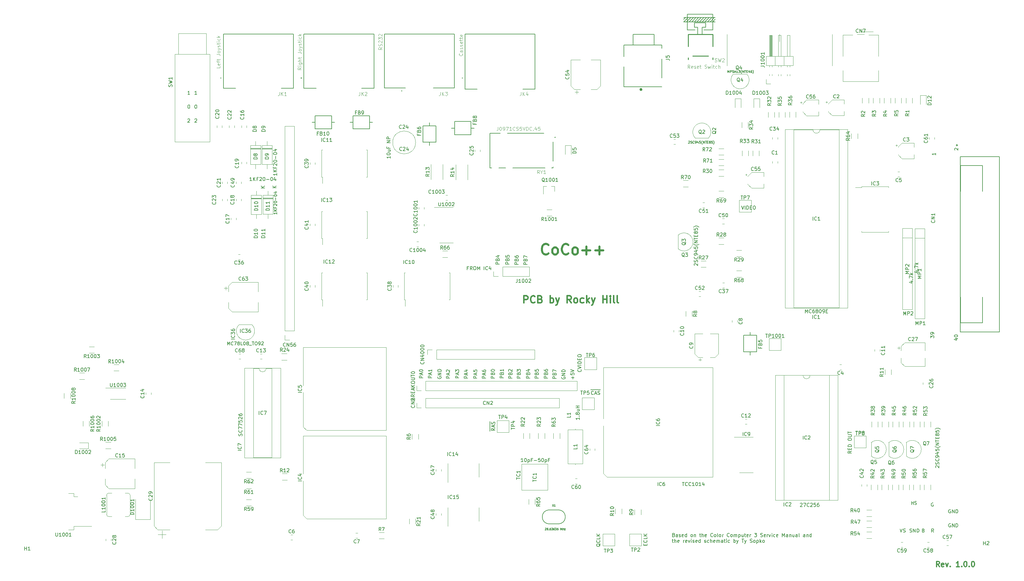
<source format=gbr>
%TF.GenerationSoftware,KiCad,Pcbnew,5.1.5+dfsg1-2build2*%
%TF.CreationDate,2021-09-08T17:23:41-04:00*%
%TF.ProjectId,coco3,636f636f-332e-46b6-9963-61645f706362,1.0.0*%
%TF.SameCoordinates,Original*%
%TF.FileFunction,Legend,Top*%
%TF.FilePolarity,Positive*%
%FSLAX46Y46*%
G04 Gerber Fmt 4.6, Leading zero omitted, Abs format (unit mm)*
G04 Created by KiCad (PCBNEW 5.1.5+dfsg1-2build2) date 2021-09-08 17:23:41*
%MOMM*%
%LPD*%
G04 APERTURE LIST*
%ADD10C,0.150000*%
%ADD11C,0.120000*%
%ADD12C,0.300000*%
%ADD13C,0.600000*%
%ADD14C,0.400000*%
%ADD15C,0.152400*%
%ADD16C,0.127000*%
%ADD17C,0.200000*%
%ADD18C,0.254000*%
%ADD19C,0.015000*%
%ADD20C,0.138187*%
%ADD21C,0.138083*%
G04 APERTURE END LIST*
D10*
X197722828Y-115109714D02*
X197722828Y-114347809D01*
X198103780Y-114728761D02*
X197341876Y-114728761D01*
X197103780Y-113395428D02*
X197103780Y-113871619D01*
X197579971Y-113919238D01*
X197532352Y-113871619D01*
X197484733Y-113776380D01*
X197484733Y-113538285D01*
X197532352Y-113443047D01*
X197579971Y-113395428D01*
X197675209Y-113347809D01*
X197913304Y-113347809D01*
X198008542Y-113395428D01*
X198056161Y-113443047D01*
X198103780Y-113538285D01*
X198103780Y-113776380D01*
X198056161Y-113871619D01*
X198008542Y-113919238D01*
X197103780Y-113062095D02*
X198103780Y-112728761D01*
X197103780Y-112395428D01*
X194626400Y-114535904D02*
X194578780Y-114631142D01*
X194578780Y-114774000D01*
X194626400Y-114916857D01*
X194721638Y-115012095D01*
X194816876Y-115059714D01*
X195007352Y-115107333D01*
X195150209Y-115107333D01*
X195340685Y-115059714D01*
X195435923Y-115012095D01*
X195531161Y-114916857D01*
X195578780Y-114774000D01*
X195578780Y-114678761D01*
X195531161Y-114535904D01*
X195483542Y-114488285D01*
X195150209Y-114488285D01*
X195150209Y-114678761D01*
X195578780Y-114059714D02*
X194578780Y-114059714D01*
X195578780Y-113488285D01*
X194578780Y-113488285D01*
X195578780Y-113012095D02*
X194578780Y-113012095D01*
X194578780Y-112774000D01*
X194626400Y-112631142D01*
X194721638Y-112535904D01*
X194816876Y-112488285D01*
X195007352Y-112440666D01*
X195150209Y-112440666D01*
X195340685Y-112488285D01*
X195435923Y-112535904D01*
X195531161Y-112631142D01*
X195578780Y-112774000D01*
X195578780Y-113012095D01*
X193003780Y-114962095D02*
X192003780Y-114962095D01*
X192003780Y-114581142D01*
X192051400Y-114485904D01*
X192099019Y-114438285D01*
X192194257Y-114390666D01*
X192337114Y-114390666D01*
X192432352Y-114438285D01*
X192479971Y-114485904D01*
X192527590Y-114581142D01*
X192527590Y-114962095D01*
X192479971Y-113628761D02*
X192527590Y-113485904D01*
X192575209Y-113438285D01*
X192670447Y-113390666D01*
X192813304Y-113390666D01*
X192908542Y-113438285D01*
X192956161Y-113485904D01*
X193003780Y-113581142D01*
X193003780Y-113962095D01*
X192003780Y-113962095D01*
X192003780Y-113628761D01*
X192051400Y-113533523D01*
X192099019Y-113485904D01*
X192194257Y-113438285D01*
X192289495Y-113438285D01*
X192384733Y-113485904D01*
X192432352Y-113533523D01*
X192479971Y-113628761D01*
X192479971Y-113962095D01*
X192003780Y-113057333D02*
X192003780Y-112390666D01*
X193003780Y-112819238D01*
X190553780Y-114837095D02*
X189553780Y-114837095D01*
X189553780Y-114456142D01*
X189601400Y-114360904D01*
X189649019Y-114313285D01*
X189744257Y-114265666D01*
X189887114Y-114265666D01*
X189982352Y-114313285D01*
X190029971Y-114360904D01*
X190077590Y-114456142D01*
X190077590Y-114837095D01*
X190029971Y-113503761D02*
X190077590Y-113360904D01*
X190125209Y-113313285D01*
X190220447Y-113265666D01*
X190363304Y-113265666D01*
X190458542Y-113313285D01*
X190506161Y-113360904D01*
X190553780Y-113456142D01*
X190553780Y-113837095D01*
X189553780Y-113837095D01*
X189553780Y-113503761D01*
X189601400Y-113408523D01*
X189649019Y-113360904D01*
X189744257Y-113313285D01*
X189839495Y-113313285D01*
X189934733Y-113360904D01*
X189982352Y-113408523D01*
X190029971Y-113503761D01*
X190029971Y-113837095D01*
X189553780Y-112408523D02*
X189553780Y-112599000D01*
X189601400Y-112694238D01*
X189649019Y-112741857D01*
X189791876Y-112837095D01*
X189982352Y-112884714D01*
X190363304Y-112884714D01*
X190458542Y-112837095D01*
X190506161Y-112789476D01*
X190553780Y-112694238D01*
X190553780Y-112503761D01*
X190506161Y-112408523D01*
X190458542Y-112360904D01*
X190363304Y-112313285D01*
X190125209Y-112313285D01*
X190029971Y-112360904D01*
X189982352Y-112408523D01*
X189934733Y-112503761D01*
X189934733Y-112694238D01*
X189982352Y-112789476D01*
X190029971Y-112837095D01*
X190125209Y-112884714D01*
X187903780Y-114862095D02*
X186903780Y-114862095D01*
X186903780Y-114481142D01*
X186951400Y-114385904D01*
X186999019Y-114338285D01*
X187094257Y-114290666D01*
X187237114Y-114290666D01*
X187332352Y-114338285D01*
X187379971Y-114385904D01*
X187427590Y-114481142D01*
X187427590Y-114862095D01*
X187379971Y-113528761D02*
X187427590Y-113385904D01*
X187475209Y-113338285D01*
X187570447Y-113290666D01*
X187713304Y-113290666D01*
X187808542Y-113338285D01*
X187856161Y-113385904D01*
X187903780Y-113481142D01*
X187903780Y-113862095D01*
X186903780Y-113862095D01*
X186903780Y-113528761D01*
X186951400Y-113433523D01*
X186999019Y-113385904D01*
X187094257Y-113338285D01*
X187189495Y-113338285D01*
X187284733Y-113385904D01*
X187332352Y-113433523D01*
X187379971Y-113528761D01*
X187379971Y-113862095D01*
X186903780Y-112385904D02*
X186903780Y-112862095D01*
X187379971Y-112909714D01*
X187332352Y-112862095D01*
X187284733Y-112766857D01*
X187284733Y-112528761D01*
X187332352Y-112433523D01*
X187379971Y-112385904D01*
X187475209Y-112338285D01*
X187713304Y-112338285D01*
X187808542Y-112385904D01*
X187856161Y-112433523D01*
X187903780Y-112528761D01*
X187903780Y-112766857D01*
X187856161Y-112862095D01*
X187808542Y-112909714D01*
X185453780Y-114837095D02*
X184453780Y-114837095D01*
X184453780Y-114456142D01*
X184501400Y-114360904D01*
X184549019Y-114313285D01*
X184644257Y-114265666D01*
X184787114Y-114265666D01*
X184882352Y-114313285D01*
X184929971Y-114360904D01*
X184977590Y-114456142D01*
X184977590Y-114837095D01*
X184929971Y-113503761D02*
X184977590Y-113360904D01*
X185025209Y-113313285D01*
X185120447Y-113265666D01*
X185263304Y-113265666D01*
X185358542Y-113313285D01*
X185406161Y-113360904D01*
X185453780Y-113456142D01*
X185453780Y-113837095D01*
X184453780Y-113837095D01*
X184453780Y-113503761D01*
X184501400Y-113408523D01*
X184549019Y-113360904D01*
X184644257Y-113313285D01*
X184739495Y-113313285D01*
X184834733Y-113360904D01*
X184882352Y-113408523D01*
X184929971Y-113503761D01*
X184929971Y-113837095D01*
X184787114Y-112408523D02*
X185453780Y-112408523D01*
X184406161Y-112646619D02*
X185120447Y-112884714D01*
X185120447Y-112265666D01*
X182803780Y-114862095D02*
X181803780Y-114862095D01*
X181803780Y-114481142D01*
X181851400Y-114385904D01*
X181899019Y-114338285D01*
X181994257Y-114290666D01*
X182137114Y-114290666D01*
X182232352Y-114338285D01*
X182279971Y-114385904D01*
X182327590Y-114481142D01*
X182327590Y-114862095D01*
X182279971Y-113528761D02*
X182327590Y-113385904D01*
X182375209Y-113338285D01*
X182470447Y-113290666D01*
X182613304Y-113290666D01*
X182708542Y-113338285D01*
X182756161Y-113385904D01*
X182803780Y-113481142D01*
X182803780Y-113862095D01*
X181803780Y-113862095D01*
X181803780Y-113528761D01*
X181851400Y-113433523D01*
X181899019Y-113385904D01*
X181994257Y-113338285D01*
X182089495Y-113338285D01*
X182184733Y-113385904D01*
X182232352Y-113433523D01*
X182279971Y-113528761D01*
X182279971Y-113862095D01*
X181803780Y-112957333D02*
X181803780Y-112338285D01*
X182184733Y-112671619D01*
X182184733Y-112528761D01*
X182232352Y-112433523D01*
X182279971Y-112385904D01*
X182375209Y-112338285D01*
X182613304Y-112338285D01*
X182708542Y-112385904D01*
X182756161Y-112433523D01*
X182803780Y-112528761D01*
X182803780Y-112814476D01*
X182756161Y-112909714D01*
X182708542Y-112957333D01*
X180378780Y-114862095D02*
X179378780Y-114862095D01*
X179378780Y-114481142D01*
X179426400Y-114385904D01*
X179474019Y-114338285D01*
X179569257Y-114290666D01*
X179712114Y-114290666D01*
X179807352Y-114338285D01*
X179854971Y-114385904D01*
X179902590Y-114481142D01*
X179902590Y-114862095D01*
X179854971Y-113528761D02*
X179902590Y-113385904D01*
X179950209Y-113338285D01*
X180045447Y-113290666D01*
X180188304Y-113290666D01*
X180283542Y-113338285D01*
X180331161Y-113385904D01*
X180378780Y-113481142D01*
X180378780Y-113862095D01*
X179378780Y-113862095D01*
X179378780Y-113528761D01*
X179426400Y-113433523D01*
X179474019Y-113385904D01*
X179569257Y-113338285D01*
X179664495Y-113338285D01*
X179759733Y-113385904D01*
X179807352Y-113433523D01*
X179854971Y-113528761D01*
X179854971Y-113862095D01*
X179474019Y-112909714D02*
X179426400Y-112862095D01*
X179378780Y-112766857D01*
X179378780Y-112528761D01*
X179426400Y-112433523D01*
X179474019Y-112385904D01*
X179569257Y-112338285D01*
X179664495Y-112338285D01*
X179807352Y-112385904D01*
X180378780Y-112957333D01*
X180378780Y-112338285D01*
X177953780Y-114812095D02*
X176953780Y-114812095D01*
X176953780Y-114431142D01*
X177001400Y-114335904D01*
X177049019Y-114288285D01*
X177144257Y-114240666D01*
X177287114Y-114240666D01*
X177382352Y-114288285D01*
X177429971Y-114335904D01*
X177477590Y-114431142D01*
X177477590Y-114812095D01*
X177429971Y-113478761D02*
X177477590Y-113335904D01*
X177525209Y-113288285D01*
X177620447Y-113240666D01*
X177763304Y-113240666D01*
X177858542Y-113288285D01*
X177906161Y-113335904D01*
X177953780Y-113431142D01*
X177953780Y-113812095D01*
X176953780Y-113812095D01*
X176953780Y-113478761D01*
X177001400Y-113383523D01*
X177049019Y-113335904D01*
X177144257Y-113288285D01*
X177239495Y-113288285D01*
X177334733Y-113335904D01*
X177382352Y-113383523D01*
X177429971Y-113478761D01*
X177429971Y-113812095D01*
X177953780Y-112288285D02*
X177953780Y-112859714D01*
X177953780Y-112574000D02*
X176953780Y-112574000D01*
X177096638Y-112669238D01*
X177191876Y-112764476D01*
X177239495Y-112859714D01*
X175378780Y-114887095D02*
X174378780Y-114887095D01*
X174378780Y-114506142D01*
X174426400Y-114410904D01*
X174474019Y-114363285D01*
X174569257Y-114315666D01*
X174712114Y-114315666D01*
X174807352Y-114363285D01*
X174854971Y-114410904D01*
X174902590Y-114506142D01*
X174902590Y-114887095D01*
X174854971Y-113553761D02*
X174902590Y-113410904D01*
X174950209Y-113363285D01*
X175045447Y-113315666D01*
X175188304Y-113315666D01*
X175283542Y-113363285D01*
X175331161Y-113410904D01*
X175378780Y-113506142D01*
X175378780Y-113887095D01*
X174378780Y-113887095D01*
X174378780Y-113553761D01*
X174426400Y-113458523D01*
X174474019Y-113410904D01*
X174569257Y-113363285D01*
X174664495Y-113363285D01*
X174759733Y-113410904D01*
X174807352Y-113458523D01*
X174854971Y-113553761D01*
X174854971Y-113887095D01*
X174378780Y-112696619D02*
X174378780Y-112601380D01*
X174426400Y-112506142D01*
X174474019Y-112458523D01*
X174569257Y-112410904D01*
X174759733Y-112363285D01*
X174997828Y-112363285D01*
X175188304Y-112410904D01*
X175283542Y-112458523D01*
X175331161Y-112506142D01*
X175378780Y-112601380D01*
X175378780Y-112696619D01*
X175331161Y-112791857D01*
X175283542Y-112839476D01*
X175188304Y-112887095D01*
X174997828Y-112934714D01*
X174759733Y-112934714D01*
X174569257Y-112887095D01*
X174474019Y-112839476D01*
X174426400Y-112791857D01*
X174378780Y-112696619D01*
X172853780Y-114840666D02*
X171853780Y-114840666D01*
X171853780Y-114459714D01*
X171901400Y-114364476D01*
X171949019Y-114316857D01*
X172044257Y-114269238D01*
X172187114Y-114269238D01*
X172282352Y-114316857D01*
X172329971Y-114364476D01*
X172377590Y-114459714D01*
X172377590Y-114840666D01*
X172568066Y-113888285D02*
X172568066Y-113412095D01*
X172853780Y-113983523D02*
X171853780Y-113650190D01*
X172853780Y-113316857D01*
X171853780Y-112554952D02*
X171853780Y-112745428D01*
X171901400Y-112840666D01*
X171949019Y-112888285D01*
X172091876Y-112983523D01*
X172282352Y-113031142D01*
X172663304Y-113031142D01*
X172758542Y-112983523D01*
X172806161Y-112935904D01*
X172853780Y-112840666D01*
X172853780Y-112650190D01*
X172806161Y-112554952D01*
X172758542Y-112507333D01*
X172663304Y-112459714D01*
X172425209Y-112459714D01*
X172329971Y-112507333D01*
X172282352Y-112554952D01*
X172234733Y-112650190D01*
X172234733Y-112840666D01*
X172282352Y-112935904D01*
X172329971Y-112983523D01*
X172425209Y-113031142D01*
X170353780Y-114840666D02*
X169353780Y-114840666D01*
X169353780Y-114459714D01*
X169401400Y-114364476D01*
X169449019Y-114316857D01*
X169544257Y-114269238D01*
X169687114Y-114269238D01*
X169782352Y-114316857D01*
X169829971Y-114364476D01*
X169877590Y-114459714D01*
X169877590Y-114840666D01*
X170068066Y-113888285D02*
X170068066Y-113412095D01*
X170353780Y-113983523D02*
X169353780Y-113650190D01*
X170353780Y-113316857D01*
X169353780Y-112507333D02*
X169353780Y-112983523D01*
X169829971Y-113031142D01*
X169782352Y-112983523D01*
X169734733Y-112888285D01*
X169734733Y-112650190D01*
X169782352Y-112554952D01*
X169829971Y-112507333D01*
X169925209Y-112459714D01*
X170163304Y-112459714D01*
X170258542Y-112507333D01*
X170306161Y-112554952D01*
X170353780Y-112650190D01*
X170353780Y-112888285D01*
X170306161Y-112983523D01*
X170258542Y-113031142D01*
X167728780Y-114840666D02*
X166728780Y-114840666D01*
X166728780Y-114459714D01*
X166776400Y-114364476D01*
X166824019Y-114316857D01*
X166919257Y-114269238D01*
X167062114Y-114269238D01*
X167157352Y-114316857D01*
X167204971Y-114364476D01*
X167252590Y-114459714D01*
X167252590Y-114840666D01*
X167443066Y-113888285D02*
X167443066Y-113412095D01*
X167728780Y-113983523D02*
X166728780Y-113650190D01*
X167728780Y-113316857D01*
X167062114Y-112554952D02*
X167728780Y-112554952D01*
X166681161Y-112793047D02*
X167395447Y-113031142D01*
X167395447Y-112412095D01*
X165203780Y-114815666D02*
X164203780Y-114815666D01*
X164203780Y-114434714D01*
X164251400Y-114339476D01*
X164299019Y-114291857D01*
X164394257Y-114244238D01*
X164537114Y-114244238D01*
X164632352Y-114291857D01*
X164679971Y-114339476D01*
X164727590Y-114434714D01*
X164727590Y-114815666D01*
X164918066Y-113863285D02*
X164918066Y-113387095D01*
X165203780Y-113958523D02*
X164203780Y-113625190D01*
X165203780Y-113291857D01*
X164203780Y-113053761D02*
X164203780Y-112434714D01*
X164584733Y-112768047D01*
X164584733Y-112625190D01*
X164632352Y-112529952D01*
X164679971Y-112482333D01*
X164775209Y-112434714D01*
X165013304Y-112434714D01*
X165108542Y-112482333D01*
X165156161Y-112529952D01*
X165203780Y-112625190D01*
X165203780Y-112910904D01*
X165156161Y-113006142D01*
X165108542Y-113053761D01*
X162578780Y-114840666D02*
X161578780Y-114840666D01*
X161578780Y-114459714D01*
X161626400Y-114364476D01*
X161674019Y-114316857D01*
X161769257Y-114269238D01*
X161912114Y-114269238D01*
X162007352Y-114316857D01*
X162054971Y-114364476D01*
X162102590Y-114459714D01*
X162102590Y-114840666D01*
X162293066Y-113888285D02*
X162293066Y-113412095D01*
X162578780Y-113983523D02*
X161578780Y-113650190D01*
X162578780Y-113316857D01*
X161674019Y-113031142D02*
X161626400Y-112983523D01*
X161578780Y-112888285D01*
X161578780Y-112650190D01*
X161626400Y-112554952D01*
X161674019Y-112507333D01*
X161769257Y-112459714D01*
X161864495Y-112459714D01*
X162007352Y-112507333D01*
X162578780Y-113078761D01*
X162578780Y-112459714D01*
X159176400Y-114435904D02*
X159128780Y-114531142D01*
X159128780Y-114674000D01*
X159176400Y-114816857D01*
X159271638Y-114912095D01*
X159366876Y-114959714D01*
X159557352Y-115007333D01*
X159700209Y-115007333D01*
X159890685Y-114959714D01*
X159985923Y-114912095D01*
X160081161Y-114816857D01*
X160128780Y-114674000D01*
X160128780Y-114578761D01*
X160081161Y-114435904D01*
X160033542Y-114388285D01*
X159700209Y-114388285D01*
X159700209Y-114578761D01*
X160128780Y-113959714D02*
X159128780Y-113959714D01*
X160128780Y-113388285D01*
X159128780Y-113388285D01*
X160128780Y-112912095D02*
X159128780Y-112912095D01*
X159128780Y-112674000D01*
X159176400Y-112531142D01*
X159271638Y-112435904D01*
X159366876Y-112388285D01*
X159557352Y-112340666D01*
X159700209Y-112340666D01*
X159890685Y-112388285D01*
X159985923Y-112435904D01*
X160081161Y-112531142D01*
X160128780Y-112674000D01*
X160128780Y-112912095D01*
X157428780Y-114765666D02*
X156428780Y-114765666D01*
X156428780Y-114384714D01*
X156476400Y-114289476D01*
X156524019Y-114241857D01*
X156619257Y-114194238D01*
X156762114Y-114194238D01*
X156857352Y-114241857D01*
X156904971Y-114289476D01*
X156952590Y-114384714D01*
X156952590Y-114765666D01*
X157143066Y-113813285D02*
X157143066Y-113337095D01*
X157428780Y-113908523D02*
X156428780Y-113575190D01*
X157428780Y-113241857D01*
X157428780Y-112384714D02*
X157428780Y-112956142D01*
X157428780Y-112670428D02*
X156428780Y-112670428D01*
X156571638Y-112765666D01*
X156666876Y-112860904D01*
X156714495Y-112956142D01*
X154878780Y-114765666D02*
X153878780Y-114765666D01*
X153878780Y-114384714D01*
X153926400Y-114289476D01*
X153974019Y-114241857D01*
X154069257Y-114194238D01*
X154212114Y-114194238D01*
X154307352Y-114241857D01*
X154354971Y-114289476D01*
X154402590Y-114384714D01*
X154402590Y-114765666D01*
X154593066Y-113813285D02*
X154593066Y-113337095D01*
X154878780Y-113908523D02*
X153878780Y-113575190D01*
X154878780Y-113241857D01*
X153878780Y-112718047D02*
X153878780Y-112622809D01*
X153926400Y-112527571D01*
X153974019Y-112479952D01*
X154069257Y-112432333D01*
X154259733Y-112384714D01*
X154497828Y-112384714D01*
X154688304Y-112432333D01*
X154783542Y-112479952D01*
X154831161Y-112527571D01*
X154878780Y-112622809D01*
X154878780Y-112718047D01*
X154831161Y-112813285D01*
X154783542Y-112860904D01*
X154688304Y-112908523D01*
X154497828Y-112956142D01*
X154259733Y-112956142D01*
X154069257Y-112908523D01*
X153974019Y-112860904D01*
X153926400Y-112813285D01*
X153878780Y-112718047D01*
X167903780Y-83377571D02*
X167570447Y-83377571D01*
X167570447Y-83901380D02*
X167570447Y-82901380D01*
X168046638Y-82901380D01*
X168999019Y-83901380D02*
X168665685Y-83425190D01*
X168427590Y-83901380D02*
X168427590Y-82901380D01*
X168808542Y-82901380D01*
X168903780Y-82949000D01*
X168951400Y-82996619D01*
X168999019Y-83091857D01*
X168999019Y-83234714D01*
X168951400Y-83329952D01*
X168903780Y-83377571D01*
X168808542Y-83425190D01*
X168427590Y-83425190D01*
X169618066Y-82901380D02*
X169808542Y-82901380D01*
X169903780Y-82949000D01*
X169999019Y-83044238D01*
X170046638Y-83234714D01*
X170046638Y-83568047D01*
X169999019Y-83758523D01*
X169903780Y-83853761D01*
X169808542Y-83901380D01*
X169618066Y-83901380D01*
X169522828Y-83853761D01*
X169427590Y-83758523D01*
X169379971Y-83568047D01*
X169379971Y-83234714D01*
X169427590Y-83044238D01*
X169522828Y-82949000D01*
X169618066Y-82901380D01*
X170475209Y-83901380D02*
X170475209Y-82901380D01*
X170808542Y-83615666D01*
X171141876Y-82901380D01*
X171141876Y-83901380D01*
X172379971Y-83901380D02*
X172379971Y-82901380D01*
X173427590Y-83806142D02*
X173379971Y-83853761D01*
X173237114Y-83901380D01*
X173141876Y-83901380D01*
X172999019Y-83853761D01*
X172903780Y-83758523D01*
X172856161Y-83663285D01*
X172808542Y-83472809D01*
X172808542Y-83329952D01*
X172856161Y-83139476D01*
X172903780Y-83044238D01*
X172999019Y-82949000D01*
X173141876Y-82901380D01*
X173237114Y-82901380D01*
X173379971Y-82949000D01*
X173427590Y-82996619D01*
X174284733Y-83234714D02*
X174284733Y-83901380D01*
X174046638Y-82853761D02*
X173808542Y-83568047D01*
X174427590Y-83568047D01*
X184703780Y-82362095D02*
X183703780Y-82362095D01*
X183703780Y-81981142D01*
X183751400Y-81885904D01*
X183799019Y-81838285D01*
X183894257Y-81790666D01*
X184037114Y-81790666D01*
X184132352Y-81838285D01*
X184179971Y-81885904D01*
X184227590Y-81981142D01*
X184227590Y-82362095D01*
X184179971Y-81028761D02*
X184227590Y-80885904D01*
X184275209Y-80838285D01*
X184370447Y-80790666D01*
X184513304Y-80790666D01*
X184608542Y-80838285D01*
X184656161Y-80885904D01*
X184703780Y-80981142D01*
X184703780Y-81362095D01*
X183703780Y-81362095D01*
X183703780Y-81028761D01*
X183751400Y-80933523D01*
X183799019Y-80885904D01*
X183894257Y-80838285D01*
X183989495Y-80838285D01*
X184084733Y-80885904D01*
X184132352Y-80933523D01*
X184179971Y-81028761D01*
X184179971Y-81362095D01*
X183703780Y-80457333D02*
X183703780Y-79790666D01*
X184703780Y-80219238D01*
X182153780Y-82312095D02*
X181153780Y-82312095D01*
X181153780Y-81931142D01*
X181201400Y-81835904D01*
X181249019Y-81788285D01*
X181344257Y-81740666D01*
X181487114Y-81740666D01*
X181582352Y-81788285D01*
X181629971Y-81835904D01*
X181677590Y-81931142D01*
X181677590Y-82312095D01*
X181629971Y-80978761D02*
X181677590Y-80835904D01*
X181725209Y-80788285D01*
X181820447Y-80740666D01*
X181963304Y-80740666D01*
X182058542Y-80788285D01*
X182106161Y-80835904D01*
X182153780Y-80931142D01*
X182153780Y-81312095D01*
X181153780Y-81312095D01*
X181153780Y-80978761D01*
X181201400Y-80883523D01*
X181249019Y-80835904D01*
X181344257Y-80788285D01*
X181439495Y-80788285D01*
X181534733Y-80835904D01*
X181582352Y-80883523D01*
X181629971Y-80978761D01*
X181629971Y-81312095D01*
X181153780Y-79883523D02*
X181153780Y-80074000D01*
X181201400Y-80169238D01*
X181249019Y-80216857D01*
X181391876Y-80312095D01*
X181582352Y-80359714D01*
X181963304Y-80359714D01*
X182058542Y-80312095D01*
X182106161Y-80264476D01*
X182153780Y-80169238D01*
X182153780Y-79978761D01*
X182106161Y-79883523D01*
X182058542Y-79835904D01*
X181963304Y-79788285D01*
X181725209Y-79788285D01*
X181629971Y-79835904D01*
X181582352Y-79883523D01*
X181534733Y-79978761D01*
X181534733Y-80169238D01*
X181582352Y-80264476D01*
X181629971Y-80312095D01*
X181725209Y-80359714D01*
X179578780Y-82237095D02*
X178578780Y-82237095D01*
X178578780Y-81856142D01*
X178626400Y-81760904D01*
X178674019Y-81713285D01*
X178769257Y-81665666D01*
X178912114Y-81665666D01*
X179007352Y-81713285D01*
X179054971Y-81760904D01*
X179102590Y-81856142D01*
X179102590Y-82237095D01*
X179054971Y-80903761D02*
X179102590Y-80760904D01*
X179150209Y-80713285D01*
X179245447Y-80665666D01*
X179388304Y-80665666D01*
X179483542Y-80713285D01*
X179531161Y-80760904D01*
X179578780Y-80856142D01*
X179578780Y-81237095D01*
X178578780Y-81237095D01*
X178578780Y-80903761D01*
X178626400Y-80808523D01*
X178674019Y-80760904D01*
X178769257Y-80713285D01*
X178864495Y-80713285D01*
X178959733Y-80760904D01*
X179007352Y-80808523D01*
X179054971Y-80903761D01*
X179054971Y-81237095D01*
X178578780Y-79760904D02*
X178578780Y-80237095D01*
X179054971Y-80284714D01*
X179007352Y-80237095D01*
X178959733Y-80141857D01*
X178959733Y-79903761D01*
X179007352Y-79808523D01*
X179054971Y-79760904D01*
X179150209Y-79713285D01*
X179388304Y-79713285D01*
X179483542Y-79760904D01*
X179531161Y-79808523D01*
X179578780Y-79903761D01*
X179578780Y-80141857D01*
X179531161Y-80237095D01*
X179483542Y-80284714D01*
X176753780Y-82262095D02*
X175753780Y-82262095D01*
X175753780Y-81881142D01*
X175801400Y-81785904D01*
X175849019Y-81738285D01*
X175944257Y-81690666D01*
X176087114Y-81690666D01*
X176182352Y-81738285D01*
X176229971Y-81785904D01*
X176277590Y-81881142D01*
X176277590Y-82262095D01*
X176229971Y-80928761D02*
X176277590Y-80785904D01*
X176325209Y-80738285D01*
X176420447Y-80690666D01*
X176563304Y-80690666D01*
X176658542Y-80738285D01*
X176706161Y-80785904D01*
X176753780Y-80881142D01*
X176753780Y-81262095D01*
X175753780Y-81262095D01*
X175753780Y-80928761D01*
X175801400Y-80833523D01*
X175849019Y-80785904D01*
X175944257Y-80738285D01*
X176039495Y-80738285D01*
X176134733Y-80785904D01*
X176182352Y-80833523D01*
X176229971Y-80928761D01*
X176229971Y-81262095D01*
X176087114Y-79833523D02*
X176753780Y-79833523D01*
X175706161Y-80071619D02*
X176420447Y-80309714D01*
X176420447Y-79690666D01*
D11*
X256801400Y-16574000D02*
X256801400Y-18574000D01*
X241801400Y-16574000D02*
X241801400Y-25574000D01*
X271801400Y-16574000D02*
X271801400Y-25574000D01*
X283501400Y-15784000D02*
X280001400Y-15774000D01*
D10*
X305639495Y-156474000D02*
X305544257Y-156426380D01*
X305401400Y-156426380D01*
X305258542Y-156474000D01*
X305163304Y-156569238D01*
X305115685Y-156664476D01*
X305068066Y-156854952D01*
X305068066Y-156997809D01*
X305115685Y-157188285D01*
X305163304Y-157283523D01*
X305258542Y-157378761D01*
X305401400Y-157426380D01*
X305496638Y-157426380D01*
X305639495Y-157378761D01*
X305687114Y-157331142D01*
X305687114Y-156997809D01*
X305496638Y-156997809D01*
X306115685Y-157426380D02*
X306115685Y-156426380D01*
X306687114Y-157426380D01*
X306687114Y-156426380D01*
X307163304Y-157426380D02*
X307163304Y-156426380D01*
X307401400Y-156426380D01*
X307544257Y-156474000D01*
X307639495Y-156569238D01*
X307687114Y-156664476D01*
X307734733Y-156854952D01*
X307734733Y-156997809D01*
X307687114Y-157188285D01*
X307639495Y-157283523D01*
X307544257Y-157378761D01*
X307401400Y-157426380D01*
X307163304Y-157426380D01*
X305639495Y-152474000D02*
X305544257Y-152426380D01*
X305401400Y-152426380D01*
X305258542Y-152474000D01*
X305163304Y-152569238D01*
X305115685Y-152664476D01*
X305068066Y-152854952D01*
X305068066Y-152997809D01*
X305115685Y-153188285D01*
X305163304Y-153283523D01*
X305258542Y-153378761D01*
X305401400Y-153426380D01*
X305496638Y-153426380D01*
X305639495Y-153378761D01*
X305687114Y-153331142D01*
X305687114Y-152997809D01*
X305496638Y-152997809D01*
X306115685Y-153426380D02*
X306115685Y-152426380D01*
X306687114Y-153426380D01*
X306687114Y-152426380D01*
X307163304Y-153426380D02*
X307163304Y-152426380D01*
X307401400Y-152426380D01*
X307544257Y-152474000D01*
X307639495Y-152569238D01*
X307687114Y-152664476D01*
X307734733Y-152854952D01*
X307734733Y-152997809D01*
X307687114Y-153188285D01*
X307639495Y-153283523D01*
X307544257Y-153378761D01*
X307401400Y-153426380D01*
X307163304Y-153426380D01*
X294515685Y-150981142D02*
X294515685Y-150081142D01*
X294515685Y-150509714D02*
X295029971Y-150509714D01*
X295029971Y-150981142D02*
X295029971Y-150081142D01*
X295415685Y-150938285D02*
X295544257Y-150981142D01*
X295758542Y-150981142D01*
X295844257Y-150938285D01*
X295887114Y-150895428D01*
X295929971Y-150809714D01*
X295929971Y-150724000D01*
X295887114Y-150638285D01*
X295844257Y-150595428D01*
X295758542Y-150552571D01*
X295587114Y-150509714D01*
X295501400Y-150466857D01*
X295458542Y-150424000D01*
X295415685Y-150338285D01*
X295415685Y-150252571D01*
X295458542Y-150166857D01*
X295501400Y-150124000D01*
X295587114Y-150081142D01*
X295801400Y-150081142D01*
X295929971Y-150124000D01*
X300663304Y-150574000D02*
X300568066Y-150526380D01*
X300425209Y-150526380D01*
X300282352Y-150574000D01*
X300187114Y-150669238D01*
X300139495Y-150764476D01*
X300091876Y-150954952D01*
X300091876Y-151097809D01*
X300139495Y-151288285D01*
X300187114Y-151383523D01*
X300282352Y-151478761D01*
X300425209Y-151526380D01*
X300520447Y-151526380D01*
X300663304Y-151478761D01*
X300710923Y-151431142D01*
X300710923Y-151097809D01*
X300520447Y-151097809D01*
X300810923Y-158926380D02*
X300477590Y-158450190D01*
X300239495Y-158926380D02*
X300239495Y-157926380D01*
X300620447Y-157926380D01*
X300715685Y-157974000D01*
X300763304Y-158021619D01*
X300810923Y-158116857D01*
X300810923Y-158259714D01*
X300763304Y-158354952D01*
X300715685Y-158402571D01*
X300620447Y-158450190D01*
X300239495Y-158450190D01*
X297872828Y-158402571D02*
X298015685Y-158450190D01*
X298063304Y-158497809D01*
X298110923Y-158593047D01*
X298110923Y-158735904D01*
X298063304Y-158831142D01*
X298015685Y-158878761D01*
X297920447Y-158926380D01*
X297539495Y-158926380D01*
X297539495Y-157926380D01*
X297872828Y-157926380D01*
X297968066Y-157974000D01*
X298015685Y-158021619D01*
X298063304Y-158116857D01*
X298063304Y-158212095D01*
X298015685Y-158307333D01*
X297968066Y-158354952D01*
X297872828Y-158402571D01*
X297539495Y-158402571D01*
X293991876Y-158878761D02*
X294134733Y-158926380D01*
X294372828Y-158926380D01*
X294468066Y-158878761D01*
X294515685Y-158831142D01*
X294563304Y-158735904D01*
X294563304Y-158640666D01*
X294515685Y-158545428D01*
X294468066Y-158497809D01*
X294372828Y-158450190D01*
X294182352Y-158402571D01*
X294087114Y-158354952D01*
X294039495Y-158307333D01*
X293991876Y-158212095D01*
X293991876Y-158116857D01*
X294039495Y-158021619D01*
X294087114Y-157974000D01*
X294182352Y-157926380D01*
X294420447Y-157926380D01*
X294563304Y-157974000D01*
X294991876Y-158926380D02*
X294991876Y-157926380D01*
X295563304Y-158926380D01*
X295563304Y-157926380D01*
X296039495Y-158926380D02*
X296039495Y-157926380D01*
X296277590Y-157926380D01*
X296420447Y-157974000D01*
X296515685Y-158069238D01*
X296563304Y-158164476D01*
X296610923Y-158354952D01*
X296610923Y-158497809D01*
X296563304Y-158688285D01*
X296515685Y-158783523D01*
X296420447Y-158878761D01*
X296277590Y-158926380D01*
X296039495Y-158926380D01*
X291191876Y-157926380D02*
X291525209Y-158926380D01*
X291858542Y-157926380D01*
X292144257Y-158878761D02*
X292287114Y-158926380D01*
X292525209Y-158926380D01*
X292620447Y-158878761D01*
X292668066Y-158831142D01*
X292715685Y-158735904D01*
X292715685Y-158640666D01*
X292668066Y-158545428D01*
X292620447Y-158497809D01*
X292525209Y-158450190D01*
X292334733Y-158402571D01*
X292239495Y-158354952D01*
X292191876Y-158307333D01*
X292144257Y-158212095D01*
X292144257Y-158116857D01*
X292191876Y-158021619D01*
X292239495Y-157974000D01*
X292334733Y-157926380D01*
X292572828Y-157926380D01*
X292715685Y-157974000D01*
D12*
X302465685Y-168752571D02*
X301965685Y-168038285D01*
X301608542Y-168752571D02*
X301608542Y-167252571D01*
X302179971Y-167252571D01*
X302322828Y-167324000D01*
X302394257Y-167395428D01*
X302465685Y-167538285D01*
X302465685Y-167752571D01*
X302394257Y-167895428D01*
X302322828Y-167966857D01*
X302179971Y-168038285D01*
X301608542Y-168038285D01*
X303679971Y-168681142D02*
X303537114Y-168752571D01*
X303251400Y-168752571D01*
X303108542Y-168681142D01*
X303037114Y-168538285D01*
X303037114Y-167966857D01*
X303108542Y-167824000D01*
X303251400Y-167752571D01*
X303537114Y-167752571D01*
X303679971Y-167824000D01*
X303751400Y-167966857D01*
X303751400Y-168109714D01*
X303037114Y-168252571D01*
X304251400Y-167752571D02*
X304608542Y-168752571D01*
X304965685Y-167752571D01*
X305537114Y-168609714D02*
X305608542Y-168681142D01*
X305537114Y-168752571D01*
X305465685Y-168681142D01*
X305537114Y-168609714D01*
X305537114Y-168752571D01*
X308179971Y-168752571D02*
X307322828Y-168752571D01*
X307751400Y-168752571D02*
X307751400Y-167252571D01*
X307608542Y-167466857D01*
X307465685Y-167609714D01*
X307322828Y-167681142D01*
X308822828Y-168609714D02*
X308894257Y-168681142D01*
X308822828Y-168752571D01*
X308751400Y-168681142D01*
X308822828Y-168609714D01*
X308822828Y-168752571D01*
X309822828Y-167252571D02*
X309965685Y-167252571D01*
X310108542Y-167324000D01*
X310179971Y-167395428D01*
X310251400Y-167538285D01*
X310322828Y-167824000D01*
X310322828Y-168181142D01*
X310251400Y-168466857D01*
X310179971Y-168609714D01*
X310108542Y-168681142D01*
X309965685Y-168752571D01*
X309822828Y-168752571D01*
X309679971Y-168681142D01*
X309608542Y-168609714D01*
X309537114Y-168466857D01*
X309465685Y-168181142D01*
X309465685Y-167824000D01*
X309537114Y-167538285D01*
X309608542Y-167395428D01*
X309679971Y-167324000D01*
X309822828Y-167252571D01*
X310965685Y-168609714D02*
X311037114Y-168681142D01*
X310965685Y-168752571D01*
X310894257Y-168681142D01*
X310965685Y-168609714D01*
X310965685Y-168752571D01*
X311965685Y-167252571D02*
X312108542Y-167252571D01*
X312251400Y-167324000D01*
X312322828Y-167395428D01*
X312394257Y-167538285D01*
X312465685Y-167824000D01*
X312465685Y-168181142D01*
X312394257Y-168466857D01*
X312322828Y-168609714D01*
X312251400Y-168681142D01*
X312108542Y-168752571D01*
X311965685Y-168752571D01*
X311822828Y-168681142D01*
X311751400Y-168609714D01*
X311679971Y-168466857D01*
X311608542Y-168181142D01*
X311608542Y-167824000D01*
X311679971Y-167538285D01*
X311751400Y-167395428D01*
X311822828Y-167324000D01*
X311965685Y-167252571D01*
D10*
X226570328Y-159677571D02*
X226713185Y-159725190D01*
X226760804Y-159772809D01*
X226808423Y-159868047D01*
X226808423Y-160010904D01*
X226760804Y-160106142D01*
X226713185Y-160153761D01*
X226617947Y-160201380D01*
X226236995Y-160201380D01*
X226236995Y-159201380D01*
X226570328Y-159201380D01*
X226665566Y-159249000D01*
X226713185Y-159296619D01*
X226760804Y-159391857D01*
X226760804Y-159487095D01*
X226713185Y-159582333D01*
X226665566Y-159629952D01*
X226570328Y-159677571D01*
X226236995Y-159677571D01*
X227665566Y-160201380D02*
X227665566Y-159677571D01*
X227617947Y-159582333D01*
X227522709Y-159534714D01*
X227332233Y-159534714D01*
X227236995Y-159582333D01*
X227665566Y-160153761D02*
X227570328Y-160201380D01*
X227332233Y-160201380D01*
X227236995Y-160153761D01*
X227189376Y-160058523D01*
X227189376Y-159963285D01*
X227236995Y-159868047D01*
X227332233Y-159820428D01*
X227570328Y-159820428D01*
X227665566Y-159772809D01*
X228094138Y-160153761D02*
X228189376Y-160201380D01*
X228379852Y-160201380D01*
X228475090Y-160153761D01*
X228522709Y-160058523D01*
X228522709Y-160010904D01*
X228475090Y-159915666D01*
X228379852Y-159868047D01*
X228236995Y-159868047D01*
X228141757Y-159820428D01*
X228094138Y-159725190D01*
X228094138Y-159677571D01*
X228141757Y-159582333D01*
X228236995Y-159534714D01*
X228379852Y-159534714D01*
X228475090Y-159582333D01*
X229332233Y-160153761D02*
X229236995Y-160201380D01*
X229046519Y-160201380D01*
X228951280Y-160153761D01*
X228903661Y-160058523D01*
X228903661Y-159677571D01*
X228951280Y-159582333D01*
X229046519Y-159534714D01*
X229236995Y-159534714D01*
X229332233Y-159582333D01*
X229379852Y-159677571D01*
X229379852Y-159772809D01*
X228903661Y-159868047D01*
X230236995Y-160201380D02*
X230236995Y-159201380D01*
X230236995Y-160153761D02*
X230141757Y-160201380D01*
X229951280Y-160201380D01*
X229856042Y-160153761D01*
X229808423Y-160106142D01*
X229760804Y-160010904D01*
X229760804Y-159725190D01*
X229808423Y-159629952D01*
X229856042Y-159582333D01*
X229951280Y-159534714D01*
X230141757Y-159534714D01*
X230236995Y-159582333D01*
X231617947Y-160201380D02*
X231522709Y-160153761D01*
X231475090Y-160106142D01*
X231427471Y-160010904D01*
X231427471Y-159725190D01*
X231475090Y-159629952D01*
X231522709Y-159582333D01*
X231617947Y-159534714D01*
X231760804Y-159534714D01*
X231856042Y-159582333D01*
X231903661Y-159629952D01*
X231951280Y-159725190D01*
X231951280Y-160010904D01*
X231903661Y-160106142D01*
X231856042Y-160153761D01*
X231760804Y-160201380D01*
X231617947Y-160201380D01*
X232379852Y-159534714D02*
X232379852Y-160201380D01*
X232379852Y-159629952D02*
X232427471Y-159582333D01*
X232522709Y-159534714D01*
X232665566Y-159534714D01*
X232760804Y-159582333D01*
X232808423Y-159677571D01*
X232808423Y-160201380D01*
X233903661Y-159534714D02*
X234284614Y-159534714D01*
X234046519Y-159201380D02*
X234046519Y-160058523D01*
X234094138Y-160153761D01*
X234189376Y-160201380D01*
X234284614Y-160201380D01*
X234617947Y-160201380D02*
X234617947Y-159201380D01*
X235046519Y-160201380D02*
X235046519Y-159677571D01*
X234998900Y-159582333D01*
X234903661Y-159534714D01*
X234760804Y-159534714D01*
X234665566Y-159582333D01*
X234617947Y-159629952D01*
X235903661Y-160153761D02*
X235808423Y-160201380D01*
X235617947Y-160201380D01*
X235522709Y-160153761D01*
X235475090Y-160058523D01*
X235475090Y-159677571D01*
X235522709Y-159582333D01*
X235617947Y-159534714D01*
X235808423Y-159534714D01*
X235903661Y-159582333D01*
X235951280Y-159677571D01*
X235951280Y-159772809D01*
X235475090Y-159868047D01*
X237713185Y-160106142D02*
X237665566Y-160153761D01*
X237522709Y-160201380D01*
X237427471Y-160201380D01*
X237284614Y-160153761D01*
X237189376Y-160058523D01*
X237141757Y-159963285D01*
X237094138Y-159772809D01*
X237094138Y-159629952D01*
X237141757Y-159439476D01*
X237189376Y-159344238D01*
X237284614Y-159249000D01*
X237427471Y-159201380D01*
X237522709Y-159201380D01*
X237665566Y-159249000D01*
X237713185Y-159296619D01*
X238284614Y-160201380D02*
X238189376Y-160153761D01*
X238141757Y-160106142D01*
X238094138Y-160010904D01*
X238094138Y-159725190D01*
X238141757Y-159629952D01*
X238189376Y-159582333D01*
X238284614Y-159534714D01*
X238427471Y-159534714D01*
X238522709Y-159582333D01*
X238570328Y-159629952D01*
X238617947Y-159725190D01*
X238617947Y-160010904D01*
X238570328Y-160106142D01*
X238522709Y-160153761D01*
X238427471Y-160201380D01*
X238284614Y-160201380D01*
X239189376Y-160201380D02*
X239094138Y-160153761D01*
X239046519Y-160058523D01*
X239046519Y-159201380D01*
X239713185Y-160201380D02*
X239617947Y-160153761D01*
X239570328Y-160106142D01*
X239522709Y-160010904D01*
X239522709Y-159725190D01*
X239570328Y-159629952D01*
X239617947Y-159582333D01*
X239713185Y-159534714D01*
X239856042Y-159534714D01*
X239951280Y-159582333D01*
X239998900Y-159629952D01*
X240046519Y-159725190D01*
X240046519Y-160010904D01*
X239998900Y-160106142D01*
X239951280Y-160153761D01*
X239856042Y-160201380D01*
X239713185Y-160201380D01*
X240475090Y-160201380D02*
X240475090Y-159534714D01*
X240475090Y-159725190D02*
X240522709Y-159629952D01*
X240570328Y-159582333D01*
X240665566Y-159534714D01*
X240760804Y-159534714D01*
X242427471Y-160106142D02*
X242379852Y-160153761D01*
X242236995Y-160201380D01*
X242141757Y-160201380D01*
X241998900Y-160153761D01*
X241903661Y-160058523D01*
X241856042Y-159963285D01*
X241808423Y-159772809D01*
X241808423Y-159629952D01*
X241856042Y-159439476D01*
X241903661Y-159344238D01*
X241998900Y-159249000D01*
X242141757Y-159201380D01*
X242236995Y-159201380D01*
X242379852Y-159249000D01*
X242427471Y-159296619D01*
X242998900Y-160201380D02*
X242903661Y-160153761D01*
X242856042Y-160106142D01*
X242808423Y-160010904D01*
X242808423Y-159725190D01*
X242856042Y-159629952D01*
X242903661Y-159582333D01*
X242998900Y-159534714D01*
X243141757Y-159534714D01*
X243236995Y-159582333D01*
X243284614Y-159629952D01*
X243332233Y-159725190D01*
X243332233Y-160010904D01*
X243284614Y-160106142D01*
X243236995Y-160153761D01*
X243141757Y-160201380D01*
X242998900Y-160201380D01*
X243760804Y-160201380D02*
X243760804Y-159534714D01*
X243760804Y-159629952D02*
X243808423Y-159582333D01*
X243903661Y-159534714D01*
X244046519Y-159534714D01*
X244141757Y-159582333D01*
X244189376Y-159677571D01*
X244189376Y-160201380D01*
X244189376Y-159677571D02*
X244236995Y-159582333D01*
X244332233Y-159534714D01*
X244475090Y-159534714D01*
X244570328Y-159582333D01*
X244617947Y-159677571D01*
X244617947Y-160201380D01*
X245094138Y-159534714D02*
X245094138Y-160534714D01*
X245094138Y-159582333D02*
X245189376Y-159534714D01*
X245379852Y-159534714D01*
X245475090Y-159582333D01*
X245522709Y-159629952D01*
X245570328Y-159725190D01*
X245570328Y-160010904D01*
X245522709Y-160106142D01*
X245475090Y-160153761D01*
X245379852Y-160201380D01*
X245189376Y-160201380D01*
X245094138Y-160153761D01*
X246427471Y-159534714D02*
X246427471Y-160201380D01*
X245998900Y-159534714D02*
X245998900Y-160058523D01*
X246046519Y-160153761D01*
X246141757Y-160201380D01*
X246284614Y-160201380D01*
X246379852Y-160153761D01*
X246427471Y-160106142D01*
X246760804Y-159534714D02*
X247141757Y-159534714D01*
X246903661Y-159201380D02*
X246903661Y-160058523D01*
X246951280Y-160153761D01*
X247046519Y-160201380D01*
X247141757Y-160201380D01*
X247856042Y-160153761D02*
X247760804Y-160201380D01*
X247570328Y-160201380D01*
X247475090Y-160153761D01*
X247427471Y-160058523D01*
X247427471Y-159677571D01*
X247475090Y-159582333D01*
X247570328Y-159534714D01*
X247760804Y-159534714D01*
X247856042Y-159582333D01*
X247903661Y-159677571D01*
X247903661Y-159772809D01*
X247427471Y-159868047D01*
X248332233Y-160201380D02*
X248332233Y-159534714D01*
X248332233Y-159725190D02*
X248379852Y-159629952D01*
X248427471Y-159582333D01*
X248522709Y-159534714D01*
X248617947Y-159534714D01*
X249617947Y-159201380D02*
X250236995Y-159201380D01*
X249903661Y-159582333D01*
X250046519Y-159582333D01*
X250141757Y-159629952D01*
X250189376Y-159677571D01*
X250236995Y-159772809D01*
X250236995Y-160010904D01*
X250189376Y-160106142D01*
X250141757Y-160153761D01*
X250046519Y-160201380D01*
X249760804Y-160201380D01*
X249665566Y-160153761D01*
X249617947Y-160106142D01*
X251379852Y-160153761D02*
X251522709Y-160201380D01*
X251760804Y-160201380D01*
X251856042Y-160153761D01*
X251903661Y-160106142D01*
X251951280Y-160010904D01*
X251951280Y-159915666D01*
X251903661Y-159820428D01*
X251856042Y-159772809D01*
X251760804Y-159725190D01*
X251570328Y-159677571D01*
X251475090Y-159629952D01*
X251427471Y-159582333D01*
X251379852Y-159487095D01*
X251379852Y-159391857D01*
X251427471Y-159296619D01*
X251475090Y-159249000D01*
X251570328Y-159201380D01*
X251808423Y-159201380D01*
X251951280Y-159249000D01*
X252760804Y-160153761D02*
X252665566Y-160201380D01*
X252475090Y-160201380D01*
X252379852Y-160153761D01*
X252332233Y-160058523D01*
X252332233Y-159677571D01*
X252379852Y-159582333D01*
X252475090Y-159534714D01*
X252665566Y-159534714D01*
X252760804Y-159582333D01*
X252808423Y-159677571D01*
X252808423Y-159772809D01*
X252332233Y-159868047D01*
X253236995Y-160201380D02*
X253236995Y-159534714D01*
X253236995Y-159725190D02*
X253284614Y-159629952D01*
X253332233Y-159582333D01*
X253427471Y-159534714D01*
X253522709Y-159534714D01*
X253760804Y-159534714D02*
X253998900Y-160201380D01*
X254236995Y-159534714D01*
X254617947Y-160201380D02*
X254617947Y-159534714D01*
X254617947Y-159201380D02*
X254570328Y-159249000D01*
X254617947Y-159296619D01*
X254665566Y-159249000D01*
X254617947Y-159201380D01*
X254617947Y-159296619D01*
X255522709Y-160153761D02*
X255427471Y-160201380D01*
X255236995Y-160201380D01*
X255141757Y-160153761D01*
X255094138Y-160106142D01*
X255046519Y-160010904D01*
X255046519Y-159725190D01*
X255094138Y-159629952D01*
X255141757Y-159582333D01*
X255236995Y-159534714D01*
X255427471Y-159534714D01*
X255522709Y-159582333D01*
X256332233Y-160153761D02*
X256236995Y-160201380D01*
X256046519Y-160201380D01*
X255951280Y-160153761D01*
X255903661Y-160058523D01*
X255903661Y-159677571D01*
X255951280Y-159582333D01*
X256046519Y-159534714D01*
X256236995Y-159534714D01*
X256332233Y-159582333D01*
X256379852Y-159677571D01*
X256379852Y-159772809D01*
X255903661Y-159868047D01*
X257570328Y-160201380D02*
X257570328Y-159201380D01*
X257903661Y-159915666D01*
X258236995Y-159201380D01*
X258236995Y-160201380D01*
X259141757Y-160201380D02*
X259141757Y-159677571D01*
X259094138Y-159582333D01*
X258998900Y-159534714D01*
X258808423Y-159534714D01*
X258713185Y-159582333D01*
X259141757Y-160153761D02*
X259046519Y-160201380D01*
X258808423Y-160201380D01*
X258713185Y-160153761D01*
X258665566Y-160058523D01*
X258665566Y-159963285D01*
X258713185Y-159868047D01*
X258808423Y-159820428D01*
X259046519Y-159820428D01*
X259141757Y-159772809D01*
X259617947Y-159534714D02*
X259617947Y-160201380D01*
X259617947Y-159629952D02*
X259665566Y-159582333D01*
X259760804Y-159534714D01*
X259903661Y-159534714D01*
X259998900Y-159582333D01*
X260046519Y-159677571D01*
X260046519Y-160201380D01*
X260951280Y-159534714D02*
X260951280Y-160201380D01*
X260522709Y-159534714D02*
X260522709Y-160058523D01*
X260570328Y-160153761D01*
X260665566Y-160201380D01*
X260808423Y-160201380D01*
X260903661Y-160153761D01*
X260951280Y-160106142D01*
X261856042Y-160201380D02*
X261856042Y-159677571D01*
X261808423Y-159582333D01*
X261713185Y-159534714D01*
X261522709Y-159534714D01*
X261427471Y-159582333D01*
X261856042Y-160153761D02*
X261760804Y-160201380D01*
X261522709Y-160201380D01*
X261427471Y-160153761D01*
X261379852Y-160058523D01*
X261379852Y-159963285D01*
X261427471Y-159868047D01*
X261522709Y-159820428D01*
X261760804Y-159820428D01*
X261856042Y-159772809D01*
X262475090Y-160201380D02*
X262379852Y-160153761D01*
X262332233Y-160058523D01*
X262332233Y-159201380D01*
X264046519Y-160201380D02*
X264046519Y-159677571D01*
X263998900Y-159582333D01*
X263903661Y-159534714D01*
X263713185Y-159534714D01*
X263617947Y-159582333D01*
X264046519Y-160153761D02*
X263951280Y-160201380D01*
X263713185Y-160201380D01*
X263617947Y-160153761D01*
X263570328Y-160058523D01*
X263570328Y-159963285D01*
X263617947Y-159868047D01*
X263713185Y-159820428D01*
X263951280Y-159820428D01*
X264046519Y-159772809D01*
X264522709Y-159534714D02*
X264522709Y-160201380D01*
X264522709Y-159629952D02*
X264570328Y-159582333D01*
X264665566Y-159534714D01*
X264808423Y-159534714D01*
X264903661Y-159582333D01*
X264951280Y-159677571D01*
X264951280Y-160201380D01*
X265856042Y-160201380D02*
X265856042Y-159201380D01*
X265856042Y-160153761D02*
X265760804Y-160201380D01*
X265570328Y-160201380D01*
X265475090Y-160153761D01*
X265427471Y-160106142D01*
X265379852Y-160010904D01*
X265379852Y-159725190D01*
X265427471Y-159629952D01*
X265475090Y-159582333D01*
X265570328Y-159534714D01*
X265760804Y-159534714D01*
X265856042Y-159582333D01*
X226094138Y-161184714D02*
X226475090Y-161184714D01*
X226236995Y-160851380D02*
X226236995Y-161708523D01*
X226284614Y-161803761D01*
X226379852Y-161851380D01*
X226475090Y-161851380D01*
X226808423Y-161851380D02*
X226808423Y-160851380D01*
X227236995Y-161851380D02*
X227236995Y-161327571D01*
X227189376Y-161232333D01*
X227094138Y-161184714D01*
X226951280Y-161184714D01*
X226856042Y-161232333D01*
X226808423Y-161279952D01*
X228094138Y-161803761D02*
X227998900Y-161851380D01*
X227808423Y-161851380D01*
X227713185Y-161803761D01*
X227665566Y-161708523D01*
X227665566Y-161327571D01*
X227713185Y-161232333D01*
X227808423Y-161184714D01*
X227998900Y-161184714D01*
X228094138Y-161232333D01*
X228141757Y-161327571D01*
X228141757Y-161422809D01*
X227665566Y-161518047D01*
X229332233Y-161851380D02*
X229332233Y-161184714D01*
X229332233Y-161375190D02*
X229379852Y-161279952D01*
X229427471Y-161232333D01*
X229522709Y-161184714D01*
X229617947Y-161184714D01*
X230332233Y-161803761D02*
X230236995Y-161851380D01*
X230046519Y-161851380D01*
X229951280Y-161803761D01*
X229903661Y-161708523D01*
X229903661Y-161327571D01*
X229951280Y-161232333D01*
X230046519Y-161184714D01*
X230236995Y-161184714D01*
X230332233Y-161232333D01*
X230379852Y-161327571D01*
X230379852Y-161422809D01*
X229903661Y-161518047D01*
X230713185Y-161184714D02*
X230951280Y-161851380D01*
X231189376Y-161184714D01*
X231570328Y-161851380D02*
X231570328Y-161184714D01*
X231570328Y-160851380D02*
X231522709Y-160899000D01*
X231570328Y-160946619D01*
X231617947Y-160899000D01*
X231570328Y-160851380D01*
X231570328Y-160946619D01*
X231998900Y-161803761D02*
X232094138Y-161851380D01*
X232284614Y-161851380D01*
X232379852Y-161803761D01*
X232427471Y-161708523D01*
X232427471Y-161660904D01*
X232379852Y-161565666D01*
X232284614Y-161518047D01*
X232141757Y-161518047D01*
X232046519Y-161470428D01*
X231998900Y-161375190D01*
X231998900Y-161327571D01*
X232046519Y-161232333D01*
X232141757Y-161184714D01*
X232284614Y-161184714D01*
X232379852Y-161232333D01*
X233236995Y-161803761D02*
X233141757Y-161851380D01*
X232951280Y-161851380D01*
X232856042Y-161803761D01*
X232808423Y-161708523D01*
X232808423Y-161327571D01*
X232856042Y-161232333D01*
X232951280Y-161184714D01*
X233141757Y-161184714D01*
X233236995Y-161232333D01*
X233284614Y-161327571D01*
X233284614Y-161422809D01*
X232808423Y-161518047D01*
X234141757Y-161851380D02*
X234141757Y-160851380D01*
X234141757Y-161803761D02*
X234046519Y-161851380D01*
X233856042Y-161851380D01*
X233760804Y-161803761D01*
X233713185Y-161756142D01*
X233665566Y-161660904D01*
X233665566Y-161375190D01*
X233713185Y-161279952D01*
X233760804Y-161232333D01*
X233856042Y-161184714D01*
X234046519Y-161184714D01*
X234141757Y-161232333D01*
X235332233Y-161803761D02*
X235427471Y-161851380D01*
X235617947Y-161851380D01*
X235713185Y-161803761D01*
X235760804Y-161708523D01*
X235760804Y-161660904D01*
X235713185Y-161565666D01*
X235617947Y-161518047D01*
X235475090Y-161518047D01*
X235379852Y-161470428D01*
X235332233Y-161375190D01*
X235332233Y-161327571D01*
X235379852Y-161232333D01*
X235475090Y-161184714D01*
X235617947Y-161184714D01*
X235713185Y-161232333D01*
X236617947Y-161803761D02*
X236522709Y-161851380D01*
X236332233Y-161851380D01*
X236236995Y-161803761D01*
X236189376Y-161756142D01*
X236141757Y-161660904D01*
X236141757Y-161375190D01*
X236189376Y-161279952D01*
X236236995Y-161232333D01*
X236332233Y-161184714D01*
X236522709Y-161184714D01*
X236617947Y-161232333D01*
X237046519Y-161851380D02*
X237046519Y-160851380D01*
X237475090Y-161851380D02*
X237475090Y-161327571D01*
X237427471Y-161232333D01*
X237332233Y-161184714D01*
X237189376Y-161184714D01*
X237094138Y-161232333D01*
X237046519Y-161279952D01*
X238332233Y-161803761D02*
X238236995Y-161851380D01*
X238046519Y-161851380D01*
X237951280Y-161803761D01*
X237903661Y-161708523D01*
X237903661Y-161327571D01*
X237951280Y-161232333D01*
X238046519Y-161184714D01*
X238236995Y-161184714D01*
X238332233Y-161232333D01*
X238379852Y-161327571D01*
X238379852Y-161422809D01*
X237903661Y-161518047D01*
X238808423Y-161851380D02*
X238808423Y-161184714D01*
X238808423Y-161279952D02*
X238856042Y-161232333D01*
X238951280Y-161184714D01*
X239094138Y-161184714D01*
X239189376Y-161232333D01*
X239236995Y-161327571D01*
X239236995Y-161851380D01*
X239236995Y-161327571D02*
X239284614Y-161232333D01*
X239379852Y-161184714D01*
X239522709Y-161184714D01*
X239617947Y-161232333D01*
X239665566Y-161327571D01*
X239665566Y-161851380D01*
X240570328Y-161851380D02*
X240570328Y-161327571D01*
X240522709Y-161232333D01*
X240427471Y-161184714D01*
X240236995Y-161184714D01*
X240141757Y-161232333D01*
X240570328Y-161803761D02*
X240475090Y-161851380D01*
X240236995Y-161851380D01*
X240141757Y-161803761D01*
X240094138Y-161708523D01*
X240094138Y-161613285D01*
X240141757Y-161518047D01*
X240236995Y-161470428D01*
X240475090Y-161470428D01*
X240570328Y-161422809D01*
X240903661Y-161184714D02*
X241284614Y-161184714D01*
X241046519Y-160851380D02*
X241046519Y-161708523D01*
X241094138Y-161803761D01*
X241189376Y-161851380D01*
X241284614Y-161851380D01*
X241617947Y-161851380D02*
X241617947Y-161184714D01*
X241617947Y-160851380D02*
X241570328Y-160899000D01*
X241617947Y-160946619D01*
X241665566Y-160899000D01*
X241617947Y-160851380D01*
X241617947Y-160946619D01*
X242522709Y-161803761D02*
X242427471Y-161851380D01*
X242236995Y-161851380D01*
X242141757Y-161803761D01*
X242094138Y-161756142D01*
X242046519Y-161660904D01*
X242046519Y-161375190D01*
X242094138Y-161279952D01*
X242141757Y-161232333D01*
X242236995Y-161184714D01*
X242427471Y-161184714D01*
X242522709Y-161232333D01*
X243713185Y-161851380D02*
X243713185Y-160851380D01*
X243713185Y-161232333D02*
X243808423Y-161184714D01*
X243998900Y-161184714D01*
X244094138Y-161232333D01*
X244141757Y-161279952D01*
X244189376Y-161375190D01*
X244189376Y-161660904D01*
X244141757Y-161756142D01*
X244094138Y-161803761D01*
X243998900Y-161851380D01*
X243808423Y-161851380D01*
X243713185Y-161803761D01*
X244522709Y-161184714D02*
X244760804Y-161851380D01*
X244998900Y-161184714D02*
X244760804Y-161851380D01*
X244665566Y-162089476D01*
X244617947Y-162137095D01*
X244522709Y-162184714D01*
X245998900Y-160851380D02*
X246570328Y-160851380D01*
X246284614Y-161851380D02*
X246284614Y-160851380D01*
X246808423Y-161184714D02*
X247046519Y-161851380D01*
X247284614Y-161184714D02*
X247046519Y-161851380D01*
X246951280Y-162089476D01*
X246903661Y-162137095D01*
X246808423Y-162184714D01*
X248379852Y-161803761D02*
X248522709Y-161851380D01*
X248760804Y-161851380D01*
X248856042Y-161803761D01*
X248903661Y-161756142D01*
X248951280Y-161660904D01*
X248951280Y-161565666D01*
X248903661Y-161470428D01*
X248856042Y-161422809D01*
X248760804Y-161375190D01*
X248570328Y-161327571D01*
X248475090Y-161279952D01*
X248427471Y-161232333D01*
X248379852Y-161137095D01*
X248379852Y-161041857D01*
X248427471Y-160946619D01*
X248475090Y-160899000D01*
X248570328Y-160851380D01*
X248808423Y-160851380D01*
X248951280Y-160899000D01*
X249522709Y-161851380D02*
X249427471Y-161803761D01*
X249379852Y-161756142D01*
X249332233Y-161660904D01*
X249332233Y-161375190D01*
X249379852Y-161279952D01*
X249427471Y-161232333D01*
X249522709Y-161184714D01*
X249665566Y-161184714D01*
X249760804Y-161232333D01*
X249808423Y-161279952D01*
X249856042Y-161375190D01*
X249856042Y-161660904D01*
X249808423Y-161756142D01*
X249760804Y-161803761D01*
X249665566Y-161851380D01*
X249522709Y-161851380D01*
X250284614Y-161184714D02*
X250284614Y-162184714D01*
X250284614Y-161232333D02*
X250379852Y-161184714D01*
X250570328Y-161184714D01*
X250665566Y-161232333D01*
X250713185Y-161279952D01*
X250760804Y-161375190D01*
X250760804Y-161660904D01*
X250713185Y-161756142D01*
X250665566Y-161803761D01*
X250570328Y-161851380D01*
X250379852Y-161851380D01*
X250284614Y-161803761D01*
X251189376Y-161851380D02*
X251189376Y-160851380D01*
X251284614Y-161470428D02*
X251570328Y-161851380D01*
X251570328Y-161184714D02*
X251189376Y-161565666D01*
X252141757Y-161851380D02*
X252046519Y-161803761D01*
X251998900Y-161756142D01*
X251951280Y-161660904D01*
X251951280Y-161375190D01*
X251998900Y-161279952D01*
X252046519Y-161232333D01*
X252141757Y-161184714D01*
X252284614Y-161184714D01*
X252379852Y-161232333D01*
X252427471Y-161279952D01*
X252475090Y-161375190D01*
X252475090Y-161660904D01*
X252427471Y-161756142D01*
X252379852Y-161803761D01*
X252284614Y-161851380D01*
X252141757Y-161851380D01*
D13*
X190701400Y-79170428D02*
X190558542Y-79313285D01*
X190129971Y-79456142D01*
X189844257Y-79456142D01*
X189415685Y-79313285D01*
X189129971Y-79027571D01*
X188987114Y-78741857D01*
X188844257Y-78170428D01*
X188844257Y-77741857D01*
X188987114Y-77170428D01*
X189129971Y-76884714D01*
X189415685Y-76599000D01*
X189844257Y-76456142D01*
X190129971Y-76456142D01*
X190558542Y-76599000D01*
X190701400Y-76741857D01*
X192415685Y-79456142D02*
X192129971Y-79313285D01*
X191987114Y-79170428D01*
X191844257Y-78884714D01*
X191844257Y-78027571D01*
X191987114Y-77741857D01*
X192129971Y-77599000D01*
X192415685Y-77456142D01*
X192844257Y-77456142D01*
X193129971Y-77599000D01*
X193272828Y-77741857D01*
X193415685Y-78027571D01*
X193415685Y-78884714D01*
X193272828Y-79170428D01*
X193129971Y-79313285D01*
X192844257Y-79456142D01*
X192415685Y-79456142D01*
X196415685Y-79170428D02*
X196272828Y-79313285D01*
X195844257Y-79456142D01*
X195558542Y-79456142D01*
X195129971Y-79313285D01*
X194844257Y-79027571D01*
X194701400Y-78741857D01*
X194558542Y-78170428D01*
X194558542Y-77741857D01*
X194701400Y-77170428D01*
X194844257Y-76884714D01*
X195129971Y-76599000D01*
X195558542Y-76456142D01*
X195844257Y-76456142D01*
X196272828Y-76599000D01*
X196415685Y-76741857D01*
X198129971Y-79456142D02*
X197844257Y-79313285D01*
X197701400Y-79170428D01*
X197558542Y-78884714D01*
X197558542Y-78027571D01*
X197701400Y-77741857D01*
X197844257Y-77599000D01*
X198129971Y-77456142D01*
X198558542Y-77456142D01*
X198844257Y-77599000D01*
X198987114Y-77741857D01*
X199129971Y-78027571D01*
X199129971Y-78884714D01*
X198987114Y-79170428D01*
X198844257Y-79313285D01*
X198558542Y-79456142D01*
X198129971Y-79456142D01*
X200415685Y-78313285D02*
X202701400Y-78313285D01*
X201558542Y-79456142D02*
X201558542Y-77170428D01*
X204129971Y-78313285D02*
X206415685Y-78313285D01*
X205272828Y-79456142D02*
X205272828Y-77170428D01*
D14*
X183720447Y-93278761D02*
X183720447Y-91278761D01*
X184482352Y-91278761D01*
X184672828Y-91374000D01*
X184768066Y-91469238D01*
X184863304Y-91659714D01*
X184863304Y-91945428D01*
X184768066Y-92135904D01*
X184672828Y-92231142D01*
X184482352Y-92326380D01*
X183720447Y-92326380D01*
X186863304Y-93088285D02*
X186768066Y-93183523D01*
X186482352Y-93278761D01*
X186291876Y-93278761D01*
X186006161Y-93183523D01*
X185815685Y-92993047D01*
X185720447Y-92802571D01*
X185625209Y-92421619D01*
X185625209Y-92135904D01*
X185720447Y-91754952D01*
X185815685Y-91564476D01*
X186006161Y-91374000D01*
X186291876Y-91278761D01*
X186482352Y-91278761D01*
X186768066Y-91374000D01*
X186863304Y-91469238D01*
X188387114Y-92231142D02*
X188672828Y-92326380D01*
X188768066Y-92421619D01*
X188863304Y-92612095D01*
X188863304Y-92897809D01*
X188768066Y-93088285D01*
X188672828Y-93183523D01*
X188482352Y-93278761D01*
X187720447Y-93278761D01*
X187720447Y-91278761D01*
X188387114Y-91278761D01*
X188577590Y-91374000D01*
X188672828Y-91469238D01*
X188768066Y-91659714D01*
X188768066Y-91850190D01*
X188672828Y-92040666D01*
X188577590Y-92135904D01*
X188387114Y-92231142D01*
X187720447Y-92231142D01*
X191244257Y-93278761D02*
X191244257Y-91278761D01*
X191244257Y-92040666D02*
X191434733Y-91945428D01*
X191815685Y-91945428D01*
X192006161Y-92040666D01*
X192101400Y-92135904D01*
X192196638Y-92326380D01*
X192196638Y-92897809D01*
X192101400Y-93088285D01*
X192006161Y-93183523D01*
X191815685Y-93278761D01*
X191434733Y-93278761D01*
X191244257Y-93183523D01*
X192863304Y-91945428D02*
X193339495Y-93278761D01*
X193815685Y-91945428D02*
X193339495Y-93278761D01*
X193149019Y-93754952D01*
X193053780Y-93850190D01*
X192863304Y-93945428D01*
X197244257Y-93278761D02*
X196577590Y-92326380D01*
X196101400Y-93278761D02*
X196101400Y-91278761D01*
X196863304Y-91278761D01*
X197053780Y-91374000D01*
X197149019Y-91469238D01*
X197244257Y-91659714D01*
X197244257Y-91945428D01*
X197149019Y-92135904D01*
X197053780Y-92231142D01*
X196863304Y-92326380D01*
X196101400Y-92326380D01*
X198387114Y-93278761D02*
X198196638Y-93183523D01*
X198101400Y-93088285D01*
X198006161Y-92897809D01*
X198006161Y-92326380D01*
X198101400Y-92135904D01*
X198196638Y-92040666D01*
X198387114Y-91945428D01*
X198672828Y-91945428D01*
X198863304Y-92040666D01*
X198958542Y-92135904D01*
X199053780Y-92326380D01*
X199053780Y-92897809D01*
X198958542Y-93088285D01*
X198863304Y-93183523D01*
X198672828Y-93278761D01*
X198387114Y-93278761D01*
X200768066Y-93183523D02*
X200577590Y-93278761D01*
X200196638Y-93278761D01*
X200006161Y-93183523D01*
X199910923Y-93088285D01*
X199815685Y-92897809D01*
X199815685Y-92326380D01*
X199910923Y-92135904D01*
X200006161Y-92040666D01*
X200196638Y-91945428D01*
X200577590Y-91945428D01*
X200768066Y-92040666D01*
X201625209Y-93278761D02*
X201625209Y-91278761D01*
X201815685Y-92516857D02*
X202387114Y-93278761D01*
X202387114Y-91945428D02*
X201625209Y-92707333D01*
X203053780Y-91945428D02*
X203529971Y-93278761D01*
X204006161Y-91945428D02*
X203529971Y-93278761D01*
X203339495Y-93754952D01*
X203244257Y-93850190D01*
X203053780Y-93945428D01*
X206291876Y-93278761D02*
X206291876Y-91278761D01*
X206291876Y-92231142D02*
X207434733Y-92231142D01*
X207434733Y-93278761D02*
X207434733Y-91278761D01*
X208387114Y-93278761D02*
X208387114Y-91945428D01*
X208387114Y-91278761D02*
X208291876Y-91374000D01*
X208387114Y-91469238D01*
X208482352Y-91374000D01*
X208387114Y-91278761D01*
X208387114Y-91469238D01*
X209625209Y-93278761D02*
X209434733Y-93183523D01*
X209339495Y-92993047D01*
X209339495Y-91278761D01*
X210672828Y-93278761D02*
X210482352Y-93183523D01*
X210387114Y-92993047D01*
X210387114Y-91278761D01*
D11*
%TO.C,C24*%
X152821000Y-47474000D02*
G75*
G03X152821000Y-47474000I-3270000J0D01*
G01*
D15*
%TO.C,CN1*%
X319595400Y-51516900D02*
X308394000Y-51516900D01*
X319595400Y-101631100D02*
X319595400Y-51516900D01*
X308394000Y-101631100D02*
X319595400Y-101631100D01*
X308394000Y-51516900D02*
X308394000Y-101631100D01*
X314744000Y-99053000D02*
X314744000Y-91687000D01*
X308521000Y-99053000D02*
X314744000Y-99053000D01*
X308521000Y-91687000D02*
X308521000Y-99053000D01*
X314744000Y-54095000D02*
X314744000Y-61461000D01*
X308521000Y-54095000D02*
X314744000Y-54095000D01*
X308521000Y-61461000D02*
X308521000Y-54095000D01*
D11*
%TO.C,D8*%
X108581000Y-49104000D02*
X105641000Y-49104000D01*
X108581000Y-49344000D02*
X105641000Y-49344000D01*
X108581000Y-49224000D02*
X105641000Y-49224000D01*
X107111000Y-54984000D02*
X107111000Y-53764000D01*
X107111000Y-47104000D02*
X107111000Y-48324000D01*
X108581000Y-53764000D02*
X108581000Y-48324000D01*
X105641000Y-53764000D02*
X108581000Y-53764000D01*
X105641000Y-48324000D02*
X105641000Y-53764000D01*
X108581000Y-48324000D02*
X105641000Y-48324000D01*
%TO.C,D9*%
X111851000Y-48324000D02*
X108911000Y-48324000D01*
X108911000Y-48324000D02*
X108911000Y-53764000D01*
X108911000Y-53764000D02*
X111851000Y-53764000D01*
X111851000Y-53764000D02*
X111851000Y-48324000D01*
X110381000Y-47104000D02*
X110381000Y-48324000D01*
X110381000Y-54984000D02*
X110381000Y-53764000D01*
X111851000Y-49224000D02*
X108911000Y-49224000D01*
X111851000Y-49344000D02*
X108911000Y-49344000D01*
X111851000Y-49104000D02*
X108911000Y-49104000D01*
%TO.C,D10*%
X108791000Y-62564000D02*
X105851000Y-62564000D01*
X105851000Y-62564000D02*
X105851000Y-68004000D01*
X105851000Y-68004000D02*
X108791000Y-68004000D01*
X108791000Y-68004000D02*
X108791000Y-62564000D01*
X107321000Y-61344000D02*
X107321000Y-62564000D01*
X107321000Y-69224000D02*
X107321000Y-68004000D01*
X108791000Y-63464000D02*
X105851000Y-63464000D01*
X108791000Y-63584000D02*
X105851000Y-63584000D01*
X108791000Y-63344000D02*
X105851000Y-63344000D01*
%TO.C,D11*%
X112101000Y-63334000D02*
X109161000Y-63334000D01*
X112101000Y-63574000D02*
X109161000Y-63574000D01*
X112101000Y-63454000D02*
X109161000Y-63454000D01*
X110631000Y-69214000D02*
X110631000Y-67994000D01*
X110631000Y-61334000D02*
X110631000Y-62554000D01*
X112101000Y-67994000D02*
X112101000Y-62554000D01*
X109161000Y-67994000D02*
X112101000Y-67994000D01*
X109161000Y-62554000D02*
X109161000Y-67994000D01*
X112101000Y-62554000D02*
X109161000Y-62554000D01*
%TO.C,IC1*%
X276271000Y-43764000D02*
X258371000Y-43764000D01*
X276271000Y-94804000D02*
X276271000Y-43764000D01*
X258371000Y-94804000D02*
X276271000Y-94804000D01*
X258371000Y-43764000D02*
X258371000Y-94804000D01*
X273781000Y-43824000D02*
X268321000Y-43824000D01*
X273781000Y-94744000D02*
X273781000Y-43824000D01*
X260861000Y-94744000D02*
X273781000Y-94744000D01*
X260861000Y-43824000D02*
X260861000Y-94744000D01*
X266321000Y-43824000D02*
X260861000Y-43824000D01*
X268321000Y-43824000D02*
G75*
G02X266321000Y-43824000I-1000000J0D01*
G01*
%TO.C,IC6*%
X206476000Y-111849000D02*
X206476000Y-126474000D01*
X237726000Y-111849000D02*
X206476000Y-111849000D01*
X237726000Y-143099000D02*
X237726000Y-111849000D01*
X207476000Y-143099000D02*
X237726000Y-143099000D01*
X206476000Y-142099000D02*
X207476000Y-143099000D01*
X206476000Y-128474000D02*
X206476000Y-142099000D01*
%TO.C,IC7*%
X108111000Y-112044000D02*
X106461000Y-112044000D01*
X106461000Y-112044000D02*
X106461000Y-137564000D01*
X106461000Y-137564000D02*
X111761000Y-137564000D01*
X111761000Y-137564000D02*
X111761000Y-112044000D01*
X111761000Y-112044000D02*
X110111000Y-112044000D01*
X103971000Y-111984000D02*
X103971000Y-137624000D01*
X103971000Y-137624000D02*
X114251000Y-137624000D01*
X114251000Y-137624000D02*
X114251000Y-111984000D01*
X114251000Y-111984000D02*
X103971000Y-111984000D01*
X110111000Y-112044000D02*
G75*
G02X108111000Y-112044000I-1000000J0D01*
G01*
%TO.C,IC36*%
X106031000Y-99524000D02*
X102431000Y-99524000D01*
X102392522Y-99535522D02*
G75*
G03X104231000Y-103974000I1838478J-1838478D01*
G01*
X106069478Y-99535522D02*
G75*
G02X104231000Y-103974000I-1838478J-1838478D01*
G01*
%TO.C,CN2*%
X193871000Y-123314000D02*
X193871000Y-120654000D01*
X155711000Y-123314000D02*
X193871000Y-123314000D01*
X155711000Y-120654000D02*
X193871000Y-120654000D01*
X155711000Y-123314000D02*
X155711000Y-120654000D01*
X154441000Y-123314000D02*
X153111000Y-123314000D01*
X153111000Y-123314000D02*
X153111000Y-121984000D01*
D16*
%TO.C,JK1*%
X101421000Y-31964000D02*
X97921000Y-31964000D01*
X117921000Y-16464000D02*
X97921000Y-16464000D01*
X117921000Y-31964000D02*
X114421000Y-31964000D01*
X97921000Y-31964000D02*
X97921000Y-16464000D01*
X117921000Y-16464000D02*
X117921000Y-31964000D01*
D17*
X97257000Y-29058000D02*
G75*
G03X97257000Y-29058000I-100000J0D01*
G01*
%TO.C,JK2*%
X120257000Y-29058000D02*
G75*
G03X120257000Y-29058000I-100000J0D01*
G01*
D16*
X140921000Y-16464000D02*
X140921000Y-31964000D01*
X120921000Y-31964000D02*
X120921000Y-16464000D01*
X140921000Y-31964000D02*
X137421000Y-31964000D01*
X140921000Y-16464000D02*
X120921000Y-16464000D01*
X124421000Y-31964000D02*
X120921000Y-31964000D01*
D17*
%TO.C,JK3*%
X148977000Y-32748000D02*
G75*
G03X148977000Y-32748000I-100000J0D01*
G01*
D16*
X163921000Y-16464000D02*
X163921000Y-31864000D01*
X143921000Y-31864000D02*
X143921000Y-16464000D01*
X163921000Y-31864000D02*
X157921000Y-31864000D01*
X163921000Y-16464000D02*
X143921000Y-16464000D01*
X149921000Y-31864000D02*
X143921000Y-31864000D01*
D17*
%TO.C,JK4*%
X166287000Y-29058000D02*
G75*
G03X166287000Y-29058000I-100000J0D01*
G01*
D16*
X186951000Y-16464000D02*
X186951000Y-32264000D01*
X166951000Y-32264000D02*
X166951000Y-16464000D01*
X186951000Y-32264000D02*
X183451000Y-32264000D01*
X186951000Y-16464000D02*
X166951000Y-16464000D01*
X170451000Y-32264000D02*
X166951000Y-32264000D01*
D11*
%TO.C,L1*%
X196331000Y-139344000D02*
X200571000Y-139344000D01*
X200571000Y-139344000D02*
X200571000Y-129604000D01*
X200571000Y-129604000D02*
X196331000Y-129604000D01*
X196331000Y-129604000D02*
X196331000Y-139344000D01*
X198451000Y-139584000D02*
X198451000Y-139344000D01*
X198451000Y-129364000D02*
X198451000Y-129604000D01*
%TO.C,MP1*%
X298226000Y-72109000D02*
X295426000Y-72109000D01*
X295426000Y-72109000D02*
X295426000Y-97849000D01*
X295426000Y-97849000D02*
X298226000Y-97849000D01*
X298226000Y-97849000D02*
X298226000Y-72109000D01*
X298226000Y-74819000D02*
X295426000Y-74819000D01*
%TO.C,MP2*%
X294701000Y-72059000D02*
X291901000Y-72059000D01*
X291901000Y-72059000D02*
X291901000Y-95259000D01*
X291901000Y-95259000D02*
X294701000Y-95259000D01*
X294701000Y-95259000D02*
X294701000Y-72059000D01*
X294701000Y-74769000D02*
X291901000Y-74769000D01*
%TO.C,Q2*%
X232651000Y-46174000D02*
X236501000Y-46174000D01*
X236539611Y-46164122D02*
G75*
G03X232651000Y-46174000I-1948611J1690122D01*
G01*
%TO.C,Q3*%
X227791000Y-73974000D02*
X227791000Y-77824000D01*
X227800878Y-77862611D02*
G75*
G03X227791000Y-73974000I1690122J1948611D01*
G01*
%TO.C,Q4*%
X247451000Y-27874000D02*
X243601000Y-27874000D01*
X243562389Y-27883878D02*
G75*
G03X247451000Y-27874000I1948611J-1690122D01*
G01*
%TO.C,Q5*%
X283001000Y-133274000D02*
X283001000Y-137124000D01*
X283010878Y-137162611D02*
G75*
G03X283001000Y-133274000I1690122J1948611D01*
G01*
%TO.C,Q6*%
X288001000Y-133274000D02*
X288001000Y-137124000D01*
X288010878Y-137162611D02*
G75*
G03X288001000Y-133274000I1690122J1948611D01*
G01*
%TO.C,Q7*%
X293001000Y-133274000D02*
X293001000Y-137124000D01*
X293010878Y-137162611D02*
G75*
G03X293001000Y-133274000I1690122J1948611D01*
G01*
D16*
%TO.C,RY1*%
X177051000Y-44829000D02*
X174041000Y-44829000D01*
X189451000Y-44829000D02*
X179051000Y-44829000D01*
X174041000Y-44829000D02*
X174041000Y-54779000D01*
X192061000Y-52804000D02*
X192061000Y-47304000D01*
X192061000Y-54779000D02*
X192061000Y-54404000D01*
D17*
X192751000Y-45994000D02*
G75*
G03X192751000Y-45994000I-100000J0D01*
G01*
D16*
X174551000Y-54779000D02*
X174041000Y-54779000D01*
X178551000Y-54779000D02*
X176551000Y-54779000D01*
X189801000Y-54779000D02*
X180551000Y-54779000D01*
X192061000Y-54779000D02*
X191651000Y-54779000D01*
D11*
%TO.C,SW1*%
X93041400Y-16274000D02*
X93041400Y-22274000D01*
X85041400Y-16274000D02*
X93041400Y-16274000D01*
X85041400Y-22274000D02*
X85041400Y-16274000D01*
X94041400Y-47274000D02*
X94041400Y-33274000D01*
X84041400Y-47274000D02*
X94041400Y-47274000D01*
X84041400Y-22274000D02*
X84041400Y-47274000D01*
X94041400Y-22274000D02*
X84041400Y-22274000D01*
X94041400Y-33274000D02*
X94041400Y-22274000D01*
D16*
%TO.C,SW2*%
X229931000Y-11774000D02*
X229431000Y-12274000D01*
X237681000Y-13024000D02*
X238431000Y-12274000D01*
X229931000Y-11774000D02*
X229431000Y-11774000D01*
X230431000Y-11774000D02*
X229931000Y-11774000D01*
X229931000Y-13024000D02*
X229431000Y-13024000D01*
X230681000Y-11774000D02*
X229431000Y-13024000D01*
X231431000Y-11774000D02*
X230181000Y-13024000D01*
X232181000Y-11774000D02*
X230931000Y-13024000D01*
X232931000Y-11774000D02*
X231681000Y-13024000D01*
X233681000Y-11774000D02*
X232431000Y-13024000D01*
X234431000Y-11774000D02*
X233181000Y-13024000D01*
X235181000Y-11774000D02*
X233931000Y-13024000D01*
X235931000Y-11774000D02*
X234681000Y-13024000D01*
X236681000Y-11774000D02*
X235431000Y-13024000D01*
X237431000Y-11774000D02*
X236181000Y-13024000D01*
X238181000Y-11774000D02*
X236931000Y-13024000D01*
X229931000Y-13024000D02*
X229681000Y-13024000D01*
X230181000Y-13024000D02*
X229931000Y-13024000D01*
X230931000Y-13024000D02*
X230181000Y-13024000D01*
X231681000Y-13024000D02*
X230931000Y-13024000D01*
X232431000Y-13024000D02*
X231681000Y-13024000D01*
X233181000Y-13024000D02*
X232431000Y-13024000D01*
X233931000Y-13024000D02*
X233181000Y-13024000D01*
X234681000Y-13024000D02*
X233931000Y-13024000D01*
X235431000Y-13024000D02*
X234681000Y-13024000D01*
X236181000Y-13024000D02*
X235431000Y-13024000D01*
X236931000Y-13024000D02*
X236181000Y-13024000D01*
X237681000Y-13024000D02*
X236931000Y-13024000D01*
X238431000Y-13024000D02*
X237681000Y-13024000D01*
X229931000Y-11774000D02*
X229681000Y-11774000D01*
X230681000Y-11774000D02*
X230431000Y-11774000D01*
X231431000Y-11774000D02*
X230681000Y-11774000D01*
X232181000Y-11774000D02*
X231431000Y-11774000D01*
X232931000Y-11774000D02*
X232181000Y-11774000D01*
X233681000Y-11774000D02*
X232931000Y-11774000D01*
X234431000Y-11774000D02*
X233681000Y-11774000D01*
X235181000Y-11774000D02*
X234431000Y-11774000D01*
X235931000Y-11774000D02*
X235181000Y-11774000D01*
X236681000Y-11774000D02*
X235931000Y-11774000D01*
X237431000Y-11774000D02*
X236681000Y-11774000D01*
X238181000Y-11774000D02*
X237431000Y-11774000D01*
X238431000Y-11774000D02*
X238181000Y-11774000D01*
D18*
X236431000Y-22774000D02*
X231931000Y-22774000D01*
X230681000Y-20024000D02*
X230681000Y-16524000D01*
X237681000Y-20024000D02*
X237681000Y-17774000D01*
X230681000Y-23774000D02*
X230681000Y-23274000D01*
X237681000Y-23774000D02*
X237681000Y-23274000D01*
D16*
X230431000Y-15274000D02*
X232681000Y-15274000D01*
X237681000Y-15274000D02*
X235181000Y-15274000D01*
X230431000Y-11774000D02*
X230431000Y-15274000D01*
X230431000Y-10774000D02*
X230431000Y-11774000D01*
X237681000Y-10774000D02*
X230431000Y-10774000D01*
X237681000Y-13024000D02*
X237681000Y-15274000D01*
X237681000Y-10774000D02*
X237681000Y-13024000D01*
X232431000Y-14524000D02*
X233431000Y-14524000D01*
X232431000Y-13274000D02*
X232431000Y-14524000D01*
X235681000Y-13274000D02*
X232431000Y-13274000D01*
X235681000Y-14524000D02*
X235681000Y-13274000D01*
X234681000Y-14524000D02*
X235681000Y-14524000D01*
X233431000Y-16524000D02*
X233431000Y-14524000D01*
X234681000Y-16524000D02*
X234681000Y-14524000D01*
D18*
X237681000Y-17774000D02*
X237681000Y-16524000D01*
X237681000Y-18024000D02*
X237681000Y-17774000D01*
X233431000Y-16524000D02*
X230681000Y-16524000D01*
X234681000Y-16524000D02*
X233431000Y-16524000D01*
X237681000Y-16524000D02*
X234681000Y-16524000D01*
D11*
%TO.C,TC1*%
X190571000Y-139454000D02*
X190571000Y-146894000D01*
X183131000Y-139454000D02*
X183131000Y-146894000D01*
X190571000Y-139454000D02*
X183131000Y-139454000D01*
X190571000Y-146894000D02*
X183131000Y-146894000D01*
D16*
%TO.C,X1*%
X193701000Y-152524000D02*
X190901000Y-152524000D01*
X190901000Y-156524000D02*
X193701000Y-156524000D01*
X193701000Y-156524000D02*
G75*
G03X195601000Y-154524000I-50000J1950000D01*
G01*
X189001000Y-154524000D02*
G75*
G03X190901000Y-156524000I1950000J-50000D01*
G01*
X190901000Y-152524000D02*
G75*
G03X189001000Y-154524000I50000J-1950000D01*
G01*
X195601000Y-154524000D02*
G75*
G03X193701000Y-152524000I-1950000J50000D01*
G01*
D11*
%TO.C,IC2*%
X273451000Y-113984000D02*
X255551000Y-113984000D01*
X273451000Y-149784000D02*
X273451000Y-113984000D01*
X255551000Y-149784000D02*
X273451000Y-149784000D01*
X255551000Y-113984000D02*
X255551000Y-149784000D01*
X270961000Y-114044000D02*
X265501000Y-114044000D01*
X270961000Y-149724000D02*
X270961000Y-114044000D01*
X258041000Y-149724000D02*
X270961000Y-149724000D01*
X258041000Y-114044000D02*
X258041000Y-149724000D01*
X263501000Y-114044000D02*
X258041000Y-114044000D01*
X265501000Y-114044000D02*
G75*
G02X263501000Y-114044000I-1000000J0D01*
G01*
D16*
%TO.C,FB10*%
X124121000Y-41714000D02*
X123226000Y-41714000D01*
X128821000Y-41714000D02*
X129716000Y-41714000D01*
X128821000Y-43594000D02*
X128821000Y-39834000D01*
X124121000Y-43594000D02*
X124121000Y-39834000D01*
X128821000Y-39834000D02*
X124121000Y-39834000D01*
X128821000Y-43594000D02*
X124121000Y-43594000D01*
%TO.C,FB5*%
X248401000Y-102624000D02*
X248401000Y-101729000D01*
X248401000Y-107324000D02*
X248401000Y-108219000D01*
X246521000Y-107324000D02*
X250281000Y-107324000D01*
X246521000Y-102624000D02*
X250281000Y-102624000D01*
X250281000Y-107324000D02*
X250281000Y-102624000D01*
X246521000Y-107324000D02*
X246521000Y-102624000D01*
%TO.C,FB6*%
X156801000Y-42724000D02*
X156801000Y-41829000D01*
X156801000Y-47424000D02*
X156801000Y-48319000D01*
X154921000Y-47424000D02*
X158681000Y-47424000D01*
X154921000Y-42724000D02*
X158681000Y-42724000D01*
X158681000Y-47424000D02*
X158681000Y-42724000D01*
X154921000Y-47424000D02*
X154921000Y-42724000D01*
%TO.C,FB8*%
X163951000Y-41494000D02*
X168651000Y-41494000D01*
X163951000Y-45254000D02*
X168651000Y-45254000D01*
X168651000Y-41494000D02*
X168651000Y-45254000D01*
X163951000Y-41494000D02*
X163951000Y-45254000D01*
X163951000Y-43374000D02*
X163056000Y-43374000D01*
X168651000Y-43374000D02*
X169546000Y-43374000D01*
%TO.C,FB9*%
X134951000Y-39844000D02*
X139651000Y-39844000D01*
X134951000Y-43604000D02*
X139651000Y-43604000D01*
X139651000Y-39844000D02*
X139651000Y-43604000D01*
X134951000Y-39844000D02*
X134951000Y-43604000D01*
X134951000Y-41724000D02*
X134056000Y-41724000D01*
X139651000Y-41724000D02*
X140546000Y-41724000D01*
D11*
%TO.C,TP7*%
X245291000Y-67374000D02*
X245291000Y-63974000D01*
X248691000Y-67374000D02*
X245291000Y-67374000D01*
X248691000Y-63974000D02*
X248691000Y-67374000D01*
X245291000Y-63974000D02*
X248691000Y-63974000D01*
%TO.C,TP8*%
X278101000Y-131374000D02*
X281501000Y-131374000D01*
X281501000Y-131374000D02*
X281501000Y-134774000D01*
X281501000Y-134774000D02*
X278101000Y-134774000D01*
X278101000Y-134774000D02*
X278101000Y-131374000D01*
%TO.C,TP4*%
X176101000Y-130374000D02*
X176101000Y-126974000D01*
X179501000Y-130374000D02*
X176101000Y-130374000D01*
X179501000Y-126974000D02*
X179501000Y-130374000D01*
X176101000Y-126974000D02*
X179501000Y-126974000D01*
%TO.C,TP5*%
X200426000Y-123849000D02*
X200426000Y-120449000D01*
X203826000Y-123849000D02*
X200426000Y-123849000D01*
X203826000Y-120449000D02*
X203826000Y-123849000D01*
X200426000Y-120449000D02*
X203826000Y-120449000D01*
%TO.C,TP6*%
X201101000Y-112374000D02*
X201101000Y-108974000D01*
X204501000Y-112374000D02*
X201101000Y-112374000D01*
X204501000Y-108974000D02*
X204501000Y-112374000D01*
X201101000Y-108974000D02*
X204501000Y-108974000D01*
%TO.C,TP2*%
X213901000Y-159374000D02*
X217301000Y-159374000D01*
X217301000Y-159374000D02*
X217301000Y-162774000D01*
X217301000Y-162774000D02*
X213901000Y-162774000D01*
X213901000Y-162774000D02*
X213901000Y-159374000D01*
%TO.C,TP3*%
X206301000Y-162824000D02*
X206301000Y-159424000D01*
X209701000Y-162824000D02*
X206301000Y-162824000D01*
X209701000Y-159424000D02*
X209701000Y-162824000D01*
X206301000Y-159424000D02*
X209701000Y-159424000D01*
%TO.C,IC5*%
X120701000Y-118944000D02*
X120701000Y-128794000D01*
X120701000Y-128794000D02*
X121701000Y-129794000D01*
X121701000Y-129794000D02*
X144401000Y-129794000D01*
X144401000Y-129794000D02*
X144401000Y-106094000D01*
X144401000Y-106094000D02*
X120701000Y-106094000D01*
X120701000Y-106094000D02*
X120701000Y-116944000D01*
%TO.C,IC4*%
X120701000Y-144244000D02*
X120701000Y-154094000D01*
X120701000Y-154094000D02*
X121701000Y-155094000D01*
X121701000Y-155094000D02*
X144401000Y-155094000D01*
X144401000Y-155094000D02*
X144401000Y-131394000D01*
X144401000Y-131394000D02*
X120701000Y-131394000D01*
X120701000Y-131394000D02*
X120701000Y-142244000D01*
%TO.C,C1*%
X256236000Y-52912748D02*
X256236000Y-53435252D01*
X254766000Y-52912748D02*
X254766000Y-53435252D01*
%TO.C,C4*%
X274462252Y-112459000D02*
X273939748Y-112459000D01*
X274462252Y-110989000D02*
X273939748Y-110989000D01*
%TO.C,C6*%
X117139748Y-159639000D02*
X117662252Y-159639000D01*
X117139748Y-161109000D02*
X117662252Y-161109000D01*
%TO.C,C7*%
X136262252Y-159139000D02*
X135739748Y-159139000D01*
X136262252Y-160609000D02*
X135739748Y-160609000D01*
%TO.C,C8*%
X243266000Y-98312748D02*
X243266000Y-98835252D01*
X244736000Y-98312748D02*
X244736000Y-98835252D01*
%TO.C,C12*%
X246939748Y-128009000D02*
X247462252Y-128009000D01*
X246939748Y-126539000D02*
X247462252Y-126539000D01*
%TO.C,C13*%
X108404748Y-107899000D02*
X108927252Y-107899000D01*
X108404748Y-109369000D02*
X108927252Y-109369000D01*
%TO.C,C26*%
X297766000Y-116112748D02*
X297766000Y-116635252D01*
X299236000Y-116112748D02*
X299236000Y-116635252D01*
%TO.C,C28*%
X65836400Y-160812748D02*
X65836400Y-161335252D01*
X64366400Y-160812748D02*
X64366400Y-161335252D01*
%TO.C,C38*%
X147836000Y-88835252D02*
X147836000Y-88312748D01*
X146366000Y-88835252D02*
X146366000Y-88312748D01*
%TO.C,C39*%
X124136000Y-53735252D02*
X124136000Y-53212748D01*
X122666000Y-53735252D02*
X122666000Y-53212748D01*
%TO.C,C40*%
X122666000Y-88835252D02*
X122666000Y-88312748D01*
X124136000Y-88835252D02*
X124136000Y-88312748D01*
%TO.C,C41*%
X122666000Y-71285252D02*
X122666000Y-70762748D01*
X124136000Y-71285252D02*
X124136000Y-70762748D01*
%TO.C,C42*%
X281736000Y-145765252D02*
X281736000Y-145242748D01*
X280266000Y-145765252D02*
X280266000Y-145242748D01*
%TO.C,C47*%
X160136000Y-141435252D02*
X160136000Y-140912748D01*
X158666000Y-141435252D02*
X158666000Y-140912748D01*
%TO.C,C48*%
X158666000Y-154035252D02*
X158666000Y-153512748D01*
X160136000Y-154035252D02*
X160136000Y-153512748D01*
%TO.C,C50*%
X240459748Y-69239000D02*
X240982252Y-69239000D01*
X240459748Y-70709000D02*
X240982252Y-70709000D01*
%TO.C,C51*%
X235362252Y-66109000D02*
X234839748Y-66109000D01*
X235362252Y-64639000D02*
X234839748Y-64639000D01*
%TO.C,C5*%
X291062252Y-57309000D02*
X290539748Y-57309000D01*
X291062252Y-55839000D02*
X290539748Y-55839000D01*
%TO.C,C16*%
X104536000Y-42682748D02*
X104536000Y-43205252D01*
X103066000Y-42682748D02*
X103066000Y-43205252D01*
%TO.C,C17*%
X101536000Y-69585252D02*
X101536000Y-69062748D01*
X100066000Y-69585252D02*
X100066000Y-69062748D01*
%TO.C,C20*%
X97536400Y-42682748D02*
X97536400Y-43205252D01*
X96066400Y-42682748D02*
X96066400Y-43205252D01*
%TO.C,C21*%
X99036400Y-59235252D02*
X99036400Y-58712748D01*
X97566400Y-59235252D02*
X97566400Y-58712748D01*
%TO.C,C25*%
X171236000Y-50065252D02*
X171236000Y-49542748D01*
X169766000Y-50065252D02*
X169766000Y-49542748D01*
%TO.C,C36*%
X102662252Y-80909000D02*
X102139748Y-80909000D01*
X102662252Y-79439000D02*
X102139748Y-79439000D01*
%TO.C,C49*%
X101566000Y-59235252D02*
X101566000Y-58712748D01*
X103036000Y-59235252D02*
X103036000Y-58712748D01*
%TO.C,C52*%
X233739748Y-91509000D02*
X234262252Y-91509000D01*
X233739748Y-90039000D02*
X234262252Y-90039000D01*
%TO.C,C53*%
X226539748Y-46539000D02*
X227062252Y-46539000D01*
X226539748Y-48009000D02*
X227062252Y-48009000D01*
%TO.C,C57*%
X304489748Y-162709000D02*
X305012252Y-162709000D01*
X304489748Y-161239000D02*
X305012252Y-161239000D01*
%TO.C,C10*%
X228036000Y-101112748D02*
X228036000Y-101635252D01*
X226566000Y-101112748D02*
X226566000Y-101635252D01*
%TO.C,C11*%
X283966000Y-106662748D02*
X283966000Y-107185252D01*
X285436000Y-106662748D02*
X285436000Y-107185252D01*
%TO.C,C18*%
X101566000Y-63612748D02*
X101566000Y-64135252D01*
X103036000Y-63612748D02*
X103036000Y-64135252D01*
%TO.C,C19*%
X103066000Y-53012748D02*
X103066000Y-53535252D01*
X104536000Y-53012748D02*
X104536000Y-53535252D01*
%TO.C,C22*%
X99566000Y-42682748D02*
X99566000Y-43205252D01*
X101036000Y-42682748D02*
X101036000Y-43205252D01*
%TO.C,C23*%
X99036400Y-63612748D02*
X99036400Y-64135252D01*
X97566400Y-63612748D02*
X97566400Y-64135252D01*
%TO.C,C34*%
X254766000Y-46012748D02*
X254766000Y-46535252D01*
X256236000Y-46012748D02*
X256236000Y-46535252D01*
%TO.C,C37*%
X241042252Y-89079000D02*
X240519748Y-89079000D01*
X241042252Y-87609000D02*
X240519748Y-87609000D01*
%TO.C,C58*%
X299512252Y-163209000D02*
X298989748Y-163209000D01*
X299512252Y-161739000D02*
X298989748Y-161739000D01*
%TO.C,C59*%
X292012252Y-161739000D02*
X291489748Y-161739000D01*
X292012252Y-163209000D02*
X291489748Y-163209000D01*
%TO.C,C61*%
X299566000Y-46535252D02*
X299566000Y-46012748D01*
X301036000Y-46535252D02*
X301036000Y-46012748D01*
%TO.C,C68*%
X102339748Y-107899000D02*
X102862252Y-107899000D01*
X102339748Y-109369000D02*
X102862252Y-109369000D01*
%TO.C,C2*%
X275261000Y-39804000D02*
X275261000Y-38604000D01*
X275261000Y-35284000D02*
X275261000Y-36484000D01*
X271805437Y-35284000D02*
X275261000Y-35284000D01*
X271805437Y-39804000D02*
X275261000Y-39804000D01*
X270741000Y-38739563D02*
X270741000Y-38604000D01*
X270741000Y-36348437D02*
X270741000Y-36484000D01*
X270741000Y-36348437D02*
X271805437Y-35284000D01*
X270741000Y-38739563D02*
X271805437Y-39804000D01*
X270001000Y-35984000D02*
X270501000Y-35984000D01*
X270251000Y-35734000D02*
X270251000Y-36234000D01*
%TO.C,C3*%
X295211000Y-52124000D02*
X295211000Y-50924000D01*
X295211000Y-47604000D02*
X295211000Y-48804000D01*
X291755437Y-47604000D02*
X295211000Y-47604000D01*
X291755437Y-52124000D02*
X295211000Y-52124000D01*
X290691000Y-51059563D02*
X290691000Y-50924000D01*
X290691000Y-48668437D02*
X290691000Y-48804000D01*
X290691000Y-48668437D02*
X291755437Y-47604000D01*
X290691000Y-51059563D02*
X291755437Y-52124000D01*
X289951000Y-48304000D02*
X290451000Y-48304000D01*
X290201000Y-48054000D02*
X290201000Y-48554000D01*
%TO.C,C9*%
X233689750Y-109587750D02*
X234477250Y-109587750D01*
X234083500Y-109981500D02*
X234083500Y-109194000D01*
X238276563Y-108954000D02*
X239341000Y-107889563D01*
X233585437Y-108954000D02*
X232521000Y-107889563D01*
X233585437Y-108954000D02*
X234871000Y-108954000D01*
X238276563Y-108954000D02*
X236991000Y-108954000D01*
X239341000Y-107889563D02*
X239341000Y-102134000D01*
X232521000Y-107889563D02*
X232521000Y-102134000D01*
X232521000Y-102134000D02*
X234871000Y-102134000D01*
X239341000Y-102134000D02*
X236991000Y-102134000D01*
%TO.C,C27*%
X298311000Y-111484000D02*
X298311000Y-109134000D01*
X298311000Y-104664000D02*
X298311000Y-107014000D01*
X292555437Y-104664000D02*
X298311000Y-104664000D01*
X292555437Y-111484000D02*
X298311000Y-111484000D01*
X291491000Y-110419563D02*
X291491000Y-109134000D01*
X291491000Y-105728437D02*
X291491000Y-107014000D01*
X291491000Y-105728437D02*
X292555437Y-104664000D01*
X291491000Y-110419563D02*
X292555437Y-111484000D01*
X290463500Y-106226500D02*
X291251000Y-106226500D01*
X290857250Y-105832750D02*
X290857250Y-106620250D01*
%TO.C,C55*%
X252261000Y-60534000D02*
X252261000Y-59334000D01*
X252261000Y-56014000D02*
X252261000Y-57214000D01*
X248805437Y-56014000D02*
X252261000Y-56014000D01*
X248805437Y-60534000D02*
X252261000Y-60534000D01*
X247741000Y-59469563D02*
X247741000Y-59334000D01*
X247741000Y-57078437D02*
X247741000Y-57214000D01*
X247741000Y-57078437D02*
X248805437Y-56014000D01*
X247741000Y-59469563D02*
X248805437Y-60534000D01*
X247001000Y-56714000D02*
X247501000Y-56714000D01*
X247251000Y-56464000D02*
X247251000Y-56964000D01*
%TO.C,C56*%
X262951000Y-35764000D02*
X262951000Y-36264000D01*
X262701000Y-36014000D02*
X263201000Y-36014000D01*
X263441000Y-38769563D02*
X264505437Y-39834000D01*
X263441000Y-36378437D02*
X264505437Y-35314000D01*
X263441000Y-36378437D02*
X263441000Y-36514000D01*
X263441000Y-38769563D02*
X263441000Y-38634000D01*
X264505437Y-39834000D02*
X267961000Y-39834000D01*
X264505437Y-35314000D02*
X267961000Y-35314000D01*
X267961000Y-35314000D02*
X267961000Y-36514000D01*
X267961000Y-39834000D02*
X267961000Y-38634000D01*
%TO.C,C60*%
X198962252Y-143589000D02*
X198439748Y-143589000D01*
X198962252Y-145059000D02*
X198439748Y-145059000D01*
%TO.C,C64*%
X202566000Y-135535252D02*
X202566000Y-135012748D01*
X204036000Y-135535252D02*
X204036000Y-135012748D01*
%TO.C,C54*%
X205661000Y-23814000D02*
X202911000Y-23814000D01*
X197141000Y-23814000D02*
X199891000Y-23814000D01*
X197141000Y-31269563D02*
X197141000Y-23814000D01*
X205661000Y-31269563D02*
X205661000Y-23814000D01*
X204596563Y-32334000D02*
X202911000Y-32334000D01*
X198205437Y-32334000D02*
X199891000Y-32334000D01*
X198205437Y-32334000D02*
X197141000Y-31269563D01*
X204596563Y-32334000D02*
X205661000Y-31269563D01*
X198891000Y-33574000D02*
X198891000Y-32574000D01*
X198391000Y-33074000D02*
X199391000Y-33074000D01*
%TO.C,C63*%
X107861000Y-95934000D02*
X107861000Y-93184000D01*
X107861000Y-87414000D02*
X107861000Y-90164000D01*
X100405437Y-87414000D02*
X107861000Y-87414000D01*
X100405437Y-95934000D02*
X107861000Y-95934000D01*
X99341000Y-94869563D02*
X99341000Y-93184000D01*
X99341000Y-88478437D02*
X99341000Y-90164000D01*
X99341000Y-88478437D02*
X100405437Y-87414000D01*
X99341000Y-94869563D02*
X100405437Y-95934000D01*
X98101000Y-89164000D02*
X99101000Y-89164000D01*
X98601000Y-88664000D02*
X98601000Y-89664000D01*
%TO.C,R2*%
X282236000Y-34736936D02*
X282236000Y-36191064D01*
X280416000Y-34736936D02*
X280416000Y-36191064D01*
%TO.C,R3*%
X285361000Y-34736936D02*
X285361000Y-36191064D01*
X283541000Y-34736936D02*
X283541000Y-36191064D01*
%TO.C,R4*%
X286666000Y-34736936D02*
X286666000Y-36191064D01*
X288486000Y-34736936D02*
X288486000Y-36191064D01*
%TO.C,R5*%
X291611000Y-34736936D02*
X291611000Y-36191064D01*
X289791000Y-34736936D02*
X289791000Y-36191064D01*
%TO.C,R6*%
X151791000Y-132301064D02*
X151791000Y-130846936D01*
X153611000Y-132301064D02*
X153611000Y-130846936D01*
%TO.C,R7*%
X142373936Y-158964000D02*
X143828064Y-158964000D01*
X142373936Y-160784000D02*
X143828064Y-160784000D01*
%TO.C,R8*%
X231811000Y-95696936D02*
X231811000Y-97151064D01*
X229991000Y-95696936D02*
X229991000Y-97151064D01*
%TO.C,R11*%
X288711000Y-113851064D02*
X288711000Y-112396936D01*
X286891000Y-113851064D02*
X286891000Y-112396936D01*
%TO.C,R21*%
X152811000Y-155086936D02*
X152811000Y-156541064D01*
X150991000Y-155086936D02*
X150991000Y-156541064D01*
%TO.C,R24*%
X116028064Y-107864000D02*
X114573936Y-107864000D01*
X116028064Y-109684000D02*
X114573936Y-109684000D01*
%TO.C,R59*%
X105888064Y-149564000D02*
X104433936Y-149564000D01*
X105888064Y-151384000D02*
X104433936Y-151384000D01*
%TO.C,R61*%
X105888064Y-144664000D02*
X104433936Y-144664000D01*
X105888064Y-146484000D02*
X104433936Y-146484000D01*
%TO.C,R62*%
X105888064Y-141664000D02*
X104433936Y-141664000D01*
X105888064Y-143484000D02*
X104433936Y-143484000D01*
%TO.C,R36*%
X261471000Y-40241064D02*
X261471000Y-38786936D01*
X259651000Y-40241064D02*
X259651000Y-38786936D01*
%TO.C,R40*%
X283128064Y-152564000D02*
X281673936Y-152564000D01*
X283128064Y-154384000D02*
X281673936Y-154384000D01*
%TO.C,R47*%
X283128064Y-157509000D02*
X281673936Y-157509000D01*
X283128064Y-155689000D02*
X281673936Y-155689000D01*
%TO.C,R54*%
X283128064Y-160634000D02*
X281673936Y-160634000D01*
X283128064Y-158814000D02*
X281673936Y-158814000D01*
%TO.C,R28*%
X239423936Y-74764000D02*
X240878064Y-74764000D01*
X239423936Y-76584000D02*
X240878064Y-76584000D01*
%TO.C,R39*%
X286091000Y-128801064D02*
X286091000Y-127346936D01*
X287911000Y-128801064D02*
X287911000Y-127346936D01*
%TO.C,R46*%
X293911000Y-128801064D02*
X293911000Y-127346936D01*
X292091000Y-128801064D02*
X292091000Y-127346936D01*
%TO.C,R53*%
X299911000Y-128801064D02*
X299911000Y-127346936D01*
X298091000Y-128801064D02*
X298091000Y-127346936D01*
%TO.C,R68*%
X245908064Y-84164000D02*
X244453936Y-84164000D01*
X245908064Y-85984000D02*
X244453936Y-85984000D01*
%TO.C,R71*%
X240878064Y-54084000D02*
X239423936Y-54084000D01*
X240878064Y-52264000D02*
X239423936Y-52264000D01*
%TO.C,R22*%
X183591000Y-130646936D02*
X183591000Y-132101064D01*
X185411000Y-130646936D02*
X185411000Y-132101064D01*
%TO.C,R43*%
X285998000Y-146801064D02*
X285998000Y-145346936D01*
X287818000Y-146801064D02*
X287818000Y-145346936D01*
%TO.C,R50*%
X293864000Y-146801064D02*
X293864000Y-145346936D01*
X292044000Y-146801064D02*
X292044000Y-145346936D01*
%TO.C,R57*%
X298091000Y-146801064D02*
X298091000Y-145346936D01*
X299911000Y-146801064D02*
X299911000Y-145346936D01*
%TO.C,R72*%
X240878064Y-51054000D02*
X239423936Y-51054000D01*
X240878064Y-49234000D02*
X239423936Y-49234000D01*
%TO.C,R30*%
X240878064Y-57114000D02*
X239423936Y-57114000D01*
X240878064Y-55294000D02*
X239423936Y-55294000D01*
%TO.C,R33*%
X246101000Y-51251064D02*
X246101000Y-49796936D01*
X247921000Y-51251064D02*
X247921000Y-49796936D01*
%TO.C,R34*%
X245991000Y-41746936D02*
X245991000Y-43201064D01*
X247811000Y-41746936D02*
X247811000Y-43201064D01*
%TO.C,R35*%
X258411000Y-40251064D02*
X258411000Y-38796936D01*
X256591000Y-40251064D02*
X256591000Y-38796936D01*
%TO.C,R38*%
X284911000Y-128801064D02*
X284911000Y-127346936D01*
X283091000Y-128801064D02*
X283091000Y-127346936D01*
%TO.C,R42*%
X284794000Y-146801064D02*
X284794000Y-145346936D01*
X282974000Y-146801064D02*
X282974000Y-145346936D01*
%TO.C,R45*%
X289091000Y-128801064D02*
X289091000Y-127346936D01*
X290911000Y-128801064D02*
X290911000Y-127346936D01*
%TO.C,R49*%
X289021000Y-146801064D02*
X289021000Y-145346936D01*
X290841000Y-146801064D02*
X290841000Y-145346936D01*
%TO.C,R52*%
X295091000Y-128801064D02*
X295091000Y-127346936D01*
X296911000Y-128801064D02*
X296911000Y-127346936D01*
%TO.C,R56*%
X296888000Y-146801064D02*
X296888000Y-145346936D01*
X295068000Y-146801064D02*
X295068000Y-145346936D01*
%TO.C,R69*%
X240878064Y-63204000D02*
X239423936Y-63204000D01*
X240878064Y-61384000D02*
X239423936Y-61384000D01*
%TO.C,IC10*%
X162611000Y-88574000D02*
X162611000Y-84714000D01*
X162611000Y-84714000D02*
X162376000Y-84714000D01*
X162611000Y-88574000D02*
X162611000Y-92434000D01*
X162611000Y-92434000D02*
X162376000Y-92434000D01*
X149591000Y-88574000D02*
X149591000Y-84714000D01*
X149591000Y-84714000D02*
X149826000Y-84714000D01*
X149591000Y-88574000D02*
X149591000Y-92434000D01*
X149591000Y-92434000D02*
X149826000Y-92434000D01*
X149826000Y-92434000D02*
X149826000Y-94249000D01*
%TO.C,IC11*%
X126226000Y-57334000D02*
X126226000Y-59149000D01*
X125991000Y-57334000D02*
X126226000Y-57334000D01*
X125991000Y-53474000D02*
X125991000Y-57334000D01*
X125991000Y-49614000D02*
X126226000Y-49614000D01*
X125991000Y-53474000D02*
X125991000Y-49614000D01*
X139011000Y-57334000D02*
X138776000Y-57334000D01*
X139011000Y-53474000D02*
X139011000Y-57334000D01*
X139011000Y-49614000D02*
X138776000Y-49614000D01*
X139011000Y-53474000D02*
X139011000Y-49614000D01*
%TO.C,IC12*%
X139011000Y-88574000D02*
X139011000Y-84714000D01*
X139011000Y-84714000D02*
X138776000Y-84714000D01*
X139011000Y-88574000D02*
X139011000Y-92434000D01*
X139011000Y-92434000D02*
X138776000Y-92434000D01*
X125991000Y-88574000D02*
X125991000Y-84714000D01*
X125991000Y-84714000D02*
X126226000Y-84714000D01*
X125991000Y-88574000D02*
X125991000Y-92434000D01*
X125991000Y-92434000D02*
X126226000Y-92434000D01*
X126226000Y-92434000D02*
X126226000Y-94249000D01*
%TO.C,IC13*%
X139011000Y-71024000D02*
X139011000Y-67164000D01*
X139011000Y-67164000D02*
X138776000Y-67164000D01*
X139011000Y-71024000D02*
X139011000Y-74884000D01*
X139011000Y-74884000D02*
X138776000Y-74884000D01*
X125991000Y-71024000D02*
X125991000Y-67164000D01*
X125991000Y-67164000D02*
X126226000Y-67164000D01*
X125991000Y-71024000D02*
X125991000Y-74884000D01*
X125991000Y-74884000D02*
X126226000Y-74884000D01*
X126226000Y-74884000D02*
X126226000Y-76699000D01*
%TO.C,IC14*%
X170936000Y-141174000D02*
X170936000Y-139224000D01*
X170936000Y-141174000D02*
X170936000Y-143124000D01*
X162066000Y-141174000D02*
X162066000Y-139224000D01*
X162066000Y-141174000D02*
X162066000Y-144624000D01*
%TO.C,IC15*%
X162066000Y-153774000D02*
X162066000Y-157224000D01*
X162066000Y-153774000D02*
X162066000Y-151824000D01*
X170936000Y-153774000D02*
X170936000Y-155724000D01*
X170936000Y-153774000D02*
X170936000Y-151824000D01*
%TO.C,IC3*%
X284101000Y-73084000D02*
X287961000Y-73084000D01*
X287961000Y-73084000D02*
X287961000Y-72849000D01*
X284101000Y-73084000D02*
X280241000Y-73084000D01*
X280241000Y-73084000D02*
X280241000Y-72849000D01*
X284101000Y-60064000D02*
X287961000Y-60064000D01*
X287961000Y-60064000D02*
X287961000Y-60299000D01*
X284101000Y-60064000D02*
X280241000Y-60064000D01*
X280241000Y-60064000D02*
X280241000Y-60299000D01*
X280241000Y-60299000D02*
X278426000Y-60299000D01*
%TO.C,IC9*%
X247301000Y-141834000D02*
X249251000Y-141834000D01*
X247301000Y-141834000D02*
X245351000Y-141834000D01*
X247301000Y-131714000D02*
X249251000Y-131714000D01*
X247301000Y-131714000D02*
X243801000Y-131714000D01*
%TO.C,CN7*%
X274851000Y-22824000D02*
X274851000Y-16764000D01*
X274851000Y-16764000D02*
X277661000Y-16764000D01*
X282261000Y-16764000D02*
X285071000Y-16764000D01*
X285071000Y-16764000D02*
X285071000Y-22824000D01*
X285071000Y-26924000D02*
X285071000Y-29984000D01*
X285071000Y-29984000D02*
X274851000Y-29984000D01*
X274851000Y-29984000D02*
X274851000Y-26924000D01*
X278961000Y-16574000D02*
X280961000Y-16574000D01*
%TO.C,R1*%
X292916000Y-34736936D02*
X292916000Y-36191064D01*
X294736000Y-34736936D02*
X294736000Y-36191064D01*
%TO.C,R9*%
X217211000Y-153901064D02*
X217211000Y-152446936D01*
X215391000Y-153901064D02*
X215391000Y-152446936D01*
%TO.C,R12*%
X114673936Y-143984000D02*
X116128064Y-143984000D01*
X114673936Y-142164000D02*
X116128064Y-142164000D01*
%TO.C,R13*%
X157191000Y-58051064D02*
X157191000Y-53696936D01*
X160611000Y-58051064D02*
X160611000Y-53696936D01*
%TO.C,R14*%
X167711000Y-58151064D02*
X167711000Y-53796936D01*
X164291000Y-58151064D02*
X164291000Y-53796936D01*
%TO.C,R23*%
X189711000Y-130646936D02*
X189711000Y-132101064D01*
X187891000Y-130646936D02*
X187891000Y-132101064D01*
%TO.C,R27*%
X234293936Y-83134000D02*
X235748064Y-83134000D01*
X234293936Y-81314000D02*
X235748064Y-81314000D01*
%TO.C,R29*%
X245908064Y-80084000D02*
X244453936Y-80084000D01*
X245908064Y-78264000D02*
X244453936Y-78264000D01*
%TO.C,R31*%
X250951000Y-51251064D02*
X250951000Y-49796936D01*
X249131000Y-51251064D02*
X249131000Y-49796936D01*
%TO.C,R32*%
X253551000Y-40251064D02*
X253551000Y-38796936D01*
X255371000Y-40251064D02*
X255371000Y-38796936D01*
%TO.C,R63*%
X194011000Y-130646936D02*
X194011000Y-132101064D01*
X192191000Y-130646936D02*
X192191000Y-132101064D01*
%TO.C,R64*%
X277291000Y-46351064D02*
X277291000Y-44896936D01*
X279111000Y-46351064D02*
X279111000Y-44896936D01*
%TO.C,R65*%
X185141000Y-149496936D02*
X185141000Y-150951064D01*
X186961000Y-149496936D02*
X186961000Y-150951064D01*
%TO.C,R66*%
X160473936Y-80284000D02*
X161928064Y-80284000D01*
X160473936Y-78464000D02*
X161928064Y-78464000D01*
%TO.C,R70*%
X229263936Y-58334000D02*
X230718064Y-58334000D01*
X229263936Y-60154000D02*
X230718064Y-60154000D01*
%TO.C,R10*%
X209891000Y-153621064D02*
X209891000Y-152166936D01*
X211711000Y-153621064D02*
X211711000Y-152166936D01*
%TO.C,D5*%
X197251000Y-48304000D02*
X197251000Y-50854000D01*
X195551000Y-48304000D02*
X195551000Y-50854000D01*
X197251000Y-48304000D02*
X195551000Y-48304000D01*
%TO.C,D12*%
X298651000Y-33974000D02*
X296951000Y-33974000D01*
X296951000Y-33974000D02*
X296951000Y-36524000D01*
X298651000Y-33974000D02*
X298651000Y-36524000D01*
D16*
%TO.C,J5*%
X223151000Y-23574000D02*
X223151000Y-28974000D01*
X214951000Y-16574000D02*
X214951000Y-19574000D01*
X220951000Y-16574000D02*
X214951000Y-16574000D01*
X220951000Y-19574000D02*
X220951000Y-16574000D01*
D14*
X217401000Y-32324000D02*
G75*
G03X217401000Y-32324000I-200000J0D01*
G01*
D16*
X212351000Y-31574000D02*
X223151000Y-31574000D01*
X212351000Y-25824000D02*
X212351000Y-31574000D01*
X212351000Y-19574000D02*
X212351000Y-22924000D01*
X214951000Y-19574000D02*
X212351000Y-19574000D01*
X220951000Y-19574000D02*
X214951000Y-19574000D01*
X223151000Y-19574000D02*
X220951000Y-19574000D01*
X223151000Y-20574000D02*
X223151000Y-19574000D01*
D11*
%TO.C,C14*%
X75766400Y-119535252D02*
X75766400Y-119012748D01*
X77236400Y-119535252D02*
X77236400Y-119012748D01*
%TO.C,C1001*%
X153766000Y-66535252D02*
X153766000Y-66012748D01*
X155236000Y-66535252D02*
X155236000Y-66012748D01*
%TO.C,C1002*%
X155236000Y-71335252D02*
X155236000Y-70812748D01*
X153766000Y-71335252D02*
X153766000Y-70812748D01*
%TO.C,C1003*%
X161439748Y-62539000D02*
X161962252Y-62539000D01*
X161439748Y-64009000D02*
X161962252Y-64009000D01*
%TO.C,C1004*%
X153662252Y-75839000D02*
X153139748Y-75839000D01*
X153662252Y-77309000D02*
X153139748Y-77309000D01*
%TO.C,D1001*%
X72751400Y-155224000D02*
X77051400Y-155224000D01*
X77051400Y-155224000D02*
X77051400Y-149524000D01*
X72751400Y-155224000D02*
X72751400Y-149524000D01*
%TO.C,L1001*%
X66001400Y-154434000D02*
X65151400Y-154434000D01*
X65151400Y-154434000D02*
G75*
G02X64541400Y-153824000I0J610000D01*
G01*
X64541400Y-153824000D02*
X64541400Y-148324000D01*
X64541400Y-148324000D02*
G75*
G02X65151400Y-147714000I610000J0D01*
G01*
X65151400Y-147714000D02*
X66001400Y-147714000D01*
X71261400Y-153824000D02*
G75*
G02X70651400Y-154434000I-610000J0D01*
G01*
X70651400Y-147714000D02*
G75*
G02X71261400Y-148324000I0J-610000D01*
G01*
X69801400Y-147714000D02*
X70651400Y-147714000D01*
X70651400Y-154434000D02*
X69801400Y-154434000D01*
X71261400Y-148324000D02*
X71261400Y-153824000D01*
%TO.C,Q1001*%
X192481000Y-60014000D02*
X191551000Y-60014000D01*
X189321000Y-60014000D02*
X190251000Y-60014000D01*
X189321000Y-60014000D02*
X189321000Y-62174000D01*
X192481000Y-60014000D02*
X192481000Y-61474000D01*
%TO.C,R1001*%
X191728064Y-68484000D02*
X190273936Y-68484000D01*
X191728064Y-66664000D02*
X190273936Y-66664000D01*
%TO.C,TP1001*%
X253801000Y-103474000D02*
X257201000Y-103474000D01*
X257201000Y-103474000D02*
X257201000Y-106874000D01*
X257201000Y-106874000D02*
X253801000Y-106874000D01*
X253801000Y-106874000D02*
X253801000Y-103474000D01*
%TO.C,U1001*%
X53651400Y-158174000D02*
X55151400Y-158174000D01*
X55151400Y-158174000D02*
X55151400Y-157224000D01*
X55151400Y-157224000D02*
X60276400Y-157224000D01*
X53651400Y-147774000D02*
X55151400Y-147774000D01*
X55151400Y-147774000D02*
X55151400Y-148724000D01*
X55151400Y-148724000D02*
X56251400Y-148724000D01*
%TO.C,U1002*%
X161601000Y-76134000D02*
X163551000Y-76134000D01*
X161601000Y-76134000D02*
X159651000Y-76134000D01*
X161601000Y-66014000D02*
X163551000Y-66014000D01*
X161601000Y-66014000D02*
X158151000Y-66014000D01*
%TO.C,C29*%
X97311400Y-138964000D02*
X92761400Y-138964000D01*
X78091400Y-138964000D02*
X82641400Y-138964000D01*
X78091400Y-157119563D02*
X78091400Y-138964000D01*
X97311400Y-157119563D02*
X97311400Y-138964000D01*
X96246963Y-158184000D02*
X92761400Y-158184000D01*
X79155837Y-158184000D02*
X82641400Y-158184000D01*
X79155837Y-158184000D02*
X78091400Y-157119563D01*
X96246963Y-158184000D02*
X97311400Y-157119563D01*
X80391400Y-160674000D02*
X80391400Y-158424000D01*
X79266400Y-159549000D02*
X81516400Y-159549000D01*
%TO.C,D1002*%
X59301400Y-135024000D02*
X59301400Y-133324000D01*
X59301400Y-133324000D02*
X56751400Y-133324000D01*
X59301400Y-135024000D02*
X56751400Y-135024000D01*
%TO.C,R1002*%
X65011400Y-128601064D02*
X65011400Y-127146936D01*
X63191400Y-128601064D02*
X63191400Y-127146936D01*
%TO.C,R1003*%
X61028464Y-107684000D02*
X59574336Y-107684000D01*
X61028464Y-105864000D02*
X59574336Y-105864000D01*
%TO.C,R1004*%
X66574336Y-110964000D02*
X68028464Y-110964000D01*
X66574336Y-112784000D02*
X68028464Y-112784000D01*
%TO.C,R1005*%
X64274336Y-134984000D02*
X65728464Y-134984000D01*
X64274336Y-133164000D02*
X65728464Y-133164000D01*
%TO.C,R1006*%
X59611400Y-127146936D02*
X59611400Y-128601064D01*
X57791400Y-127146936D02*
X57791400Y-128601064D01*
%TO.C,R1007*%
X56774336Y-115184000D02*
X58228464Y-115184000D01*
X56774336Y-113364000D02*
X58228464Y-113364000D01*
%TO.C,R1008*%
X54211400Y-119146936D02*
X54211400Y-120601064D01*
X52391400Y-119146936D02*
X52391400Y-120601064D01*
%TO.C,U1003*%
X67801400Y-120884000D02*
X70001400Y-120884000D01*
X67801400Y-120884000D02*
X65601400Y-120884000D01*
X67801400Y-117664000D02*
X70001400Y-117664000D01*
X67801400Y-117664000D02*
X64201400Y-117664000D01*
%TO.C,C15*%
X72661400Y-146434000D02*
X72661400Y-143684000D01*
X72661400Y-137914000D02*
X72661400Y-140664000D01*
X65205837Y-137914000D02*
X72661400Y-137914000D01*
X65205837Y-146434000D02*
X72661400Y-146434000D01*
X64141400Y-145369563D02*
X64141400Y-143684000D01*
X64141400Y-138978437D02*
X64141400Y-140664000D01*
X64141400Y-138978437D02*
X65205837Y-137914000D01*
X64141400Y-145369563D02*
X65205837Y-146434000D01*
X62901400Y-139664000D02*
X63901400Y-139664000D01*
X63401400Y-139164000D02*
X63401400Y-140164000D01*
%TO.C,CN4000*%
X158821000Y-109414000D02*
X158821000Y-106754000D01*
X158821000Y-109414000D02*
X186821000Y-109414000D01*
X186821000Y-109414000D02*
X186821000Y-106754000D01*
X158821000Y-106754000D02*
X186821000Y-106754000D01*
X156221000Y-106754000D02*
X157551000Y-106754000D01*
X156221000Y-108084000D02*
X156221000Y-106754000D01*
%TO.C,CN56*%
X118141000Y-101304000D02*
X115481000Y-101304000D01*
X118141000Y-101304000D02*
X118141000Y-42824000D01*
X118141000Y-42824000D02*
X115481000Y-42824000D01*
X115481000Y-101304000D02*
X115481000Y-42824000D01*
X115481000Y-103904000D02*
X115481000Y-102574000D01*
X116811000Y-103904000D02*
X115481000Y-103904000D01*
%TO.C,D1003*%
X251101000Y-34924000D02*
X249401000Y-34924000D01*
X249401000Y-34924000D02*
X249401000Y-37474000D01*
X251101000Y-34924000D02*
X251101000Y-37474000D01*
%TO.C,D1004*%
X245751000Y-34924000D02*
X245751000Y-37474000D01*
X244051000Y-34924000D02*
X244051000Y-37474000D01*
X245751000Y-34924000D02*
X244051000Y-34924000D01*
%TO.C,J1001*%
X252921000Y-25494000D02*
X260661000Y-25494000D01*
X260661000Y-25494000D02*
X260661000Y-22834000D01*
X260661000Y-22834000D02*
X252921000Y-22834000D01*
X252921000Y-22834000D02*
X252921000Y-25494000D01*
X253871000Y-22834000D02*
X253871000Y-16834000D01*
X253871000Y-16834000D02*
X254631000Y-16834000D01*
X254631000Y-16834000D02*
X254631000Y-22834000D01*
X253931000Y-22834000D02*
X253931000Y-16834000D01*
X254051000Y-22834000D02*
X254051000Y-16834000D01*
X254171000Y-22834000D02*
X254171000Y-16834000D01*
X254291000Y-22834000D02*
X254291000Y-16834000D01*
X254411000Y-22834000D02*
X254411000Y-16834000D01*
X254531000Y-22834000D02*
X254531000Y-16834000D01*
X253871000Y-25891071D02*
X253871000Y-25494000D01*
X254631000Y-25891071D02*
X254631000Y-25494000D01*
X253871000Y-28364000D02*
X253871000Y-27976929D01*
X254631000Y-28364000D02*
X254631000Y-27976929D01*
X255521000Y-25494000D02*
X255521000Y-22834000D01*
X256411000Y-22834000D02*
X256411000Y-16834000D01*
X256411000Y-16834000D02*
X257171000Y-16834000D01*
X257171000Y-16834000D02*
X257171000Y-22834000D01*
X256411000Y-25891071D02*
X256411000Y-25494000D01*
X257171000Y-25891071D02*
X257171000Y-25494000D01*
X256411000Y-28431071D02*
X256411000Y-27976929D01*
X257171000Y-28431071D02*
X257171000Y-27976929D01*
X258061000Y-25494000D02*
X258061000Y-22834000D01*
X258951000Y-22834000D02*
X258951000Y-16834000D01*
X258951000Y-16834000D02*
X259711000Y-16834000D01*
X259711000Y-16834000D02*
X259711000Y-22834000D01*
X258951000Y-25891071D02*
X258951000Y-25494000D01*
X259711000Y-25891071D02*
X259711000Y-25494000D01*
X258951000Y-28431071D02*
X258951000Y-27976929D01*
X259711000Y-28431071D02*
X259711000Y-27976929D01*
X254251000Y-30744000D02*
X252981000Y-30744000D01*
X252981000Y-30744000D02*
X252981000Y-29474000D01*
%TO.C,BREAKOUT0*%
X198951000Y-118404000D02*
X198951000Y-115744000D01*
X155711000Y-118404000D02*
X198951000Y-118404000D01*
X155711000Y-115744000D02*
X198951000Y-115744000D01*
X155711000Y-118404000D02*
X155711000Y-115744000D01*
X154441000Y-118404000D02*
X153111000Y-118404000D01*
X153111000Y-118404000D02*
X153111000Y-117074000D01*
%TO.C,J1002*%
X185351000Y-85729000D02*
X185351000Y-83069000D01*
X177671000Y-85729000D02*
X185351000Y-85729000D01*
X177671000Y-83069000D02*
X185351000Y-83069000D01*
X177671000Y-85729000D02*
X177671000Y-83069000D01*
X176401000Y-85729000D02*
X175071000Y-85729000D01*
X175071000Y-85729000D02*
X175071000Y-84399000D01*
%TO.C,C24*%
D10*
X148788542Y-43401142D02*
X148740923Y-43448761D01*
X148598066Y-43496380D01*
X148502828Y-43496380D01*
X148359971Y-43448761D01*
X148264733Y-43353523D01*
X148217114Y-43258285D01*
X148169495Y-43067809D01*
X148169495Y-42924952D01*
X148217114Y-42734476D01*
X148264733Y-42639238D01*
X148359971Y-42544000D01*
X148502828Y-42496380D01*
X148598066Y-42496380D01*
X148740923Y-42544000D01*
X148788542Y-42591619D01*
X149169495Y-42591619D02*
X149217114Y-42544000D01*
X149312352Y-42496380D01*
X149550447Y-42496380D01*
X149645685Y-42544000D01*
X149693304Y-42591619D01*
X149740923Y-42686857D01*
X149740923Y-42782095D01*
X149693304Y-42924952D01*
X149121876Y-43496380D01*
X149740923Y-43496380D01*
X150598066Y-42829714D02*
X150598066Y-43496380D01*
X150359971Y-42448761D02*
X150121876Y-43163047D01*
X150740923Y-43163047D01*
X145583780Y-51420190D02*
X145583780Y-51991619D01*
X145583780Y-51705904D02*
X144583780Y-51705904D01*
X144726638Y-51801142D01*
X144821876Y-51896380D01*
X144869495Y-51991619D01*
X144583780Y-50801142D02*
X144583780Y-50705904D01*
X144631400Y-50610666D01*
X144679019Y-50563047D01*
X144774257Y-50515428D01*
X144964733Y-50467809D01*
X145202828Y-50467809D01*
X145393304Y-50515428D01*
X145488542Y-50563047D01*
X145536161Y-50610666D01*
X145583780Y-50705904D01*
X145583780Y-50801142D01*
X145536161Y-50896380D01*
X145488542Y-50944000D01*
X145393304Y-50991619D01*
X145202828Y-51039238D01*
X144964733Y-51039238D01*
X144774257Y-50991619D01*
X144679019Y-50944000D01*
X144631400Y-50896380D01*
X144583780Y-50801142D01*
X144917114Y-49610666D02*
X145583780Y-49610666D01*
X144917114Y-50039238D02*
X145440923Y-50039238D01*
X145536161Y-49991619D01*
X145583780Y-49896380D01*
X145583780Y-49753523D01*
X145536161Y-49658285D01*
X145488542Y-49610666D01*
X145059971Y-48801142D02*
X145059971Y-49134476D01*
X145583780Y-49134476D02*
X144583780Y-49134476D01*
X144583780Y-48658285D01*
X145583780Y-47515428D02*
X144583780Y-47515428D01*
X145583780Y-46944000D01*
X144583780Y-46944000D01*
X145583780Y-46467809D02*
X144583780Y-46467809D01*
X144583780Y-46086857D01*
X144631400Y-45991619D01*
X144679019Y-45944000D01*
X144774257Y-45896380D01*
X144917114Y-45896380D01*
X145012352Y-45944000D01*
X145059971Y-45991619D01*
X145107590Y-46086857D01*
X145107590Y-46467809D01*
X148888542Y-49701142D02*
X148840923Y-49748761D01*
X148698066Y-49796380D01*
X148602828Y-49796380D01*
X148459971Y-49748761D01*
X148364733Y-49653523D01*
X148317114Y-49558285D01*
X148269495Y-49367809D01*
X148269495Y-49224952D01*
X148317114Y-49034476D01*
X148364733Y-48939238D01*
X148459971Y-48844000D01*
X148602828Y-48796380D01*
X148698066Y-48796380D01*
X148840923Y-48844000D01*
X148888542Y-48891619D01*
X149269495Y-48891619D02*
X149317114Y-48844000D01*
X149412352Y-48796380D01*
X149650447Y-48796380D01*
X149745685Y-48844000D01*
X149793304Y-48891619D01*
X149840923Y-48986857D01*
X149840923Y-49082095D01*
X149793304Y-49224952D01*
X149221876Y-49796380D01*
X149840923Y-49796380D01*
X150698066Y-49129714D02*
X150698066Y-49796380D01*
X150459971Y-48748761D02*
X150221876Y-49463047D01*
X150840923Y-49463047D01*
%TO.C,CN1*%
X301058542Y-69764476D02*
X301106161Y-69812095D01*
X301153780Y-69954952D01*
X301153780Y-70050190D01*
X301106161Y-70193047D01*
X301010923Y-70288285D01*
X300915685Y-70335904D01*
X300725209Y-70383523D01*
X300582352Y-70383523D01*
X300391876Y-70335904D01*
X300296638Y-70288285D01*
X300201400Y-70193047D01*
X300153780Y-70050190D01*
X300153780Y-69954952D01*
X300201400Y-69812095D01*
X300249019Y-69764476D01*
X301153780Y-69335904D02*
X300153780Y-69335904D01*
X301153780Y-68764476D01*
X300153780Y-68764476D01*
X301153780Y-67764476D02*
X301153780Y-68335904D01*
X301153780Y-68050190D02*
X300153780Y-68050190D01*
X300296638Y-68145428D01*
X300391876Y-68240666D01*
X300439495Y-68335904D01*
X299923380Y-103343523D02*
X299923380Y-102724476D01*
X300304333Y-103057809D01*
X300304333Y-102914952D01*
X300351952Y-102819714D01*
X300399571Y-102772095D01*
X300494809Y-102724476D01*
X300732904Y-102724476D01*
X300828142Y-102772095D01*
X300875761Y-102819714D01*
X300923380Y-102914952D01*
X300923380Y-103200666D01*
X300875761Y-103295904D01*
X300828142Y-103343523D01*
X300923380Y-102248285D02*
X300923380Y-102057809D01*
X300875761Y-101962571D01*
X300828142Y-101914952D01*
X300685285Y-101819714D01*
X300494809Y-101772095D01*
X300113857Y-101772095D01*
X300018619Y-101819714D01*
X299971000Y-101867333D01*
X299923380Y-101962571D01*
X299923380Y-102153047D01*
X299971000Y-102248285D01*
X300018619Y-102295904D01*
X300113857Y-102343523D01*
X300351952Y-102343523D01*
X300447190Y-102295904D01*
X300494809Y-102248285D01*
X300542428Y-102153047D01*
X300542428Y-101962571D01*
X300494809Y-101867333D01*
X300447190Y-101819714D01*
X300351952Y-101772095D01*
X307016714Y-103559714D02*
X307683380Y-103559714D01*
X306635761Y-103797809D02*
X307350047Y-104035904D01*
X307350047Y-103416857D01*
X306683380Y-102845428D02*
X306683380Y-102750190D01*
X306731000Y-102654952D01*
X306778619Y-102607333D01*
X306873857Y-102559714D01*
X307064333Y-102512095D01*
X307302428Y-102512095D01*
X307492904Y-102559714D01*
X307588142Y-102607333D01*
X307635761Y-102654952D01*
X307683380Y-102750190D01*
X307683380Y-102845428D01*
X307635761Y-102940666D01*
X307588142Y-102988285D01*
X307492904Y-103035904D01*
X307302428Y-103083523D01*
X307064333Y-103083523D01*
X306873857Y-103035904D01*
X306778619Y-102988285D01*
X306731000Y-102940666D01*
X306683380Y-102845428D01*
X301353380Y-50488285D02*
X301353380Y-51059714D01*
X301353380Y-50774000D02*
X300353380Y-50774000D01*
X300496238Y-50869238D01*
X300591476Y-50964476D01*
X300639095Y-51059714D01*
X306878619Y-49659714D02*
X306831000Y-49612095D01*
X306783380Y-49516857D01*
X306783380Y-49278761D01*
X306831000Y-49183523D01*
X306878619Y-49135904D01*
X306973857Y-49088285D01*
X307069095Y-49088285D01*
X307211952Y-49135904D01*
X307783380Y-49707333D01*
X307783380Y-49088285D01*
X299923380Y-103343523D02*
X299923380Y-102724476D01*
X300304333Y-103057809D01*
X300304333Y-102914952D01*
X300351952Y-102819714D01*
X300399571Y-102772095D01*
X300494809Y-102724476D01*
X300732904Y-102724476D01*
X300828142Y-102772095D01*
X300875761Y-102819714D01*
X300923380Y-102914952D01*
X300923380Y-103200666D01*
X300875761Y-103295904D01*
X300828142Y-103343523D01*
X300923380Y-102248285D02*
X300923380Y-102057809D01*
X300875761Y-101962571D01*
X300828142Y-101914952D01*
X300685285Y-101819714D01*
X300494809Y-101772095D01*
X300113857Y-101772095D01*
X300018619Y-101819714D01*
X299971000Y-101867333D01*
X299923380Y-101962571D01*
X299923380Y-102153047D01*
X299971000Y-102248285D01*
X300018619Y-102295904D01*
X300113857Y-102343523D01*
X300351952Y-102343523D01*
X300447190Y-102295904D01*
X300494809Y-102248285D01*
X300542428Y-102153047D01*
X300542428Y-101962571D01*
X300494809Y-101867333D01*
X300447190Y-101819714D01*
X300351952Y-101772095D01*
X307016714Y-103539714D02*
X307683380Y-103539714D01*
X306635761Y-103777809D02*
X307350047Y-104015904D01*
X307350047Y-103396857D01*
X306683380Y-102825428D02*
X306683380Y-102730190D01*
X306731000Y-102634952D01*
X306778619Y-102587333D01*
X306873857Y-102539714D01*
X307064333Y-102492095D01*
X307302428Y-102492095D01*
X307492904Y-102539714D01*
X307588142Y-102587333D01*
X307635761Y-102634952D01*
X307683380Y-102730190D01*
X307683380Y-102825428D01*
X307635761Y-102920666D01*
X307588142Y-102968285D01*
X307492904Y-103015904D01*
X307302428Y-103063523D01*
X307064333Y-103063523D01*
X306873857Y-103015904D01*
X306778619Y-102968285D01*
X306731000Y-102920666D01*
X306683380Y-102825428D01*
X301353380Y-50488285D02*
X301353380Y-51059714D01*
X301353380Y-50774000D02*
X300353380Y-50774000D01*
X300496238Y-50869238D01*
X300591476Y-50964476D01*
X300639095Y-51059714D01*
X306878619Y-49659714D02*
X306831000Y-49612095D01*
X306783380Y-49516857D01*
X306783380Y-49278761D01*
X306831000Y-49183523D01*
X306878619Y-49135904D01*
X306973857Y-49088285D01*
X307069095Y-49088285D01*
X307211952Y-49135904D01*
X307783380Y-49707333D01*
X307783380Y-49088285D01*
X307263380Y-48224000D02*
X307501476Y-48224000D01*
X307406238Y-48462095D02*
X307501476Y-48224000D01*
X307406238Y-47985904D01*
X307691952Y-48366857D02*
X307501476Y-48224000D01*
X307691952Y-48081142D01*
X307263380Y-48224000D02*
X307501476Y-48224000D01*
X307406238Y-48462095D02*
X307501476Y-48224000D01*
X307406238Y-47985904D01*
X307691952Y-48366857D02*
X307501476Y-48224000D01*
X307691952Y-48081142D01*
%TO.C,D8*%
X107353380Y-44312095D02*
X106353380Y-44312095D01*
X106353380Y-44074000D01*
X106401000Y-43931142D01*
X106496238Y-43835904D01*
X106591476Y-43788285D01*
X106781952Y-43740666D01*
X106924809Y-43740666D01*
X107115285Y-43788285D01*
X107210523Y-43835904D01*
X107305761Y-43931142D01*
X107353380Y-44074000D01*
X107353380Y-44312095D01*
X106781952Y-43169238D02*
X106734333Y-43264476D01*
X106686714Y-43312095D01*
X106591476Y-43359714D01*
X106543857Y-43359714D01*
X106448619Y-43312095D01*
X106401000Y-43264476D01*
X106353380Y-43169238D01*
X106353380Y-42978761D01*
X106401000Y-42883523D01*
X106448619Y-42835904D01*
X106543857Y-42788285D01*
X106591476Y-42788285D01*
X106686714Y-42835904D01*
X106734333Y-42883523D01*
X106781952Y-42978761D01*
X106781952Y-43169238D01*
X106829571Y-43264476D01*
X106877190Y-43312095D01*
X106972428Y-43359714D01*
X107162904Y-43359714D01*
X107258142Y-43312095D01*
X107305761Y-43264476D01*
X107353380Y-43169238D01*
X107353380Y-42978761D01*
X107305761Y-42883523D01*
X107258142Y-42835904D01*
X107162904Y-42788285D01*
X106972428Y-42788285D01*
X106877190Y-42835904D01*
X106829571Y-42883523D01*
X106781952Y-42978761D01*
X113183380Y-56290666D02*
X113183380Y-56862095D01*
X113183380Y-56576380D02*
X112183380Y-56576380D01*
X112326238Y-56671619D01*
X112421476Y-56766857D01*
X112469095Y-56862095D01*
X113183380Y-55862095D02*
X112183380Y-55862095D01*
X113183380Y-55290666D02*
X112611952Y-55719238D01*
X112183380Y-55290666D02*
X112754809Y-55862095D01*
X112659571Y-54528761D02*
X112659571Y-54862095D01*
X113183380Y-54862095D02*
X112183380Y-54862095D01*
X112183380Y-54385904D01*
X112278619Y-54052571D02*
X112231000Y-54004952D01*
X112183380Y-53909714D01*
X112183380Y-53671619D01*
X112231000Y-53576380D01*
X112278619Y-53528761D01*
X112373857Y-53481142D01*
X112469095Y-53481142D01*
X112611952Y-53528761D01*
X113183380Y-54100190D01*
X113183380Y-53481142D01*
X112183380Y-52862095D02*
X112183380Y-52766857D01*
X112231000Y-52671619D01*
X112278619Y-52624000D01*
X112373857Y-52576380D01*
X112564333Y-52528761D01*
X112802428Y-52528761D01*
X112992904Y-52576380D01*
X113088142Y-52624000D01*
X113135761Y-52671619D01*
X113183380Y-52766857D01*
X113183380Y-52862095D01*
X113135761Y-52957333D01*
X113088142Y-53004952D01*
X112992904Y-53052571D01*
X112802428Y-53100190D01*
X112564333Y-53100190D01*
X112373857Y-53052571D01*
X112278619Y-53004952D01*
X112231000Y-52957333D01*
X112183380Y-52862095D01*
X112802428Y-52100190D02*
X112802428Y-51338285D01*
X112183380Y-50671619D02*
X112183380Y-50576380D01*
X112231000Y-50481142D01*
X112278619Y-50433523D01*
X112373857Y-50385904D01*
X112564333Y-50338285D01*
X112802428Y-50338285D01*
X112992904Y-50385904D01*
X113088142Y-50433523D01*
X113135761Y-50481142D01*
X113183380Y-50576380D01*
X113183380Y-50671619D01*
X113135761Y-50766857D01*
X113088142Y-50814476D01*
X112992904Y-50862095D01*
X112802428Y-50909714D01*
X112564333Y-50909714D01*
X112373857Y-50862095D01*
X112278619Y-50814476D01*
X112231000Y-50766857D01*
X112183380Y-50671619D01*
X112516714Y-49481142D02*
X113183380Y-49481142D01*
X112135761Y-49719238D02*
X112850047Y-49957333D01*
X112850047Y-49338285D01*
X107563380Y-52172095D02*
X106563380Y-52172095D01*
X106563380Y-51934000D01*
X106611000Y-51791142D01*
X106706238Y-51695904D01*
X106801476Y-51648285D01*
X106991952Y-51600666D01*
X107134809Y-51600666D01*
X107325285Y-51648285D01*
X107420523Y-51695904D01*
X107515761Y-51791142D01*
X107563380Y-51934000D01*
X107563380Y-52172095D01*
X106991952Y-51029238D02*
X106944333Y-51124476D01*
X106896714Y-51172095D01*
X106801476Y-51219714D01*
X106753857Y-51219714D01*
X106658619Y-51172095D01*
X106611000Y-51124476D01*
X106563380Y-51029238D01*
X106563380Y-50838761D01*
X106611000Y-50743523D01*
X106658619Y-50695904D01*
X106753857Y-50648285D01*
X106801476Y-50648285D01*
X106896714Y-50695904D01*
X106944333Y-50743523D01*
X106991952Y-50838761D01*
X106991952Y-51029238D01*
X107039571Y-51124476D01*
X107087190Y-51172095D01*
X107182428Y-51219714D01*
X107372904Y-51219714D01*
X107468142Y-51172095D01*
X107515761Y-51124476D01*
X107563380Y-51029238D01*
X107563380Y-50838761D01*
X107515761Y-50743523D01*
X107468142Y-50695904D01*
X107372904Y-50648285D01*
X107182428Y-50648285D01*
X107087190Y-50695904D01*
X107039571Y-50743523D01*
X106991952Y-50838761D01*
%TO.C,D9*%
X109853380Y-44312095D02*
X108853380Y-44312095D01*
X108853380Y-44074000D01*
X108901000Y-43931142D01*
X108996238Y-43835904D01*
X109091476Y-43788285D01*
X109281952Y-43740666D01*
X109424809Y-43740666D01*
X109615285Y-43788285D01*
X109710523Y-43835904D01*
X109805761Y-43931142D01*
X109853380Y-44074000D01*
X109853380Y-44312095D01*
X109853380Y-43264476D02*
X109853380Y-43074000D01*
X109805761Y-42978761D01*
X109758142Y-42931142D01*
X109615285Y-42835904D01*
X109424809Y-42788285D01*
X109043857Y-42788285D01*
X108948619Y-42835904D01*
X108901000Y-42883523D01*
X108853380Y-42978761D01*
X108853380Y-43169238D01*
X108901000Y-43264476D01*
X108948619Y-43312095D01*
X109043857Y-43359714D01*
X109281952Y-43359714D01*
X109377190Y-43312095D01*
X109424809Y-43264476D01*
X109472428Y-43169238D01*
X109472428Y-42978761D01*
X109424809Y-42883523D01*
X109377190Y-42835904D01*
X109281952Y-42788285D01*
X106034333Y-58426380D02*
X105462904Y-58426380D01*
X105748619Y-58426380D02*
X105748619Y-57426380D01*
X105653380Y-57569238D01*
X105558142Y-57664476D01*
X105462904Y-57712095D01*
X106462904Y-58426380D02*
X106462904Y-57426380D01*
X107034333Y-58426380D02*
X106605761Y-57854952D01*
X107034333Y-57426380D02*
X106462904Y-57997809D01*
X107796238Y-57902571D02*
X107462904Y-57902571D01*
X107462904Y-58426380D02*
X107462904Y-57426380D01*
X107939095Y-57426380D01*
X108272428Y-57521619D02*
X108320047Y-57474000D01*
X108415285Y-57426380D01*
X108653380Y-57426380D01*
X108748619Y-57474000D01*
X108796238Y-57521619D01*
X108843857Y-57616857D01*
X108843857Y-57712095D01*
X108796238Y-57854952D01*
X108224809Y-58426380D01*
X108843857Y-58426380D01*
X109462904Y-57426380D02*
X109558142Y-57426380D01*
X109653380Y-57474000D01*
X109701000Y-57521619D01*
X109748619Y-57616857D01*
X109796238Y-57807333D01*
X109796238Y-58045428D01*
X109748619Y-58235904D01*
X109701000Y-58331142D01*
X109653380Y-58378761D01*
X109558142Y-58426380D01*
X109462904Y-58426380D01*
X109367666Y-58378761D01*
X109320047Y-58331142D01*
X109272428Y-58235904D01*
X109224809Y-58045428D01*
X109224809Y-57807333D01*
X109272428Y-57616857D01*
X109320047Y-57521619D01*
X109367666Y-57474000D01*
X109462904Y-57426380D01*
X110224809Y-58045428D02*
X110986714Y-58045428D01*
X111653380Y-57426380D02*
X111748619Y-57426380D01*
X111843857Y-57474000D01*
X111891476Y-57521619D01*
X111939095Y-57616857D01*
X111986714Y-57807333D01*
X111986714Y-58045428D01*
X111939095Y-58235904D01*
X111891476Y-58331142D01*
X111843857Y-58378761D01*
X111748619Y-58426380D01*
X111653380Y-58426380D01*
X111558142Y-58378761D01*
X111510523Y-58331142D01*
X111462904Y-58235904D01*
X111415285Y-58045428D01*
X111415285Y-57807333D01*
X111462904Y-57616857D01*
X111510523Y-57521619D01*
X111558142Y-57474000D01*
X111653380Y-57426380D01*
X112843857Y-57759714D02*
X112843857Y-58426380D01*
X112605761Y-57378761D02*
X112367666Y-58093047D01*
X112986714Y-58093047D01*
X110833380Y-52172095D02*
X109833380Y-52172095D01*
X109833380Y-51934000D01*
X109881000Y-51791142D01*
X109976238Y-51695904D01*
X110071476Y-51648285D01*
X110261952Y-51600666D01*
X110404809Y-51600666D01*
X110595285Y-51648285D01*
X110690523Y-51695904D01*
X110785761Y-51791142D01*
X110833380Y-51934000D01*
X110833380Y-52172095D01*
X110833380Y-51124476D02*
X110833380Y-50934000D01*
X110785761Y-50838761D01*
X110738142Y-50791142D01*
X110595285Y-50695904D01*
X110404809Y-50648285D01*
X110023857Y-50648285D01*
X109928619Y-50695904D01*
X109881000Y-50743523D01*
X109833380Y-50838761D01*
X109833380Y-51029238D01*
X109881000Y-51124476D01*
X109928619Y-51172095D01*
X110023857Y-51219714D01*
X110261952Y-51219714D01*
X110357190Y-51172095D01*
X110404809Y-51124476D01*
X110452428Y-51029238D01*
X110452428Y-50838761D01*
X110404809Y-50743523D01*
X110357190Y-50695904D01*
X110261952Y-50648285D01*
%TO.C,D10*%
X107683380Y-74718285D02*
X106683380Y-74718285D01*
X106683380Y-74480190D01*
X106731000Y-74337333D01*
X106826238Y-74242095D01*
X106921476Y-74194476D01*
X107111952Y-74146857D01*
X107254809Y-74146857D01*
X107445285Y-74194476D01*
X107540523Y-74242095D01*
X107635761Y-74337333D01*
X107683380Y-74480190D01*
X107683380Y-74718285D01*
X107683380Y-73194476D02*
X107683380Y-73765904D01*
X107683380Y-73480190D02*
X106683380Y-73480190D01*
X106826238Y-73575428D01*
X106921476Y-73670666D01*
X106969095Y-73765904D01*
X106683380Y-72575428D02*
X106683380Y-72480190D01*
X106731000Y-72384952D01*
X106778619Y-72337333D01*
X106873857Y-72289714D01*
X107064333Y-72242095D01*
X107302428Y-72242095D01*
X107492904Y-72289714D01*
X107588142Y-72337333D01*
X107635761Y-72384952D01*
X107683380Y-72480190D01*
X107683380Y-72575428D01*
X107635761Y-72670666D01*
X107588142Y-72718285D01*
X107492904Y-72765904D01*
X107302428Y-72813523D01*
X107064333Y-72813523D01*
X106873857Y-72765904D01*
X106778619Y-72718285D01*
X106731000Y-72670666D01*
X106683380Y-72575428D01*
X109673380Y-60465904D02*
X108673380Y-60465904D01*
X109673380Y-59894476D02*
X109101952Y-60323047D01*
X108673380Y-59894476D02*
X109244809Y-60465904D01*
X107773380Y-66888285D02*
X106773380Y-66888285D01*
X106773380Y-66650190D01*
X106821000Y-66507333D01*
X106916238Y-66412095D01*
X107011476Y-66364476D01*
X107201952Y-66316857D01*
X107344809Y-66316857D01*
X107535285Y-66364476D01*
X107630523Y-66412095D01*
X107725761Y-66507333D01*
X107773380Y-66650190D01*
X107773380Y-66888285D01*
X107773380Y-65364476D02*
X107773380Y-65935904D01*
X107773380Y-65650190D02*
X106773380Y-65650190D01*
X106916238Y-65745428D01*
X107011476Y-65840666D01*
X107059095Y-65935904D01*
X106773380Y-64745428D02*
X106773380Y-64650190D01*
X106821000Y-64554952D01*
X106868619Y-64507333D01*
X106963857Y-64459714D01*
X107154333Y-64412095D01*
X107392428Y-64412095D01*
X107582904Y-64459714D01*
X107678142Y-64507333D01*
X107725761Y-64554952D01*
X107773380Y-64650190D01*
X107773380Y-64745428D01*
X107725761Y-64840666D01*
X107678142Y-64888285D01*
X107582904Y-64935904D01*
X107392428Y-64983523D01*
X107154333Y-64983523D01*
X106963857Y-64935904D01*
X106868619Y-64888285D01*
X106821000Y-64840666D01*
X106773380Y-64745428D01*
%TO.C,D11*%
X109753380Y-74688285D02*
X108753380Y-74688285D01*
X108753380Y-74450190D01*
X108801000Y-74307333D01*
X108896238Y-74212095D01*
X108991476Y-74164476D01*
X109181952Y-74116857D01*
X109324809Y-74116857D01*
X109515285Y-74164476D01*
X109610523Y-74212095D01*
X109705761Y-74307333D01*
X109753380Y-74450190D01*
X109753380Y-74688285D01*
X109753380Y-73164476D02*
X109753380Y-73735904D01*
X109753380Y-73450190D02*
X108753380Y-73450190D01*
X108896238Y-73545428D01*
X108991476Y-73640666D01*
X109039095Y-73735904D01*
X109753380Y-72212095D02*
X109753380Y-72783523D01*
X109753380Y-72497809D02*
X108753380Y-72497809D01*
X108896238Y-72593047D01*
X108991476Y-72688285D01*
X109039095Y-72783523D01*
X113185523Y-67435666D02*
X113185523Y-67921380D01*
X113185523Y-67678523D02*
X112335523Y-67678523D01*
X112456952Y-67759476D01*
X112537904Y-67840428D01*
X112578380Y-67921380D01*
X113185523Y-67071380D02*
X112335523Y-67071380D01*
X113185523Y-66585666D02*
X112699809Y-66949952D01*
X112335523Y-66585666D02*
X112821238Y-67071380D01*
X112740285Y-65938047D02*
X112740285Y-66221380D01*
X113185523Y-66221380D02*
X112335523Y-66221380D01*
X112335523Y-65816619D01*
X112416476Y-65533285D02*
X112376000Y-65492809D01*
X112335523Y-65411857D01*
X112335523Y-65209476D01*
X112376000Y-65128523D01*
X112416476Y-65088047D01*
X112497428Y-65047571D01*
X112578380Y-65047571D01*
X112699809Y-65088047D01*
X113185523Y-65573761D01*
X113185523Y-65047571D01*
X112335523Y-64521380D02*
X112335523Y-64440428D01*
X112376000Y-64359476D01*
X112416476Y-64319000D01*
X112497428Y-64278523D01*
X112659333Y-64238047D01*
X112861714Y-64238047D01*
X113023619Y-64278523D01*
X113104571Y-64319000D01*
X113145047Y-64359476D01*
X113185523Y-64440428D01*
X113185523Y-64521380D01*
X113145047Y-64602333D01*
X113104571Y-64642809D01*
X113023619Y-64683285D01*
X112861714Y-64723761D01*
X112659333Y-64723761D01*
X112497428Y-64683285D01*
X112416476Y-64642809D01*
X112376000Y-64602333D01*
X112335523Y-64521380D01*
X112861714Y-63873761D02*
X112861714Y-63226142D01*
X112335523Y-62659476D02*
X112335523Y-62578523D01*
X112376000Y-62497571D01*
X112416476Y-62457095D01*
X112497428Y-62416619D01*
X112659333Y-62376142D01*
X112861714Y-62376142D01*
X113023619Y-62416619D01*
X113104571Y-62457095D01*
X113145047Y-62497571D01*
X113185523Y-62578523D01*
X113185523Y-62659476D01*
X113145047Y-62740428D01*
X113104571Y-62780904D01*
X113023619Y-62821380D01*
X112861714Y-62861857D01*
X112659333Y-62861857D01*
X112497428Y-62821380D01*
X112416476Y-62780904D01*
X112376000Y-62740428D01*
X112335523Y-62659476D01*
X112618857Y-61647571D02*
X113185523Y-61647571D01*
X112295047Y-61849952D02*
X112902190Y-62052333D01*
X112902190Y-61526142D01*
X111083380Y-66878285D02*
X110083380Y-66878285D01*
X110083380Y-66640190D01*
X110131000Y-66497333D01*
X110226238Y-66402095D01*
X110321476Y-66354476D01*
X110511952Y-66306857D01*
X110654809Y-66306857D01*
X110845285Y-66354476D01*
X110940523Y-66402095D01*
X111035761Y-66497333D01*
X111083380Y-66640190D01*
X111083380Y-66878285D01*
X111083380Y-65354476D02*
X111083380Y-65925904D01*
X111083380Y-65640190D02*
X110083380Y-65640190D01*
X110226238Y-65735428D01*
X110321476Y-65830666D01*
X110369095Y-65925904D01*
X111083380Y-64402095D02*
X111083380Y-64973523D01*
X111083380Y-64687809D02*
X110083380Y-64687809D01*
X110226238Y-64783047D01*
X110321476Y-64878285D01*
X110369095Y-64973523D01*
X112983380Y-60455904D02*
X111983380Y-60455904D01*
X112983380Y-59884476D02*
X112411952Y-60313047D01*
X111983380Y-59884476D02*
X112554809Y-60455904D01*
%TO.C,IC1*%
X266254809Y-97806380D02*
X266254809Y-96806380D01*
X267302428Y-97711142D02*
X267254809Y-97758761D01*
X267111952Y-97806380D01*
X267016714Y-97806380D01*
X266873857Y-97758761D01*
X266778619Y-97663523D01*
X266731000Y-97568285D01*
X266683380Y-97377809D01*
X266683380Y-97234952D01*
X266731000Y-97044476D01*
X266778619Y-96949238D01*
X266873857Y-96854000D01*
X267016714Y-96806380D01*
X267111952Y-96806380D01*
X267254809Y-96854000D01*
X267302428Y-96901619D01*
X268254809Y-97806380D02*
X267683380Y-97806380D01*
X267969095Y-97806380D02*
X267969095Y-96806380D01*
X267873857Y-96949238D01*
X267778619Y-97044476D01*
X267683380Y-97092095D01*
X264130523Y-96196380D02*
X264130523Y-95196380D01*
X264463857Y-95910666D01*
X264797190Y-95196380D01*
X264797190Y-96196380D01*
X265844809Y-96101142D02*
X265797190Y-96148761D01*
X265654333Y-96196380D01*
X265559095Y-96196380D01*
X265416238Y-96148761D01*
X265321000Y-96053523D01*
X265273380Y-95958285D01*
X265225761Y-95767809D01*
X265225761Y-95624952D01*
X265273380Y-95434476D01*
X265321000Y-95339238D01*
X265416238Y-95244000D01*
X265559095Y-95196380D01*
X265654333Y-95196380D01*
X265797190Y-95244000D01*
X265844809Y-95291619D01*
X266701952Y-95196380D02*
X266511476Y-95196380D01*
X266416238Y-95244000D01*
X266368619Y-95291619D01*
X266273380Y-95434476D01*
X266225761Y-95624952D01*
X266225761Y-96005904D01*
X266273380Y-96101142D01*
X266321000Y-96148761D01*
X266416238Y-96196380D01*
X266606714Y-96196380D01*
X266701952Y-96148761D01*
X266749571Y-96101142D01*
X266797190Y-96005904D01*
X266797190Y-95767809D01*
X266749571Y-95672571D01*
X266701952Y-95624952D01*
X266606714Y-95577333D01*
X266416238Y-95577333D01*
X266321000Y-95624952D01*
X266273380Y-95672571D01*
X266225761Y-95767809D01*
X267368619Y-95624952D02*
X267273380Y-95577333D01*
X267225761Y-95529714D01*
X267178142Y-95434476D01*
X267178142Y-95386857D01*
X267225761Y-95291619D01*
X267273380Y-95244000D01*
X267368619Y-95196380D01*
X267559095Y-95196380D01*
X267654333Y-95244000D01*
X267701952Y-95291619D01*
X267749571Y-95386857D01*
X267749571Y-95434476D01*
X267701952Y-95529714D01*
X267654333Y-95577333D01*
X267559095Y-95624952D01*
X267368619Y-95624952D01*
X267273380Y-95672571D01*
X267225761Y-95720190D01*
X267178142Y-95815428D01*
X267178142Y-96005904D01*
X267225761Y-96101142D01*
X267273380Y-96148761D01*
X267368619Y-96196380D01*
X267559095Y-96196380D01*
X267654333Y-96148761D01*
X267701952Y-96101142D01*
X267749571Y-96005904D01*
X267749571Y-95815428D01*
X267701952Y-95720190D01*
X267654333Y-95672571D01*
X267559095Y-95624952D01*
X268368619Y-95196380D02*
X268463857Y-95196380D01*
X268559095Y-95244000D01*
X268606714Y-95291619D01*
X268654333Y-95386857D01*
X268701952Y-95577333D01*
X268701952Y-95815428D01*
X268654333Y-96005904D01*
X268606714Y-96101142D01*
X268559095Y-96148761D01*
X268463857Y-96196380D01*
X268368619Y-96196380D01*
X268273380Y-96148761D01*
X268225761Y-96101142D01*
X268178142Y-96005904D01*
X268130523Y-95815428D01*
X268130523Y-95577333D01*
X268178142Y-95386857D01*
X268225761Y-95291619D01*
X268273380Y-95244000D01*
X268368619Y-95196380D01*
X269178142Y-96196380D02*
X269368619Y-96196380D01*
X269463857Y-96148761D01*
X269511476Y-96101142D01*
X269606714Y-95958285D01*
X269654333Y-95767809D01*
X269654333Y-95386857D01*
X269606714Y-95291619D01*
X269559095Y-95244000D01*
X269463857Y-95196380D01*
X269273380Y-95196380D01*
X269178142Y-95244000D01*
X269130523Y-95291619D01*
X269082904Y-95386857D01*
X269082904Y-95624952D01*
X269130523Y-95720190D01*
X269178142Y-95767809D01*
X269273380Y-95815428D01*
X269463857Y-95815428D01*
X269559095Y-95767809D01*
X269606714Y-95720190D01*
X269654333Y-95624952D01*
X270082904Y-95672571D02*
X270416238Y-95672571D01*
X270559095Y-96196380D02*
X270082904Y-96196380D01*
X270082904Y-95196380D01*
X270559095Y-95196380D01*
X266344809Y-69736380D02*
X266344809Y-68736380D01*
X267392428Y-69641142D02*
X267344809Y-69688761D01*
X267201952Y-69736380D01*
X267106714Y-69736380D01*
X266963857Y-69688761D01*
X266868619Y-69593523D01*
X266821000Y-69498285D01*
X266773380Y-69307809D01*
X266773380Y-69164952D01*
X266821000Y-68974476D01*
X266868619Y-68879238D01*
X266963857Y-68784000D01*
X267106714Y-68736380D01*
X267201952Y-68736380D01*
X267344809Y-68784000D01*
X267392428Y-68831619D01*
X268344809Y-69736380D02*
X267773380Y-69736380D01*
X268059095Y-69736380D02*
X268059095Y-68736380D01*
X267963857Y-68879238D01*
X267868619Y-68974476D01*
X267773380Y-69022095D01*
%TO.C,IC6*%
X222025209Y-145626380D02*
X222025209Y-144626380D01*
X223072828Y-145531142D02*
X223025209Y-145578761D01*
X222882352Y-145626380D01*
X222787114Y-145626380D01*
X222644257Y-145578761D01*
X222549019Y-145483523D01*
X222501400Y-145388285D01*
X222453780Y-145197809D01*
X222453780Y-145054952D01*
X222501400Y-144864476D01*
X222549019Y-144769238D01*
X222644257Y-144674000D01*
X222787114Y-144626380D01*
X222882352Y-144626380D01*
X223025209Y-144674000D01*
X223072828Y-144721619D01*
X223929971Y-144626380D02*
X223739495Y-144626380D01*
X223644257Y-144674000D01*
X223596638Y-144721619D01*
X223501400Y-144864476D01*
X223453780Y-145054952D01*
X223453780Y-145435904D01*
X223501400Y-145531142D01*
X223549019Y-145578761D01*
X223644257Y-145626380D01*
X223834733Y-145626380D01*
X223929971Y-145578761D01*
X223977590Y-145531142D01*
X224025209Y-145435904D01*
X224025209Y-145197809D01*
X223977590Y-145102571D01*
X223929971Y-145054952D01*
X223834733Y-145007333D01*
X223644257Y-145007333D01*
X223549019Y-145054952D01*
X223501400Y-145102571D01*
X223453780Y-145197809D01*
X229010923Y-144626380D02*
X229582352Y-144626380D01*
X229296638Y-145626380D02*
X229296638Y-144626380D01*
X230487114Y-145531142D02*
X230439495Y-145578761D01*
X230296638Y-145626380D01*
X230201400Y-145626380D01*
X230058542Y-145578761D01*
X229963304Y-145483523D01*
X229915685Y-145388285D01*
X229868066Y-145197809D01*
X229868066Y-145054952D01*
X229915685Y-144864476D01*
X229963304Y-144769238D01*
X230058542Y-144674000D01*
X230201400Y-144626380D01*
X230296638Y-144626380D01*
X230439495Y-144674000D01*
X230487114Y-144721619D01*
X231487114Y-145531142D02*
X231439495Y-145578761D01*
X231296638Y-145626380D01*
X231201400Y-145626380D01*
X231058542Y-145578761D01*
X230963304Y-145483523D01*
X230915685Y-145388285D01*
X230868066Y-145197809D01*
X230868066Y-145054952D01*
X230915685Y-144864476D01*
X230963304Y-144769238D01*
X231058542Y-144674000D01*
X231201400Y-144626380D01*
X231296638Y-144626380D01*
X231439495Y-144674000D01*
X231487114Y-144721619D01*
X232439495Y-145626380D02*
X231868066Y-145626380D01*
X232153780Y-145626380D02*
X232153780Y-144626380D01*
X232058542Y-144769238D01*
X231963304Y-144864476D01*
X231868066Y-144912095D01*
X233058542Y-144626380D02*
X233153780Y-144626380D01*
X233249019Y-144674000D01*
X233296638Y-144721619D01*
X233344257Y-144816857D01*
X233391876Y-145007333D01*
X233391876Y-145245428D01*
X233344257Y-145435904D01*
X233296638Y-145531142D01*
X233249019Y-145578761D01*
X233153780Y-145626380D01*
X233058542Y-145626380D01*
X232963304Y-145578761D01*
X232915685Y-145531142D01*
X232868066Y-145435904D01*
X232820447Y-145245428D01*
X232820447Y-145007333D01*
X232868066Y-144816857D01*
X232915685Y-144721619D01*
X232963304Y-144674000D01*
X233058542Y-144626380D01*
X234344257Y-145626380D02*
X233772828Y-145626380D01*
X234058542Y-145626380D02*
X234058542Y-144626380D01*
X233963304Y-144769238D01*
X233868066Y-144864476D01*
X233772828Y-144912095D01*
X235201400Y-144959714D02*
X235201400Y-145626380D01*
X234963304Y-144578761D02*
X234725209Y-145293047D01*
X235344257Y-145293047D01*
X222553380Y-128450190D02*
X221553380Y-128450190D01*
X222458142Y-127402571D02*
X222505761Y-127450190D01*
X222553380Y-127593047D01*
X222553380Y-127688285D01*
X222505761Y-127831142D01*
X222410523Y-127926380D01*
X222315285Y-127974000D01*
X222124809Y-128021619D01*
X221981952Y-128021619D01*
X221791476Y-127974000D01*
X221696238Y-127926380D01*
X221601000Y-127831142D01*
X221553380Y-127688285D01*
X221553380Y-127593047D01*
X221601000Y-127450190D01*
X221648619Y-127402571D01*
X221553380Y-126545428D02*
X221553380Y-126735904D01*
X221601000Y-126831142D01*
X221648619Y-126878761D01*
X221791476Y-126974000D01*
X221981952Y-127021619D01*
X222362904Y-127021619D01*
X222458142Y-126974000D01*
X222505761Y-126926380D01*
X222553380Y-126831142D01*
X222553380Y-126640666D01*
X222505761Y-126545428D01*
X222458142Y-126497809D01*
X222362904Y-126450190D01*
X222124809Y-126450190D01*
X222029571Y-126497809D01*
X221981952Y-126545428D01*
X221934333Y-126640666D01*
X221934333Y-126831142D01*
X221981952Y-126926380D01*
X222029571Y-126974000D01*
X222124809Y-127021619D01*
%TO.C,IC7*%
X103053380Y-135550190D02*
X102053380Y-135550190D01*
X102958142Y-134502571D02*
X103005761Y-134550190D01*
X103053380Y-134693047D01*
X103053380Y-134788285D01*
X103005761Y-134931142D01*
X102910523Y-135026380D01*
X102815285Y-135074000D01*
X102624809Y-135121619D01*
X102481952Y-135121619D01*
X102291476Y-135074000D01*
X102196238Y-135026380D01*
X102101000Y-134931142D01*
X102053380Y-134788285D01*
X102053380Y-134693047D01*
X102101000Y-134550190D01*
X102148619Y-134502571D01*
X102053380Y-134169238D02*
X102053380Y-133502571D01*
X103053380Y-133931142D01*
X103205761Y-131340666D02*
X103253380Y-131197809D01*
X103253380Y-130959714D01*
X103205761Y-130864476D01*
X103158142Y-130816857D01*
X103062904Y-130769238D01*
X102967666Y-130769238D01*
X102872428Y-130816857D01*
X102824809Y-130864476D01*
X102777190Y-130959714D01*
X102729571Y-131150190D01*
X102681952Y-131245428D01*
X102634333Y-131293047D01*
X102539095Y-131340666D01*
X102443857Y-131340666D01*
X102348619Y-131293047D01*
X102301000Y-131245428D01*
X102253380Y-131150190D01*
X102253380Y-130912095D01*
X102301000Y-130769238D01*
X103158142Y-129769238D02*
X103205761Y-129816857D01*
X103253380Y-129959714D01*
X103253380Y-130054952D01*
X103205761Y-130197809D01*
X103110523Y-130293047D01*
X103015285Y-130340666D01*
X102824809Y-130388285D01*
X102681952Y-130388285D01*
X102491476Y-130340666D01*
X102396238Y-130293047D01*
X102301000Y-130197809D01*
X102253380Y-130054952D01*
X102253380Y-129959714D01*
X102301000Y-129816857D01*
X102348619Y-129769238D01*
X102253380Y-129435904D02*
X102253380Y-128769238D01*
X103253380Y-129197809D01*
X102253380Y-128483523D02*
X102253380Y-127816857D01*
X103253380Y-128245428D01*
X102253380Y-126959714D02*
X102253380Y-127435904D01*
X102729571Y-127483523D01*
X102681952Y-127435904D01*
X102634333Y-127340666D01*
X102634333Y-127102571D01*
X102681952Y-127007333D01*
X102729571Y-126959714D01*
X102824809Y-126912095D01*
X103062904Y-126912095D01*
X103158142Y-126959714D01*
X103205761Y-127007333D01*
X103253380Y-127102571D01*
X103253380Y-127340666D01*
X103205761Y-127435904D01*
X103158142Y-127483523D01*
X102348619Y-126531142D02*
X102301000Y-126483523D01*
X102253380Y-126388285D01*
X102253380Y-126150190D01*
X102301000Y-126054952D01*
X102348619Y-126007333D01*
X102443857Y-125959714D01*
X102539095Y-125959714D01*
X102681952Y-126007333D01*
X103253380Y-126578761D01*
X103253380Y-125959714D01*
X102253380Y-125102571D02*
X102253380Y-125293047D01*
X102301000Y-125388285D01*
X102348619Y-125435904D01*
X102491476Y-125531142D01*
X102681952Y-125578761D01*
X103062904Y-125578761D01*
X103158142Y-125531142D01*
X103205761Y-125483523D01*
X103253380Y-125388285D01*
X103253380Y-125197809D01*
X103205761Y-125102571D01*
X103158142Y-125054952D01*
X103062904Y-125007333D01*
X102824809Y-125007333D01*
X102729571Y-125054952D01*
X102681952Y-125102571D01*
X102634333Y-125197809D01*
X102634333Y-125388285D01*
X102681952Y-125483523D01*
X102729571Y-125531142D01*
X102824809Y-125578761D01*
X108134809Y-125256380D02*
X108134809Y-124256380D01*
X109182428Y-125161142D02*
X109134809Y-125208761D01*
X108991952Y-125256380D01*
X108896714Y-125256380D01*
X108753857Y-125208761D01*
X108658619Y-125113523D01*
X108611000Y-125018285D01*
X108563380Y-124827809D01*
X108563380Y-124684952D01*
X108611000Y-124494476D01*
X108658619Y-124399238D01*
X108753857Y-124304000D01*
X108896714Y-124256380D01*
X108991952Y-124256380D01*
X109134809Y-124304000D01*
X109182428Y-124351619D01*
X109515761Y-124256380D02*
X110182428Y-124256380D01*
X109753857Y-125256380D01*
%TO.C,IC36*%
X101153380Y-103726380D02*
X100153380Y-103726380D01*
X101058142Y-102678761D02*
X101105761Y-102726380D01*
X101153380Y-102869238D01*
X101153380Y-102964476D01*
X101105761Y-103107333D01*
X101010523Y-103202571D01*
X100915285Y-103250190D01*
X100724809Y-103297809D01*
X100581952Y-103297809D01*
X100391476Y-103250190D01*
X100296238Y-103202571D01*
X100201000Y-103107333D01*
X100153380Y-102964476D01*
X100153380Y-102869238D01*
X100201000Y-102726380D01*
X100248619Y-102678761D01*
X100153380Y-102345428D02*
X100153380Y-101726380D01*
X100534333Y-102059714D01*
X100534333Y-101916857D01*
X100581952Y-101821619D01*
X100629571Y-101774000D01*
X100724809Y-101726380D01*
X100962904Y-101726380D01*
X101058142Y-101774000D01*
X101105761Y-101821619D01*
X101153380Y-101916857D01*
X101153380Y-102202571D01*
X101105761Y-102297809D01*
X101058142Y-102345428D01*
X100153380Y-100869238D02*
X100153380Y-101059714D01*
X100201000Y-101154952D01*
X100248619Y-101202571D01*
X100391476Y-101297809D01*
X100581952Y-101345428D01*
X100962904Y-101345428D01*
X101058142Y-101297809D01*
X101105761Y-101250190D01*
X101153380Y-101154952D01*
X101153380Y-100964476D01*
X101105761Y-100869238D01*
X101058142Y-100821619D01*
X100962904Y-100774000D01*
X100724809Y-100774000D01*
X100629571Y-100821619D01*
X100581952Y-100869238D01*
X100534333Y-100964476D01*
X100534333Y-101154952D01*
X100581952Y-101250190D01*
X100629571Y-101297809D01*
X100724809Y-101345428D01*
X99089095Y-105403761D02*
X99089095Y-104453761D01*
X99405761Y-105132333D01*
X99722428Y-104453761D01*
X99722428Y-105403761D01*
X100717666Y-105313285D02*
X100672428Y-105358523D01*
X100536714Y-105403761D01*
X100446238Y-105403761D01*
X100310523Y-105358523D01*
X100220047Y-105268047D01*
X100174809Y-105177571D01*
X100129571Y-104996619D01*
X100129571Y-104860904D01*
X100174809Y-104679952D01*
X100220047Y-104589476D01*
X100310523Y-104499000D01*
X100446238Y-104453761D01*
X100536714Y-104453761D01*
X100672428Y-104499000D01*
X100717666Y-104544238D01*
X101034333Y-104453761D02*
X101667666Y-104453761D01*
X101260523Y-105403761D01*
X102165285Y-104860904D02*
X102074809Y-104815666D01*
X102029571Y-104770428D01*
X101984333Y-104679952D01*
X101984333Y-104634714D01*
X102029571Y-104544238D01*
X102074809Y-104499000D01*
X102165285Y-104453761D01*
X102346238Y-104453761D01*
X102436714Y-104499000D01*
X102481952Y-104544238D01*
X102527190Y-104634714D01*
X102527190Y-104679952D01*
X102481952Y-104770428D01*
X102436714Y-104815666D01*
X102346238Y-104860904D01*
X102165285Y-104860904D01*
X102074809Y-104906142D01*
X102029571Y-104951380D01*
X101984333Y-105041857D01*
X101984333Y-105222809D01*
X102029571Y-105313285D01*
X102074809Y-105358523D01*
X102165285Y-105403761D01*
X102346238Y-105403761D01*
X102436714Y-105358523D01*
X102481952Y-105313285D01*
X102527190Y-105222809D01*
X102527190Y-105041857D01*
X102481952Y-104951380D01*
X102436714Y-104906142D01*
X102346238Y-104860904D01*
X103386714Y-105403761D02*
X102934333Y-105403761D01*
X102934333Y-104453761D01*
X103884333Y-104453761D02*
X103974809Y-104453761D01*
X104065285Y-104499000D01*
X104110523Y-104544238D01*
X104155761Y-104634714D01*
X104201000Y-104815666D01*
X104201000Y-105041857D01*
X104155761Y-105222809D01*
X104110523Y-105313285D01*
X104065285Y-105358523D01*
X103974809Y-105403761D01*
X103884333Y-105403761D01*
X103793857Y-105358523D01*
X103748619Y-105313285D01*
X103703380Y-105222809D01*
X103658142Y-105041857D01*
X103658142Y-104815666D01*
X103703380Y-104634714D01*
X103748619Y-104544238D01*
X103793857Y-104499000D01*
X103884333Y-104453761D01*
X104743857Y-104860904D02*
X104653380Y-104815666D01*
X104608142Y-104770428D01*
X104562904Y-104679952D01*
X104562904Y-104634714D01*
X104608142Y-104544238D01*
X104653380Y-104499000D01*
X104743857Y-104453761D01*
X104924809Y-104453761D01*
X105015285Y-104499000D01*
X105060523Y-104544238D01*
X105105761Y-104634714D01*
X105105761Y-104679952D01*
X105060523Y-104770428D01*
X105015285Y-104815666D01*
X104924809Y-104860904D01*
X104743857Y-104860904D01*
X104653380Y-104906142D01*
X104608142Y-104951380D01*
X104562904Y-105041857D01*
X104562904Y-105222809D01*
X104608142Y-105313285D01*
X104653380Y-105358523D01*
X104743857Y-105403761D01*
X104924809Y-105403761D01*
X105015285Y-105358523D01*
X105060523Y-105313285D01*
X105105761Y-105222809D01*
X105105761Y-105041857D01*
X105060523Y-104951380D01*
X105015285Y-104906142D01*
X104924809Y-104860904D01*
X105286714Y-105494238D02*
X106010523Y-105494238D01*
X106101000Y-104453761D02*
X106643857Y-104453761D01*
X106372428Y-105403761D02*
X106372428Y-104453761D01*
X107141476Y-104453761D02*
X107322428Y-104453761D01*
X107412904Y-104499000D01*
X107503380Y-104589476D01*
X107548619Y-104770428D01*
X107548619Y-105087095D01*
X107503380Y-105268047D01*
X107412904Y-105358523D01*
X107322428Y-105403761D01*
X107141476Y-105403761D01*
X107051000Y-105358523D01*
X106960523Y-105268047D01*
X106915285Y-105087095D01*
X106915285Y-104770428D01*
X106960523Y-104589476D01*
X107051000Y-104499000D01*
X107141476Y-104453761D01*
X108001000Y-105403761D02*
X108181952Y-105403761D01*
X108272428Y-105358523D01*
X108317666Y-105313285D01*
X108408142Y-105177571D01*
X108453380Y-104996619D01*
X108453380Y-104634714D01*
X108408142Y-104544238D01*
X108362904Y-104499000D01*
X108272428Y-104453761D01*
X108091476Y-104453761D01*
X108001000Y-104499000D01*
X107955761Y-104544238D01*
X107910523Y-104634714D01*
X107910523Y-104860904D01*
X107955761Y-104951380D01*
X108001000Y-104996619D01*
X108091476Y-105041857D01*
X108272428Y-105041857D01*
X108362904Y-104996619D01*
X108408142Y-104951380D01*
X108453380Y-104860904D01*
X108815285Y-104544238D02*
X108860523Y-104499000D01*
X108951000Y-104453761D01*
X109177190Y-104453761D01*
X109267666Y-104499000D01*
X109312904Y-104544238D01*
X109358142Y-104634714D01*
X109358142Y-104725190D01*
X109312904Y-104860904D01*
X108770047Y-105403761D01*
X109358142Y-105403761D01*
X102778619Y-101826380D02*
X102778619Y-100826380D01*
X103826238Y-101731142D02*
X103778619Y-101778761D01*
X103635761Y-101826380D01*
X103540523Y-101826380D01*
X103397666Y-101778761D01*
X103302428Y-101683523D01*
X103254809Y-101588285D01*
X103207190Y-101397809D01*
X103207190Y-101254952D01*
X103254809Y-101064476D01*
X103302428Y-100969238D01*
X103397666Y-100874000D01*
X103540523Y-100826380D01*
X103635761Y-100826380D01*
X103778619Y-100874000D01*
X103826238Y-100921619D01*
X104159571Y-100826380D02*
X104778619Y-100826380D01*
X104445285Y-101207333D01*
X104588142Y-101207333D01*
X104683380Y-101254952D01*
X104731000Y-101302571D01*
X104778619Y-101397809D01*
X104778619Y-101635904D01*
X104731000Y-101731142D01*
X104683380Y-101778761D01*
X104588142Y-101826380D01*
X104302428Y-101826380D01*
X104207190Y-101778761D01*
X104159571Y-101731142D01*
X105635761Y-100826380D02*
X105445285Y-100826380D01*
X105350047Y-100874000D01*
X105302428Y-100921619D01*
X105207190Y-101064476D01*
X105159571Y-101254952D01*
X105159571Y-101635904D01*
X105207190Y-101731142D01*
X105254809Y-101778761D01*
X105350047Y-101826380D01*
X105540523Y-101826380D01*
X105635761Y-101778761D01*
X105683380Y-101731142D01*
X105731000Y-101635904D01*
X105731000Y-101397809D01*
X105683380Y-101302571D01*
X105635761Y-101254952D01*
X105540523Y-101207333D01*
X105350047Y-101207333D01*
X105254809Y-101254952D01*
X105207190Y-101302571D01*
X105159571Y-101397809D01*
%TO.C,CN2*%
X152468142Y-122674476D02*
X152515761Y-122722095D01*
X152563380Y-122864952D01*
X152563380Y-122960190D01*
X152515761Y-123103047D01*
X152420523Y-123198285D01*
X152325285Y-123245904D01*
X152134809Y-123293523D01*
X151991952Y-123293523D01*
X151801476Y-123245904D01*
X151706238Y-123198285D01*
X151611000Y-123103047D01*
X151563380Y-122960190D01*
X151563380Y-122864952D01*
X151611000Y-122722095D01*
X151658619Y-122674476D01*
X152563380Y-122245904D02*
X151563380Y-122245904D01*
X152563380Y-121674476D01*
X151563380Y-121674476D01*
X151658619Y-121245904D02*
X151611000Y-121198285D01*
X151563380Y-121103047D01*
X151563380Y-120864952D01*
X151611000Y-120769714D01*
X151658619Y-120722095D01*
X151753857Y-120674476D01*
X151849095Y-120674476D01*
X151991952Y-120722095D01*
X152563380Y-121293523D01*
X152563380Y-120674476D01*
X172800523Y-122341142D02*
X172752904Y-122388761D01*
X172610047Y-122436380D01*
X172514809Y-122436380D01*
X172371952Y-122388761D01*
X172276714Y-122293523D01*
X172229095Y-122198285D01*
X172181476Y-122007809D01*
X172181476Y-121864952D01*
X172229095Y-121674476D01*
X172276714Y-121579238D01*
X172371952Y-121484000D01*
X172514809Y-121436380D01*
X172610047Y-121436380D01*
X172752904Y-121484000D01*
X172800523Y-121531619D01*
X173229095Y-122436380D02*
X173229095Y-121436380D01*
X173800523Y-122436380D01*
X173800523Y-121436380D01*
X174229095Y-121531619D02*
X174276714Y-121484000D01*
X174371952Y-121436380D01*
X174610047Y-121436380D01*
X174705285Y-121484000D01*
X174752904Y-121531619D01*
X174800523Y-121626857D01*
X174800523Y-121722095D01*
X174752904Y-121864952D01*
X174181476Y-122436380D01*
X174800523Y-122436380D01*
%TO.C,JK1*%
D19*
X113912666Y-33051380D02*
X113912666Y-33765666D01*
X113865047Y-33908523D01*
X113769809Y-34003761D01*
X113626952Y-34051380D01*
X113531714Y-34051380D01*
X114388857Y-34051380D02*
X114388857Y-33051380D01*
X114960285Y-34051380D02*
X114531714Y-33479952D01*
X114960285Y-33051380D02*
X114388857Y-33622809D01*
X115912666Y-34051380D02*
X115341238Y-34051380D01*
X115626952Y-34051380D02*
X115626952Y-33051380D01*
X115531714Y-33194238D01*
X115436476Y-33289476D01*
X115341238Y-33337095D01*
X96953780Y-25621619D02*
X96953780Y-26097809D01*
X95953780Y-26097809D01*
X96906161Y-24907333D02*
X96953780Y-25002571D01*
X96953780Y-25193047D01*
X96906161Y-25288285D01*
X96810923Y-25335904D01*
X96429971Y-25335904D01*
X96334733Y-25288285D01*
X96287114Y-25193047D01*
X96287114Y-25002571D01*
X96334733Y-24907333D01*
X96429971Y-24859714D01*
X96525209Y-24859714D01*
X96620447Y-25335904D01*
X96287114Y-24574000D02*
X96287114Y-24193047D01*
X96953780Y-24431142D02*
X96096638Y-24431142D01*
X96001400Y-24383523D01*
X95953780Y-24288285D01*
X95953780Y-24193047D01*
X96287114Y-24002571D02*
X96287114Y-23621619D01*
X95953780Y-23859714D02*
X96810923Y-23859714D01*
X96906161Y-23812095D01*
X96953780Y-23716857D01*
X96953780Y-23621619D01*
X95953780Y-22240666D02*
X96668066Y-22240666D01*
X96810923Y-22288285D01*
X96906161Y-22383523D01*
X96953780Y-22526380D01*
X96953780Y-22621619D01*
X96953780Y-21621619D02*
X96906161Y-21716857D01*
X96858542Y-21764476D01*
X96763304Y-21812095D01*
X96477590Y-21812095D01*
X96382352Y-21764476D01*
X96334733Y-21716857D01*
X96287114Y-21621619D01*
X96287114Y-21478761D01*
X96334733Y-21383523D01*
X96382352Y-21335904D01*
X96477590Y-21288285D01*
X96763304Y-21288285D01*
X96858542Y-21335904D01*
X96906161Y-21383523D01*
X96953780Y-21478761D01*
X96953780Y-21621619D01*
X96287114Y-20954952D02*
X96953780Y-20716857D01*
X96287114Y-20478761D02*
X96953780Y-20716857D01*
X97191876Y-20812095D01*
X97239495Y-20859714D01*
X97287114Y-20954952D01*
X96906161Y-20145428D02*
X96953780Y-20050190D01*
X96953780Y-19859714D01*
X96906161Y-19764476D01*
X96810923Y-19716857D01*
X96763304Y-19716857D01*
X96668066Y-19764476D01*
X96620447Y-19859714D01*
X96620447Y-20002571D01*
X96572828Y-20097809D01*
X96477590Y-20145428D01*
X96429971Y-20145428D01*
X96334733Y-20097809D01*
X96287114Y-20002571D01*
X96287114Y-19859714D01*
X96334733Y-19764476D01*
X96287114Y-19431142D02*
X96287114Y-19050190D01*
X95953780Y-19288285D02*
X96810923Y-19288285D01*
X96906161Y-19240666D01*
X96953780Y-19145428D01*
X96953780Y-19050190D01*
X96953780Y-18716857D02*
X96287114Y-18716857D01*
X95953780Y-18716857D02*
X96001400Y-18764476D01*
X96049019Y-18716857D01*
X96001400Y-18669238D01*
X95953780Y-18716857D01*
X96049019Y-18716857D01*
X96906161Y-17812095D02*
X96953780Y-17907333D01*
X96953780Y-18097809D01*
X96906161Y-18193047D01*
X96858542Y-18240666D01*
X96763304Y-18288285D01*
X96477590Y-18288285D01*
X96382352Y-18240666D01*
X96334733Y-18193047D01*
X96287114Y-18097809D01*
X96287114Y-17907333D01*
X96334733Y-17812095D01*
X96953780Y-17383523D02*
X95953780Y-17383523D01*
X96572828Y-17288285D02*
X96953780Y-17002571D01*
X96287114Y-17002571D02*
X96668066Y-17383523D01*
%TO.C,JK2*%
X136912666Y-33051380D02*
X136912666Y-33765666D01*
X136865047Y-33908523D01*
X136769809Y-34003761D01*
X136626952Y-34051380D01*
X136531714Y-34051380D01*
X137388857Y-34051380D02*
X137388857Y-33051380D01*
X137960285Y-34051380D02*
X137531714Y-33479952D01*
X137960285Y-33051380D02*
X137388857Y-33622809D01*
X138341238Y-33146619D02*
X138388857Y-33099000D01*
X138484095Y-33051380D01*
X138722190Y-33051380D01*
X138817428Y-33099000D01*
X138865047Y-33146619D01*
X138912666Y-33241857D01*
X138912666Y-33337095D01*
X138865047Y-33479952D01*
X138293619Y-34051380D01*
X138912666Y-34051380D01*
X120153780Y-26050190D02*
X119677590Y-26383523D01*
X120153780Y-26621619D02*
X119153780Y-26621619D01*
X119153780Y-26240666D01*
X119201400Y-26145428D01*
X119249019Y-26097809D01*
X119344257Y-26050190D01*
X119487114Y-26050190D01*
X119582352Y-26097809D01*
X119629971Y-26145428D01*
X119677590Y-26240666D01*
X119677590Y-26621619D01*
X120153780Y-25621619D02*
X119487114Y-25621619D01*
X119153780Y-25621619D02*
X119201400Y-25669238D01*
X119249019Y-25621619D01*
X119201400Y-25574000D01*
X119153780Y-25621619D01*
X119249019Y-25621619D01*
X119487114Y-24716857D02*
X120296638Y-24716857D01*
X120391876Y-24764476D01*
X120439495Y-24812095D01*
X120487114Y-24907333D01*
X120487114Y-25050190D01*
X120439495Y-25145428D01*
X120106161Y-24716857D02*
X120153780Y-24812095D01*
X120153780Y-25002571D01*
X120106161Y-25097809D01*
X120058542Y-25145428D01*
X119963304Y-25193047D01*
X119677590Y-25193047D01*
X119582352Y-25145428D01*
X119534733Y-25097809D01*
X119487114Y-25002571D01*
X119487114Y-24812095D01*
X119534733Y-24716857D01*
X120153780Y-24240666D02*
X119153780Y-24240666D01*
X120153780Y-23812095D02*
X119629971Y-23812095D01*
X119534733Y-23859714D01*
X119487114Y-23954952D01*
X119487114Y-24097809D01*
X119534733Y-24193047D01*
X119582352Y-24240666D01*
X119487114Y-23478761D02*
X119487114Y-23097809D01*
X119153780Y-23335904D02*
X120010923Y-23335904D01*
X120106161Y-23288285D01*
X120153780Y-23193047D01*
X120153780Y-23097809D01*
X119153780Y-21716857D02*
X119868066Y-21716857D01*
X120010923Y-21764476D01*
X120106161Y-21859714D01*
X120153780Y-22002571D01*
X120153780Y-22097809D01*
X120153780Y-21097809D02*
X120106161Y-21193047D01*
X120058542Y-21240666D01*
X119963304Y-21288285D01*
X119677590Y-21288285D01*
X119582352Y-21240666D01*
X119534733Y-21193047D01*
X119487114Y-21097809D01*
X119487114Y-20954952D01*
X119534733Y-20859714D01*
X119582352Y-20812095D01*
X119677590Y-20764476D01*
X119963304Y-20764476D01*
X120058542Y-20812095D01*
X120106161Y-20859714D01*
X120153780Y-20954952D01*
X120153780Y-21097809D01*
X119487114Y-20431142D02*
X120153780Y-20193047D01*
X119487114Y-19954952D02*
X120153780Y-20193047D01*
X120391876Y-20288285D01*
X120439495Y-20335904D01*
X120487114Y-20431142D01*
X120106161Y-19621619D02*
X120153780Y-19526380D01*
X120153780Y-19335904D01*
X120106161Y-19240666D01*
X120010923Y-19193047D01*
X119963304Y-19193047D01*
X119868066Y-19240666D01*
X119820447Y-19335904D01*
X119820447Y-19478761D01*
X119772828Y-19574000D01*
X119677590Y-19621619D01*
X119629971Y-19621619D01*
X119534733Y-19574000D01*
X119487114Y-19478761D01*
X119487114Y-19335904D01*
X119534733Y-19240666D01*
X119487114Y-18907333D02*
X119487114Y-18526380D01*
X119153780Y-18764476D02*
X120010923Y-18764476D01*
X120106161Y-18716857D01*
X120153780Y-18621619D01*
X120153780Y-18526380D01*
X120153780Y-18193047D02*
X119487114Y-18193047D01*
X119153780Y-18193047D02*
X119201400Y-18240666D01*
X119249019Y-18193047D01*
X119201400Y-18145428D01*
X119153780Y-18193047D01*
X119249019Y-18193047D01*
X120106161Y-17288285D02*
X120153780Y-17383523D01*
X120153780Y-17574000D01*
X120106161Y-17669238D01*
X120058542Y-17716857D01*
X119963304Y-17764476D01*
X119677590Y-17764476D01*
X119582352Y-17716857D01*
X119534733Y-17669238D01*
X119487114Y-17574000D01*
X119487114Y-17383523D01*
X119534733Y-17288285D01*
X120153780Y-16859714D02*
X119153780Y-16859714D01*
X119772828Y-16764476D02*
X120153780Y-16478761D01*
X119487114Y-16478761D02*
X119868066Y-16859714D01*
%TO.C,JK3*%
X159912666Y-33051380D02*
X159912666Y-33765666D01*
X159865047Y-33908523D01*
X159769809Y-34003761D01*
X159626952Y-34051380D01*
X159531714Y-34051380D01*
X160388857Y-34051380D02*
X160388857Y-33051380D01*
X160960285Y-34051380D02*
X160531714Y-33479952D01*
X160960285Y-33051380D02*
X160388857Y-33622809D01*
X161293619Y-33051380D02*
X161912666Y-33051380D01*
X161579333Y-33432333D01*
X161722190Y-33432333D01*
X161817428Y-33479952D01*
X161865047Y-33527571D01*
X161912666Y-33622809D01*
X161912666Y-33860904D01*
X161865047Y-33956142D01*
X161817428Y-34003761D01*
X161722190Y-34051380D01*
X161436476Y-34051380D01*
X161341238Y-34003761D01*
X161293619Y-33956142D01*
X143253780Y-20269238D02*
X142777590Y-20602571D01*
X143253780Y-20840666D02*
X142253780Y-20840666D01*
X142253780Y-20459714D01*
X142301400Y-20364476D01*
X142349019Y-20316857D01*
X142444257Y-20269238D01*
X142587114Y-20269238D01*
X142682352Y-20316857D01*
X142729971Y-20364476D01*
X142777590Y-20459714D01*
X142777590Y-20840666D01*
X143206161Y-19888285D02*
X143253780Y-19745428D01*
X143253780Y-19507333D01*
X143206161Y-19412095D01*
X143158542Y-19364476D01*
X143063304Y-19316857D01*
X142968066Y-19316857D01*
X142872828Y-19364476D01*
X142825209Y-19412095D01*
X142777590Y-19507333D01*
X142729971Y-19697809D01*
X142682352Y-19793047D01*
X142634733Y-19840666D01*
X142539495Y-19888285D01*
X142444257Y-19888285D01*
X142349019Y-19840666D01*
X142301400Y-19793047D01*
X142253780Y-19697809D01*
X142253780Y-19459714D01*
X142301400Y-19316857D01*
X142349019Y-18935904D02*
X142301400Y-18888285D01*
X142253780Y-18793047D01*
X142253780Y-18554952D01*
X142301400Y-18459714D01*
X142349019Y-18412095D01*
X142444257Y-18364476D01*
X142539495Y-18364476D01*
X142682352Y-18412095D01*
X143253780Y-18983523D01*
X143253780Y-18364476D01*
X142253780Y-18031142D02*
X142253780Y-17412095D01*
X142634733Y-17745428D01*
X142634733Y-17602571D01*
X142682352Y-17507333D01*
X142729971Y-17459714D01*
X142825209Y-17412095D01*
X143063304Y-17412095D01*
X143158542Y-17459714D01*
X143206161Y-17507333D01*
X143253780Y-17602571D01*
X143253780Y-17888285D01*
X143206161Y-17983523D01*
X143158542Y-18031142D01*
X142349019Y-17031142D02*
X142301400Y-16983523D01*
X142253780Y-16888285D01*
X142253780Y-16650190D01*
X142301400Y-16554952D01*
X142349019Y-16507333D01*
X142444257Y-16459714D01*
X142539495Y-16459714D01*
X142682352Y-16507333D01*
X143253780Y-17078761D01*
X143253780Y-16459714D01*
%TO.C,JK4*%
X182942666Y-33051380D02*
X182942666Y-33765666D01*
X182895047Y-33908523D01*
X182799809Y-34003761D01*
X182656952Y-34051380D01*
X182561714Y-34051380D01*
X183418857Y-34051380D02*
X183418857Y-33051380D01*
X183990285Y-34051380D02*
X183561714Y-33479952D01*
X183990285Y-33051380D02*
X183418857Y-33622809D01*
X184847428Y-33384714D02*
X184847428Y-34051380D01*
X184609333Y-33003761D02*
X184371238Y-33718047D01*
X184990285Y-33718047D01*
X166158542Y-22054952D02*
X166206161Y-22102571D01*
X166253780Y-22245428D01*
X166253780Y-22340666D01*
X166206161Y-22483523D01*
X166110923Y-22578761D01*
X166015685Y-22626380D01*
X165825209Y-22674000D01*
X165682352Y-22674000D01*
X165491876Y-22626380D01*
X165396638Y-22578761D01*
X165301400Y-22483523D01*
X165253780Y-22340666D01*
X165253780Y-22245428D01*
X165301400Y-22102571D01*
X165349019Y-22054952D01*
X166253780Y-21197809D02*
X165729971Y-21197809D01*
X165634733Y-21245428D01*
X165587114Y-21340666D01*
X165587114Y-21531142D01*
X165634733Y-21626380D01*
X166206161Y-21197809D02*
X166253780Y-21293047D01*
X166253780Y-21531142D01*
X166206161Y-21626380D01*
X166110923Y-21674000D01*
X166015685Y-21674000D01*
X165920447Y-21626380D01*
X165872828Y-21531142D01*
X165872828Y-21293047D01*
X165825209Y-21197809D01*
X166206161Y-20769238D02*
X166253780Y-20674000D01*
X166253780Y-20483523D01*
X166206161Y-20388285D01*
X166110923Y-20340666D01*
X166063304Y-20340666D01*
X165968066Y-20388285D01*
X165920447Y-20483523D01*
X165920447Y-20626380D01*
X165872828Y-20721619D01*
X165777590Y-20769238D01*
X165729971Y-20769238D01*
X165634733Y-20721619D01*
X165587114Y-20626380D01*
X165587114Y-20483523D01*
X165634733Y-20388285D01*
X166206161Y-19959714D02*
X166253780Y-19864476D01*
X166253780Y-19674000D01*
X166206161Y-19578761D01*
X166110923Y-19531142D01*
X166063304Y-19531142D01*
X165968066Y-19578761D01*
X165920447Y-19674000D01*
X165920447Y-19816857D01*
X165872828Y-19912095D01*
X165777590Y-19959714D01*
X165729971Y-19959714D01*
X165634733Y-19912095D01*
X165587114Y-19816857D01*
X165587114Y-19674000D01*
X165634733Y-19578761D01*
X166206161Y-18721619D02*
X166253780Y-18816857D01*
X166253780Y-19007333D01*
X166206161Y-19102571D01*
X166110923Y-19150190D01*
X165729971Y-19150190D01*
X165634733Y-19102571D01*
X165587114Y-19007333D01*
X165587114Y-18816857D01*
X165634733Y-18721619D01*
X165729971Y-18674000D01*
X165825209Y-18674000D01*
X165920447Y-19150190D01*
X165587114Y-18388285D02*
X165587114Y-18007333D01*
X165253780Y-18245428D02*
X166110923Y-18245428D01*
X166206161Y-18197809D01*
X166253780Y-18102571D01*
X166253780Y-18007333D01*
X165587114Y-17816857D02*
X165587114Y-17435904D01*
X165253780Y-17674000D02*
X166110923Y-17674000D01*
X166206161Y-17626380D01*
X166253780Y-17531142D01*
X166253780Y-17435904D01*
X166206161Y-16721619D02*
X166253780Y-16816857D01*
X166253780Y-17007333D01*
X166206161Y-17102571D01*
X166110923Y-17150190D01*
X165729971Y-17150190D01*
X165634733Y-17102571D01*
X165587114Y-17007333D01*
X165587114Y-16816857D01*
X165634733Y-16721619D01*
X165729971Y-16674000D01*
X165825209Y-16674000D01*
X165920447Y-17150190D01*
%TO.C,L1*%
D10*
X197103380Y-125590666D02*
X197103380Y-126066857D01*
X196103380Y-126066857D01*
X197103380Y-124733523D02*
X197103380Y-125304952D01*
X197103380Y-125019238D02*
X196103380Y-125019238D01*
X196246238Y-125114476D01*
X196341476Y-125209714D01*
X196389095Y-125304952D01*
X199603380Y-126128761D02*
X199603380Y-126700190D01*
X199603380Y-126414476D02*
X198603380Y-126414476D01*
X198746238Y-126509714D01*
X198841476Y-126604952D01*
X198889095Y-126700190D01*
X199508142Y-125700190D02*
X199555761Y-125652571D01*
X199603380Y-125700190D01*
X199555761Y-125747809D01*
X199508142Y-125700190D01*
X199603380Y-125700190D01*
X199031952Y-125081142D02*
X198984333Y-125176380D01*
X198936714Y-125224000D01*
X198841476Y-125271619D01*
X198793857Y-125271619D01*
X198698619Y-125224000D01*
X198651000Y-125176380D01*
X198603380Y-125081142D01*
X198603380Y-124890666D01*
X198651000Y-124795428D01*
X198698619Y-124747809D01*
X198793857Y-124700190D01*
X198841476Y-124700190D01*
X198936714Y-124747809D01*
X198984333Y-124795428D01*
X199031952Y-124890666D01*
X199031952Y-125081142D01*
X199079571Y-125176380D01*
X199127190Y-125224000D01*
X199222428Y-125271619D01*
X199412904Y-125271619D01*
X199508142Y-125224000D01*
X199555761Y-125176380D01*
X199603380Y-125081142D01*
X199603380Y-124890666D01*
X199555761Y-124795428D01*
X199508142Y-124747809D01*
X199412904Y-124700190D01*
X199222428Y-124700190D01*
X199127190Y-124747809D01*
X199079571Y-124795428D01*
X199031952Y-124890666D01*
X198936714Y-123843047D02*
X199603380Y-123843047D01*
X198936714Y-124271619D02*
X199460523Y-124271619D01*
X199555761Y-124224000D01*
X199603380Y-124128761D01*
X199603380Y-123985904D01*
X199555761Y-123890666D01*
X199508142Y-123843047D01*
X199603380Y-123366857D02*
X198603380Y-123366857D01*
X199079571Y-123366857D02*
X199079571Y-122795428D01*
X199603380Y-122795428D02*
X198603380Y-122795428D01*
X198903380Y-134640666D02*
X198903380Y-135116857D01*
X197903380Y-135116857D01*
X198903380Y-133783523D02*
X198903380Y-134354952D01*
X198903380Y-134069238D02*
X197903380Y-134069238D01*
X198046238Y-134164476D01*
X198141476Y-134259714D01*
X198189095Y-134354952D01*
%TO.C,MP1*%
X295736476Y-99621380D02*
X295736476Y-98621380D01*
X296069809Y-99335666D01*
X296403142Y-98621380D01*
X296403142Y-99621380D01*
X296879333Y-99621380D02*
X296879333Y-98621380D01*
X297260285Y-98621380D01*
X297355523Y-98669000D01*
X297403142Y-98716619D01*
X297450761Y-98811857D01*
X297450761Y-98954714D01*
X297403142Y-99049952D01*
X297355523Y-99097571D01*
X297260285Y-99145190D01*
X296879333Y-99145190D01*
X298403142Y-99621380D02*
X297831714Y-99621380D01*
X298117428Y-99621380D02*
X298117428Y-98621380D01*
X298022190Y-98764238D01*
X297926952Y-98859476D01*
X297831714Y-98907095D01*
X294211714Y-87177571D02*
X294878380Y-87177571D01*
X293830761Y-87415666D02*
X294545047Y-87653761D01*
X294545047Y-87034714D01*
X294783142Y-86653761D02*
X294830761Y-86606142D01*
X294878380Y-86653761D01*
X294830761Y-86701380D01*
X294783142Y-86653761D01*
X294878380Y-86653761D01*
X293878380Y-86272809D02*
X293878380Y-85606142D01*
X294878380Y-86034714D01*
X294878380Y-85225190D02*
X293878380Y-85225190D01*
X294497428Y-85129952D02*
X294878380Y-84844238D01*
X294211714Y-84844238D02*
X294592666Y-85225190D01*
X297278380Y-86288523D02*
X296278380Y-86288523D01*
X296992666Y-85955190D01*
X296278380Y-85621857D01*
X297278380Y-85621857D01*
X297278380Y-85145666D02*
X296278380Y-85145666D01*
X296278380Y-84764714D01*
X296326000Y-84669476D01*
X296373619Y-84621857D01*
X296468857Y-84574238D01*
X296611714Y-84574238D01*
X296706952Y-84621857D01*
X296754571Y-84669476D01*
X296802190Y-84764714D01*
X296802190Y-85145666D01*
X297278380Y-83621857D02*
X297278380Y-84193285D01*
X297278380Y-83907571D02*
X296278380Y-83907571D01*
X296421238Y-84002809D01*
X296516476Y-84098047D01*
X296564095Y-84193285D01*
%TO.C,MP2*%
X292211476Y-96821380D02*
X292211476Y-95821380D01*
X292544809Y-96535666D01*
X292878142Y-95821380D01*
X292878142Y-96821380D01*
X293354333Y-96821380D02*
X293354333Y-95821380D01*
X293735285Y-95821380D01*
X293830523Y-95869000D01*
X293878142Y-95916619D01*
X293925761Y-96011857D01*
X293925761Y-96154714D01*
X293878142Y-96249952D01*
X293830523Y-96297571D01*
X293735285Y-96345190D01*
X293354333Y-96345190D01*
X294306714Y-95916619D02*
X294354333Y-95869000D01*
X294449571Y-95821380D01*
X294687666Y-95821380D01*
X294782904Y-95869000D01*
X294830523Y-95916619D01*
X294878142Y-96011857D01*
X294878142Y-96107095D01*
X294830523Y-96249952D01*
X294259095Y-96821380D01*
X294878142Y-96821380D01*
X295696714Y-84227571D02*
X296363380Y-84227571D01*
X295315761Y-84465666D02*
X296030047Y-84703761D01*
X296030047Y-84084714D01*
X296268142Y-83703761D02*
X296315761Y-83656142D01*
X296363380Y-83703761D01*
X296315761Y-83751380D01*
X296268142Y-83703761D01*
X296363380Y-83703761D01*
X295363380Y-83322809D02*
X295363380Y-82656142D01*
X296363380Y-83084714D01*
X296363380Y-82275190D02*
X295363380Y-82275190D01*
X295982428Y-82179952D02*
X296363380Y-81894238D01*
X295696714Y-81894238D02*
X296077666Y-82275190D01*
X293753380Y-84968523D02*
X292753380Y-84968523D01*
X293467666Y-84635190D01*
X292753380Y-84301857D01*
X293753380Y-84301857D01*
X293753380Y-83825666D02*
X292753380Y-83825666D01*
X292753380Y-83444714D01*
X292801000Y-83349476D01*
X292848619Y-83301857D01*
X292943857Y-83254238D01*
X293086714Y-83254238D01*
X293181952Y-83301857D01*
X293229571Y-83349476D01*
X293277190Y-83444714D01*
X293277190Y-83825666D01*
X292848619Y-82873285D02*
X292801000Y-82825666D01*
X292753380Y-82730428D01*
X292753380Y-82492333D01*
X292801000Y-82397095D01*
X292848619Y-82349476D01*
X292943857Y-82301857D01*
X293039095Y-82301857D01*
X293181952Y-82349476D01*
X293753380Y-82920904D01*
X293753380Y-82301857D01*
%TO.C,Q2*%
X238698619Y-44219238D02*
X238651000Y-44314476D01*
X238555761Y-44409714D01*
X238412904Y-44552571D01*
X238365285Y-44647809D01*
X238365285Y-44743047D01*
X238603380Y-44695428D02*
X238555761Y-44790666D01*
X238460523Y-44885904D01*
X238270047Y-44933523D01*
X237936714Y-44933523D01*
X237746238Y-44885904D01*
X237651000Y-44790666D01*
X237603380Y-44695428D01*
X237603380Y-44504952D01*
X237651000Y-44409714D01*
X237746238Y-44314476D01*
X237936714Y-44266857D01*
X238270047Y-44266857D01*
X238460523Y-44314476D01*
X238555761Y-44409714D01*
X238603380Y-44504952D01*
X238603380Y-44695428D01*
X237698619Y-43885904D02*
X237651000Y-43838285D01*
X237603380Y-43743047D01*
X237603380Y-43504952D01*
X237651000Y-43409714D01*
X237698619Y-43362095D01*
X237793857Y-43314476D01*
X237889095Y-43314476D01*
X238031952Y-43362095D01*
X238603380Y-43933523D01*
X238603380Y-43314476D01*
X230767666Y-47129952D02*
X230798619Y-47099000D01*
X230860523Y-47068047D01*
X231015285Y-47068047D01*
X231077190Y-47099000D01*
X231108142Y-47129952D01*
X231139095Y-47191857D01*
X231139095Y-47253761D01*
X231108142Y-47346619D01*
X230736714Y-47718047D01*
X231139095Y-47718047D01*
X231386714Y-47687095D02*
X231479571Y-47718047D01*
X231634333Y-47718047D01*
X231696238Y-47687095D01*
X231727190Y-47656142D01*
X231758142Y-47594238D01*
X231758142Y-47532333D01*
X231727190Y-47470428D01*
X231696238Y-47439476D01*
X231634333Y-47408523D01*
X231510523Y-47377571D01*
X231448619Y-47346619D01*
X231417666Y-47315666D01*
X231386714Y-47253761D01*
X231386714Y-47191857D01*
X231417666Y-47129952D01*
X231448619Y-47099000D01*
X231510523Y-47068047D01*
X231665285Y-47068047D01*
X231758142Y-47099000D01*
X232408142Y-47656142D02*
X232377190Y-47687095D01*
X232284333Y-47718047D01*
X232222428Y-47718047D01*
X232129571Y-47687095D01*
X232067666Y-47625190D01*
X232036714Y-47563285D01*
X232005761Y-47439476D01*
X232005761Y-47346619D01*
X232036714Y-47222809D01*
X232067666Y-47160904D01*
X232129571Y-47099000D01*
X232222428Y-47068047D01*
X232284333Y-47068047D01*
X232377190Y-47099000D01*
X232408142Y-47129952D01*
X232717666Y-47718047D02*
X232841476Y-47718047D01*
X232903380Y-47687095D01*
X232934333Y-47656142D01*
X232996238Y-47563285D01*
X233027190Y-47439476D01*
X233027190Y-47191857D01*
X232996238Y-47129952D01*
X232965285Y-47099000D01*
X232903380Y-47068047D01*
X232779571Y-47068047D01*
X232717666Y-47099000D01*
X232686714Y-47129952D01*
X232655761Y-47191857D01*
X232655761Y-47346619D01*
X232686714Y-47408523D01*
X232717666Y-47439476D01*
X232779571Y-47470428D01*
X232903380Y-47470428D01*
X232965285Y-47439476D01*
X232996238Y-47408523D01*
X233027190Y-47346619D01*
X233584333Y-47284714D02*
X233584333Y-47718047D01*
X233429571Y-47037095D02*
X233274809Y-47501380D01*
X233677190Y-47501380D01*
X234234333Y-47068047D02*
X233924809Y-47068047D01*
X233893857Y-47377571D01*
X233924809Y-47346619D01*
X233986714Y-47315666D01*
X234141476Y-47315666D01*
X234203380Y-47346619D01*
X234234333Y-47377571D01*
X234265285Y-47439476D01*
X234265285Y-47594238D01*
X234234333Y-47656142D01*
X234203380Y-47687095D01*
X234141476Y-47718047D01*
X233986714Y-47718047D01*
X233924809Y-47687095D01*
X233893857Y-47656142D01*
X234729571Y-47965666D02*
X234698619Y-47934714D01*
X234636714Y-47841857D01*
X234605761Y-47779952D01*
X234574809Y-47687095D01*
X234543857Y-47532333D01*
X234543857Y-47408523D01*
X234574809Y-47253761D01*
X234605761Y-47160904D01*
X234636714Y-47099000D01*
X234698619Y-47006142D01*
X234729571Y-46975190D01*
X234977190Y-47718047D02*
X234977190Y-47068047D01*
X235348619Y-47718047D01*
X235348619Y-47068047D01*
X235565285Y-47068047D02*
X235936714Y-47068047D01*
X235751000Y-47718047D02*
X235751000Y-47068047D01*
X236153380Y-47377571D02*
X236370047Y-47377571D01*
X236462904Y-47718047D02*
X236153380Y-47718047D01*
X236153380Y-47068047D01*
X236462904Y-47068047D01*
X236834333Y-47346619D02*
X236772428Y-47315666D01*
X236741476Y-47284714D01*
X236710523Y-47222809D01*
X236710523Y-47191857D01*
X236741476Y-47129952D01*
X236772428Y-47099000D01*
X236834333Y-47068047D01*
X236958142Y-47068047D01*
X237020047Y-47099000D01*
X237051000Y-47129952D01*
X237081952Y-47191857D01*
X237081952Y-47222809D01*
X237051000Y-47284714D01*
X237020047Y-47315666D01*
X236958142Y-47346619D01*
X236834333Y-47346619D01*
X236772428Y-47377571D01*
X236741476Y-47408523D01*
X236710523Y-47470428D01*
X236710523Y-47594238D01*
X236741476Y-47656142D01*
X236772428Y-47687095D01*
X236834333Y-47718047D01*
X236958142Y-47718047D01*
X237020047Y-47687095D01*
X237051000Y-47656142D01*
X237081952Y-47594238D01*
X237081952Y-47470428D01*
X237051000Y-47408523D01*
X237020047Y-47377571D01*
X236958142Y-47346619D01*
X237670047Y-47068047D02*
X237360523Y-47068047D01*
X237329571Y-47377571D01*
X237360523Y-47346619D01*
X237422428Y-47315666D01*
X237577190Y-47315666D01*
X237639095Y-47346619D01*
X237670047Y-47377571D01*
X237701000Y-47439476D01*
X237701000Y-47594238D01*
X237670047Y-47656142D01*
X237639095Y-47687095D01*
X237577190Y-47718047D01*
X237422428Y-47718047D01*
X237360523Y-47687095D01*
X237329571Y-47656142D01*
X237917666Y-47965666D02*
X237948619Y-47934714D01*
X238010523Y-47841857D01*
X238041476Y-47779952D01*
X238072428Y-47687095D01*
X238103380Y-47532333D01*
X238103380Y-47408523D01*
X238072428Y-47253761D01*
X238041476Y-47160904D01*
X238010523Y-47099000D01*
X237948619Y-47006142D01*
X237917666Y-46975190D01*
X234495761Y-45021619D02*
X234400523Y-44974000D01*
X234305285Y-44878761D01*
X234162428Y-44735904D01*
X234067190Y-44688285D01*
X233971952Y-44688285D01*
X234019571Y-44926380D02*
X233924333Y-44878761D01*
X233829095Y-44783523D01*
X233781476Y-44593047D01*
X233781476Y-44259714D01*
X233829095Y-44069238D01*
X233924333Y-43974000D01*
X234019571Y-43926380D01*
X234210047Y-43926380D01*
X234305285Y-43974000D01*
X234400523Y-44069238D01*
X234448142Y-44259714D01*
X234448142Y-44593047D01*
X234400523Y-44783523D01*
X234305285Y-44878761D01*
X234210047Y-44926380D01*
X234019571Y-44926380D01*
X234829095Y-44021619D02*
X234876714Y-43974000D01*
X234971952Y-43926380D01*
X235210047Y-43926380D01*
X235305285Y-43974000D01*
X235352904Y-44021619D01*
X235400523Y-44116857D01*
X235400523Y-44212095D01*
X235352904Y-44354952D01*
X234781476Y-44926380D01*
X235400523Y-44926380D01*
%TO.C,Q3*%
X229645761Y-80171619D02*
X229550523Y-80124000D01*
X229455285Y-80028761D01*
X229312428Y-79885904D01*
X229217190Y-79838285D01*
X229121952Y-79838285D01*
X229169571Y-80076380D02*
X229074333Y-80028761D01*
X228979095Y-79933523D01*
X228931476Y-79743047D01*
X228931476Y-79409714D01*
X228979095Y-79219238D01*
X229074333Y-79124000D01*
X229169571Y-79076380D01*
X229360047Y-79076380D01*
X229455285Y-79124000D01*
X229550523Y-79219238D01*
X229598142Y-79409714D01*
X229598142Y-79743047D01*
X229550523Y-79933523D01*
X229455285Y-80028761D01*
X229360047Y-80076380D01*
X229169571Y-80076380D01*
X229931476Y-79076380D02*
X230550523Y-79076380D01*
X230217190Y-79457333D01*
X230360047Y-79457333D01*
X230455285Y-79504952D01*
X230502904Y-79552571D01*
X230550523Y-79647809D01*
X230550523Y-79885904D01*
X230502904Y-79981142D01*
X230455285Y-80028761D01*
X230360047Y-80076380D01*
X230074333Y-80076380D01*
X229979095Y-80028761D01*
X229931476Y-79981142D01*
X232488619Y-82640666D02*
X232441000Y-82593047D01*
X232393380Y-82497809D01*
X232393380Y-82259714D01*
X232441000Y-82164476D01*
X232488619Y-82116857D01*
X232583857Y-82069238D01*
X232679095Y-82069238D01*
X232821952Y-82116857D01*
X233393380Y-82688285D01*
X233393380Y-82069238D01*
X233345761Y-81688285D02*
X233393380Y-81545428D01*
X233393380Y-81307333D01*
X233345761Y-81212095D01*
X233298142Y-81164476D01*
X233202904Y-81116857D01*
X233107666Y-81116857D01*
X233012428Y-81164476D01*
X232964809Y-81212095D01*
X232917190Y-81307333D01*
X232869571Y-81497809D01*
X232821952Y-81593047D01*
X232774333Y-81640666D01*
X232679095Y-81688285D01*
X232583857Y-81688285D01*
X232488619Y-81640666D01*
X232441000Y-81593047D01*
X232393380Y-81497809D01*
X232393380Y-81259714D01*
X232441000Y-81116857D01*
X233298142Y-80116857D02*
X233345761Y-80164476D01*
X233393380Y-80307333D01*
X233393380Y-80402571D01*
X233345761Y-80545428D01*
X233250523Y-80640666D01*
X233155285Y-80688285D01*
X232964809Y-80735904D01*
X232821952Y-80735904D01*
X232631476Y-80688285D01*
X232536238Y-80640666D01*
X232441000Y-80545428D01*
X232393380Y-80402571D01*
X232393380Y-80307333D01*
X232441000Y-80164476D01*
X232488619Y-80116857D01*
X233393380Y-79640666D02*
X233393380Y-79450190D01*
X233345761Y-79354952D01*
X233298142Y-79307333D01*
X233155285Y-79212095D01*
X232964809Y-79164476D01*
X232583857Y-79164476D01*
X232488619Y-79212095D01*
X232441000Y-79259714D01*
X232393380Y-79354952D01*
X232393380Y-79545428D01*
X232441000Y-79640666D01*
X232488619Y-79688285D01*
X232583857Y-79735904D01*
X232821952Y-79735904D01*
X232917190Y-79688285D01*
X232964809Y-79640666D01*
X233012428Y-79545428D01*
X233012428Y-79354952D01*
X232964809Y-79259714D01*
X232917190Y-79212095D01*
X232821952Y-79164476D01*
X232726714Y-78307333D02*
X233393380Y-78307333D01*
X232345761Y-78545428D02*
X233060047Y-78783523D01*
X233060047Y-78164476D01*
X232393380Y-77307333D02*
X232393380Y-77783523D01*
X232869571Y-77831142D01*
X232821952Y-77783523D01*
X232774333Y-77688285D01*
X232774333Y-77450190D01*
X232821952Y-77354952D01*
X232869571Y-77307333D01*
X232964809Y-77259714D01*
X233202904Y-77259714D01*
X233298142Y-77307333D01*
X233345761Y-77354952D01*
X233393380Y-77450190D01*
X233393380Y-77688285D01*
X233345761Y-77783523D01*
X233298142Y-77831142D01*
X233774333Y-76545428D02*
X233726714Y-76593047D01*
X233583857Y-76688285D01*
X233488619Y-76735904D01*
X233345761Y-76783523D01*
X233107666Y-76831142D01*
X232917190Y-76831142D01*
X232679095Y-76783523D01*
X232536238Y-76735904D01*
X232441000Y-76688285D01*
X232298142Y-76593047D01*
X232250523Y-76545428D01*
X233393380Y-76164476D02*
X232393380Y-76164476D01*
X233393380Y-75593047D01*
X232393380Y-75593047D01*
X232393380Y-75259714D02*
X232393380Y-74688285D01*
X233393380Y-74974000D02*
X232393380Y-74974000D01*
X232869571Y-74354952D02*
X232869571Y-74021619D01*
X233393380Y-73878761D02*
X233393380Y-74354952D01*
X232393380Y-74354952D01*
X232393380Y-73878761D01*
X232821952Y-73307333D02*
X232774333Y-73402571D01*
X232726714Y-73450190D01*
X232631476Y-73497809D01*
X232583857Y-73497809D01*
X232488619Y-73450190D01*
X232441000Y-73402571D01*
X232393380Y-73307333D01*
X232393380Y-73116857D01*
X232441000Y-73021619D01*
X232488619Y-72974000D01*
X232583857Y-72926380D01*
X232631476Y-72926380D01*
X232726714Y-72974000D01*
X232774333Y-73021619D01*
X232821952Y-73116857D01*
X232821952Y-73307333D01*
X232869571Y-73402571D01*
X232917190Y-73450190D01*
X233012428Y-73497809D01*
X233202904Y-73497809D01*
X233298142Y-73450190D01*
X233345761Y-73402571D01*
X233393380Y-73307333D01*
X233393380Y-73116857D01*
X233345761Y-73021619D01*
X233298142Y-72974000D01*
X233202904Y-72926380D01*
X233012428Y-72926380D01*
X232917190Y-72974000D01*
X232869571Y-73021619D01*
X232821952Y-73116857D01*
X232393380Y-72021619D02*
X232393380Y-72497809D01*
X232869571Y-72545428D01*
X232821952Y-72497809D01*
X232774333Y-72402571D01*
X232774333Y-72164476D01*
X232821952Y-72069238D01*
X232869571Y-72021619D01*
X232964809Y-71974000D01*
X233202904Y-71974000D01*
X233298142Y-72021619D01*
X233345761Y-72069238D01*
X233393380Y-72164476D01*
X233393380Y-72402571D01*
X233345761Y-72497809D01*
X233298142Y-72545428D01*
X233774333Y-71640666D02*
X233726714Y-71593047D01*
X233583857Y-71497809D01*
X233488619Y-71450190D01*
X233345761Y-71402571D01*
X233107666Y-71354952D01*
X232917190Y-71354952D01*
X232679095Y-71402571D01*
X232536238Y-71450190D01*
X232441000Y-71497809D01*
X232298142Y-71593047D01*
X232250523Y-71640666D01*
X230038619Y-76009238D02*
X229991000Y-76104476D01*
X229895761Y-76199714D01*
X229752904Y-76342571D01*
X229705285Y-76437809D01*
X229705285Y-76533047D01*
X229943380Y-76485428D02*
X229895761Y-76580666D01*
X229800523Y-76675904D01*
X229610047Y-76723523D01*
X229276714Y-76723523D01*
X229086238Y-76675904D01*
X228991000Y-76580666D01*
X228943380Y-76485428D01*
X228943380Y-76294952D01*
X228991000Y-76199714D01*
X229086238Y-76104476D01*
X229276714Y-76056857D01*
X229610047Y-76056857D01*
X229800523Y-76104476D01*
X229895761Y-76199714D01*
X229943380Y-76294952D01*
X229943380Y-76485428D01*
X228943380Y-75723523D02*
X228943380Y-75104476D01*
X229324333Y-75437809D01*
X229324333Y-75294952D01*
X229371952Y-75199714D01*
X229419571Y-75152095D01*
X229514809Y-75104476D01*
X229752904Y-75104476D01*
X229848142Y-75152095D01*
X229895761Y-75199714D01*
X229943380Y-75294952D01*
X229943380Y-75580666D01*
X229895761Y-75675904D01*
X229848142Y-75723523D01*
%TO.C,Q4*%
X245105761Y-26671619D02*
X245010523Y-26624000D01*
X244915285Y-26528761D01*
X244772428Y-26385904D01*
X244677190Y-26338285D01*
X244581952Y-26338285D01*
X244629571Y-26576380D02*
X244534333Y-26528761D01*
X244439095Y-26433523D01*
X244391476Y-26243047D01*
X244391476Y-25909714D01*
X244439095Y-25719238D01*
X244534333Y-25624000D01*
X244629571Y-25576380D01*
X244820047Y-25576380D01*
X244915285Y-25624000D01*
X245010523Y-25719238D01*
X245058142Y-25909714D01*
X245058142Y-26243047D01*
X245010523Y-26433523D01*
X244915285Y-26528761D01*
X244820047Y-26576380D01*
X244629571Y-26576380D01*
X245915285Y-25909714D02*
X245915285Y-26576380D01*
X245677190Y-25528761D02*
X245439095Y-26243047D01*
X246058142Y-26243047D01*
X241967666Y-27518047D02*
X241967666Y-26868047D01*
X242184333Y-27332333D01*
X242401000Y-26868047D01*
X242401000Y-27518047D01*
X242710523Y-27518047D02*
X242710523Y-26868047D01*
X242958142Y-26868047D01*
X243020047Y-26899000D01*
X243051000Y-26929952D01*
X243081952Y-26991857D01*
X243081952Y-27084714D01*
X243051000Y-27146619D01*
X243020047Y-27177571D01*
X242958142Y-27208523D01*
X242710523Y-27208523D01*
X243329571Y-27487095D02*
X243422428Y-27518047D01*
X243577190Y-27518047D01*
X243639095Y-27487095D01*
X243670047Y-27456142D01*
X243701000Y-27394238D01*
X243701000Y-27332333D01*
X243670047Y-27270428D01*
X243639095Y-27239476D01*
X243577190Y-27208523D01*
X243453380Y-27177571D01*
X243391476Y-27146619D01*
X243360523Y-27115666D01*
X243329571Y-27053761D01*
X243329571Y-26991857D01*
X243360523Y-26929952D01*
X243391476Y-26899000D01*
X243453380Y-26868047D01*
X243608142Y-26868047D01*
X243701000Y-26899000D01*
X243948619Y-27332333D02*
X244258142Y-27332333D01*
X243886714Y-27518047D02*
X244103380Y-26868047D01*
X244320047Y-27518047D01*
X244877190Y-27518047D02*
X244505761Y-27518047D01*
X244691476Y-27518047D02*
X244691476Y-26868047D01*
X244629571Y-26960904D01*
X244567666Y-27022809D01*
X244505761Y-27053761D01*
X245093857Y-26868047D02*
X245496238Y-26868047D01*
X245279571Y-27115666D01*
X245372428Y-27115666D01*
X245434333Y-27146619D01*
X245465285Y-27177571D01*
X245496238Y-27239476D01*
X245496238Y-27394238D01*
X245465285Y-27456142D01*
X245434333Y-27487095D01*
X245372428Y-27518047D01*
X245186714Y-27518047D01*
X245124809Y-27487095D01*
X245093857Y-27456142D01*
X245960523Y-27765666D02*
X245929571Y-27734714D01*
X245867666Y-27641857D01*
X245836714Y-27579952D01*
X245805761Y-27487095D01*
X245774809Y-27332333D01*
X245774809Y-27208523D01*
X245805761Y-27053761D01*
X245836714Y-26960904D01*
X245867666Y-26899000D01*
X245929571Y-26806142D01*
X245960523Y-26775190D01*
X246208142Y-27518047D02*
X246208142Y-26868047D01*
X246579571Y-27518047D01*
X246579571Y-26868047D01*
X246796238Y-26868047D02*
X247167666Y-26868047D01*
X246981952Y-27518047D02*
X246981952Y-26868047D01*
X247384333Y-27177571D02*
X247601000Y-27177571D01*
X247693857Y-27518047D02*
X247384333Y-27518047D01*
X247384333Y-26868047D01*
X247693857Y-26868047D01*
X248251000Y-27084714D02*
X248251000Y-27518047D01*
X248096238Y-26837095D02*
X247941476Y-27301380D01*
X248343857Y-27301380D01*
X248870047Y-26868047D02*
X248746238Y-26868047D01*
X248684333Y-26899000D01*
X248653380Y-26929952D01*
X248591476Y-27022809D01*
X248560523Y-27146619D01*
X248560523Y-27394238D01*
X248591476Y-27456142D01*
X248622428Y-27487095D01*
X248684333Y-27518047D01*
X248808142Y-27518047D01*
X248870047Y-27487095D01*
X248901000Y-27456142D01*
X248931952Y-27394238D01*
X248931952Y-27239476D01*
X248901000Y-27177571D01*
X248870047Y-27146619D01*
X248808142Y-27115666D01*
X248684333Y-27115666D01*
X248622428Y-27146619D01*
X248591476Y-27177571D01*
X248560523Y-27239476D01*
X249148619Y-27765666D02*
X249179571Y-27734714D01*
X249241476Y-27641857D01*
X249272428Y-27579952D01*
X249303380Y-27487095D01*
X249334333Y-27332333D01*
X249334333Y-27208523D01*
X249303380Y-27053761D01*
X249272428Y-26960904D01*
X249241476Y-26899000D01*
X249179571Y-26806142D01*
X249148619Y-26775190D01*
X245415761Y-30121619D02*
X245320523Y-30074000D01*
X245225285Y-29978761D01*
X245082428Y-29835904D01*
X244987190Y-29788285D01*
X244891952Y-29788285D01*
X244939571Y-30026380D02*
X244844333Y-29978761D01*
X244749095Y-29883523D01*
X244701476Y-29693047D01*
X244701476Y-29359714D01*
X244749095Y-29169238D01*
X244844333Y-29074000D01*
X244939571Y-29026380D01*
X245130047Y-29026380D01*
X245225285Y-29074000D01*
X245320523Y-29169238D01*
X245368142Y-29359714D01*
X245368142Y-29693047D01*
X245320523Y-29883523D01*
X245225285Y-29978761D01*
X245130047Y-30026380D01*
X244939571Y-30026380D01*
X246225285Y-29359714D02*
X246225285Y-30026380D01*
X245987190Y-28978761D02*
X245749095Y-29693047D01*
X246368142Y-29693047D01*
%TO.C,Q5*%
X283606161Y-139421619D02*
X283510923Y-139374000D01*
X283415685Y-139278761D01*
X283272828Y-139135904D01*
X283177590Y-139088285D01*
X283082352Y-139088285D01*
X283129971Y-139326380D02*
X283034733Y-139278761D01*
X282939495Y-139183523D01*
X282891876Y-138993047D01*
X282891876Y-138659714D01*
X282939495Y-138469238D01*
X283034733Y-138374000D01*
X283129971Y-138326380D01*
X283320447Y-138326380D01*
X283415685Y-138374000D01*
X283510923Y-138469238D01*
X283558542Y-138659714D01*
X283558542Y-138993047D01*
X283510923Y-139183523D01*
X283415685Y-139278761D01*
X283320447Y-139326380D01*
X283129971Y-139326380D01*
X284463304Y-138326380D02*
X283987114Y-138326380D01*
X283939495Y-138802571D01*
X283987114Y-138754952D01*
X284082352Y-138707333D01*
X284320447Y-138707333D01*
X284415685Y-138754952D01*
X284463304Y-138802571D01*
X284510923Y-138897809D01*
X284510923Y-139135904D01*
X284463304Y-139231142D01*
X284415685Y-139278761D01*
X284320447Y-139326380D01*
X284082352Y-139326380D01*
X283987114Y-139278761D01*
X283939495Y-139231142D01*
X285248619Y-135309238D02*
X285201000Y-135404476D01*
X285105761Y-135499714D01*
X284962904Y-135642571D01*
X284915285Y-135737809D01*
X284915285Y-135833047D01*
X285153380Y-135785428D02*
X285105761Y-135880666D01*
X285010523Y-135975904D01*
X284820047Y-136023523D01*
X284486714Y-136023523D01*
X284296238Y-135975904D01*
X284201000Y-135880666D01*
X284153380Y-135785428D01*
X284153380Y-135594952D01*
X284201000Y-135499714D01*
X284296238Y-135404476D01*
X284486714Y-135356857D01*
X284820047Y-135356857D01*
X285010523Y-135404476D01*
X285105761Y-135499714D01*
X285153380Y-135594952D01*
X285153380Y-135785428D01*
X284153380Y-134452095D02*
X284153380Y-134928285D01*
X284629571Y-134975904D01*
X284581952Y-134928285D01*
X284534333Y-134833047D01*
X284534333Y-134594952D01*
X284581952Y-134499714D01*
X284629571Y-134452095D01*
X284724809Y-134404476D01*
X284962904Y-134404476D01*
X285058142Y-134452095D01*
X285105761Y-134499714D01*
X285153380Y-134594952D01*
X285153380Y-134833047D01*
X285105761Y-134928285D01*
X285058142Y-134975904D01*
%TO.C,Q6*%
X288605761Y-139571619D02*
X288510523Y-139524000D01*
X288415285Y-139428761D01*
X288272428Y-139285904D01*
X288177190Y-139238285D01*
X288081952Y-139238285D01*
X288129571Y-139476380D02*
X288034333Y-139428761D01*
X287939095Y-139333523D01*
X287891476Y-139143047D01*
X287891476Y-138809714D01*
X287939095Y-138619238D01*
X288034333Y-138524000D01*
X288129571Y-138476380D01*
X288320047Y-138476380D01*
X288415285Y-138524000D01*
X288510523Y-138619238D01*
X288558142Y-138809714D01*
X288558142Y-139143047D01*
X288510523Y-139333523D01*
X288415285Y-139428761D01*
X288320047Y-139476380D01*
X288129571Y-139476380D01*
X289415285Y-138476380D02*
X289224809Y-138476380D01*
X289129571Y-138524000D01*
X289081952Y-138571619D01*
X288986714Y-138714476D01*
X288939095Y-138904952D01*
X288939095Y-139285904D01*
X288986714Y-139381142D01*
X289034333Y-139428761D01*
X289129571Y-139476380D01*
X289320047Y-139476380D01*
X289415285Y-139428761D01*
X289462904Y-139381142D01*
X289510523Y-139285904D01*
X289510523Y-139047809D01*
X289462904Y-138952571D01*
X289415285Y-138904952D01*
X289320047Y-138857333D01*
X289129571Y-138857333D01*
X289034333Y-138904952D01*
X288986714Y-138952571D01*
X288939095Y-139047809D01*
X290248619Y-135309238D02*
X290201000Y-135404476D01*
X290105761Y-135499714D01*
X289962904Y-135642571D01*
X289915285Y-135737809D01*
X289915285Y-135833047D01*
X290153380Y-135785428D02*
X290105761Y-135880666D01*
X290010523Y-135975904D01*
X289820047Y-136023523D01*
X289486714Y-136023523D01*
X289296238Y-135975904D01*
X289201000Y-135880666D01*
X289153380Y-135785428D01*
X289153380Y-135594952D01*
X289201000Y-135499714D01*
X289296238Y-135404476D01*
X289486714Y-135356857D01*
X289820047Y-135356857D01*
X290010523Y-135404476D01*
X290105761Y-135499714D01*
X290153380Y-135594952D01*
X290153380Y-135785428D01*
X289153380Y-134499714D02*
X289153380Y-134690190D01*
X289201000Y-134785428D01*
X289248619Y-134833047D01*
X289391476Y-134928285D01*
X289581952Y-134975904D01*
X289962904Y-134975904D01*
X290058142Y-134928285D01*
X290105761Y-134880666D01*
X290153380Y-134785428D01*
X290153380Y-134594952D01*
X290105761Y-134499714D01*
X290058142Y-134452095D01*
X289962904Y-134404476D01*
X289724809Y-134404476D01*
X289629571Y-134452095D01*
X289581952Y-134499714D01*
X289534333Y-134594952D01*
X289534333Y-134785428D01*
X289581952Y-134880666D01*
X289629571Y-134928285D01*
X289724809Y-134975904D01*
%TO.C,Q7*%
X298605761Y-134071619D02*
X298510523Y-134024000D01*
X298415285Y-133928761D01*
X298272428Y-133785904D01*
X298177190Y-133738285D01*
X298081952Y-133738285D01*
X298129571Y-133976380D02*
X298034333Y-133928761D01*
X297939095Y-133833523D01*
X297891476Y-133643047D01*
X297891476Y-133309714D01*
X297939095Y-133119238D01*
X298034333Y-133024000D01*
X298129571Y-132976380D01*
X298320047Y-132976380D01*
X298415285Y-133024000D01*
X298510523Y-133119238D01*
X298558142Y-133309714D01*
X298558142Y-133643047D01*
X298510523Y-133833523D01*
X298415285Y-133928761D01*
X298320047Y-133976380D01*
X298129571Y-133976380D01*
X298891476Y-132976380D02*
X299558142Y-132976380D01*
X299129571Y-133976380D01*
X301449019Y-140440666D02*
X301401400Y-140393047D01*
X301353780Y-140297809D01*
X301353780Y-140059714D01*
X301401400Y-139964476D01*
X301449019Y-139916857D01*
X301544257Y-139869238D01*
X301639495Y-139869238D01*
X301782352Y-139916857D01*
X302353780Y-140488285D01*
X302353780Y-139869238D01*
X302306161Y-139488285D02*
X302353780Y-139345428D01*
X302353780Y-139107333D01*
X302306161Y-139012095D01*
X302258542Y-138964476D01*
X302163304Y-138916857D01*
X302068066Y-138916857D01*
X301972828Y-138964476D01*
X301925209Y-139012095D01*
X301877590Y-139107333D01*
X301829971Y-139297809D01*
X301782352Y-139393047D01*
X301734733Y-139440666D01*
X301639495Y-139488285D01*
X301544257Y-139488285D01*
X301449019Y-139440666D01*
X301401400Y-139393047D01*
X301353780Y-139297809D01*
X301353780Y-139059714D01*
X301401400Y-138916857D01*
X302258542Y-137916857D02*
X302306161Y-137964476D01*
X302353780Y-138107333D01*
X302353780Y-138202571D01*
X302306161Y-138345428D01*
X302210923Y-138440666D01*
X302115685Y-138488285D01*
X301925209Y-138535904D01*
X301782352Y-138535904D01*
X301591876Y-138488285D01*
X301496638Y-138440666D01*
X301401400Y-138345428D01*
X301353780Y-138202571D01*
X301353780Y-138107333D01*
X301401400Y-137964476D01*
X301449019Y-137916857D01*
X302353780Y-137440666D02*
X302353780Y-137250190D01*
X302306161Y-137154952D01*
X302258542Y-137107333D01*
X302115685Y-137012095D01*
X301925209Y-136964476D01*
X301544257Y-136964476D01*
X301449019Y-137012095D01*
X301401400Y-137059714D01*
X301353780Y-137154952D01*
X301353780Y-137345428D01*
X301401400Y-137440666D01*
X301449019Y-137488285D01*
X301544257Y-137535904D01*
X301782352Y-137535904D01*
X301877590Y-137488285D01*
X301925209Y-137440666D01*
X301972828Y-137345428D01*
X301972828Y-137154952D01*
X301925209Y-137059714D01*
X301877590Y-137012095D01*
X301782352Y-136964476D01*
X301687114Y-136107333D02*
X302353780Y-136107333D01*
X301306161Y-136345428D02*
X302020447Y-136583523D01*
X302020447Y-135964476D01*
X301353780Y-135107333D02*
X301353780Y-135583523D01*
X301829971Y-135631142D01*
X301782352Y-135583523D01*
X301734733Y-135488285D01*
X301734733Y-135250190D01*
X301782352Y-135154952D01*
X301829971Y-135107333D01*
X301925209Y-135059714D01*
X302163304Y-135059714D01*
X302258542Y-135107333D01*
X302306161Y-135154952D01*
X302353780Y-135250190D01*
X302353780Y-135488285D01*
X302306161Y-135583523D01*
X302258542Y-135631142D01*
X302734733Y-134345428D02*
X302687114Y-134393047D01*
X302544257Y-134488285D01*
X302449019Y-134535904D01*
X302306161Y-134583523D01*
X302068066Y-134631142D01*
X301877590Y-134631142D01*
X301639495Y-134583523D01*
X301496638Y-134535904D01*
X301401400Y-134488285D01*
X301258542Y-134393047D01*
X301210923Y-134345428D01*
X302353780Y-133964476D02*
X301353780Y-133964476D01*
X302353780Y-133393047D01*
X301353780Y-133393047D01*
X301353780Y-133059714D02*
X301353780Y-132488285D01*
X302353780Y-132774000D02*
X301353780Y-132774000D01*
X301829971Y-132154952D02*
X301829971Y-131821619D01*
X302353780Y-131678761D02*
X302353780Y-132154952D01*
X301353780Y-132154952D01*
X301353780Y-131678761D01*
X301782352Y-131107333D02*
X301734733Y-131202571D01*
X301687114Y-131250190D01*
X301591876Y-131297809D01*
X301544257Y-131297809D01*
X301449019Y-131250190D01*
X301401400Y-131202571D01*
X301353780Y-131107333D01*
X301353780Y-130916857D01*
X301401400Y-130821619D01*
X301449019Y-130774000D01*
X301544257Y-130726380D01*
X301591876Y-130726380D01*
X301687114Y-130774000D01*
X301734733Y-130821619D01*
X301782352Y-130916857D01*
X301782352Y-131107333D01*
X301829971Y-131202571D01*
X301877590Y-131250190D01*
X301972828Y-131297809D01*
X302163304Y-131297809D01*
X302258542Y-131250190D01*
X302306161Y-131202571D01*
X302353780Y-131107333D01*
X302353780Y-130916857D01*
X302306161Y-130821619D01*
X302258542Y-130774000D01*
X302163304Y-130726380D01*
X301972828Y-130726380D01*
X301877590Y-130774000D01*
X301829971Y-130821619D01*
X301782352Y-130916857D01*
X301353780Y-129821619D02*
X301353780Y-130297809D01*
X301829971Y-130345428D01*
X301782352Y-130297809D01*
X301734733Y-130202571D01*
X301734733Y-129964476D01*
X301782352Y-129869238D01*
X301829971Y-129821619D01*
X301925209Y-129774000D01*
X302163304Y-129774000D01*
X302258542Y-129821619D01*
X302306161Y-129869238D01*
X302353780Y-129964476D01*
X302353780Y-130202571D01*
X302306161Y-130297809D01*
X302258542Y-130345428D01*
X302734733Y-129440666D02*
X302687114Y-129393047D01*
X302544257Y-129297809D01*
X302449019Y-129250190D01*
X302306161Y-129202571D01*
X302068066Y-129154952D01*
X301877590Y-129154952D01*
X301639495Y-129202571D01*
X301496638Y-129250190D01*
X301401400Y-129297809D01*
X301258542Y-129393047D01*
X301210923Y-129440666D01*
X295248619Y-135309238D02*
X295201000Y-135404476D01*
X295105761Y-135499714D01*
X294962904Y-135642571D01*
X294915285Y-135737809D01*
X294915285Y-135833047D01*
X295153380Y-135785428D02*
X295105761Y-135880666D01*
X295010523Y-135975904D01*
X294820047Y-136023523D01*
X294486714Y-136023523D01*
X294296238Y-135975904D01*
X294201000Y-135880666D01*
X294153380Y-135785428D01*
X294153380Y-135594952D01*
X294201000Y-135499714D01*
X294296238Y-135404476D01*
X294486714Y-135356857D01*
X294820047Y-135356857D01*
X295010523Y-135404476D01*
X295105761Y-135499714D01*
X295153380Y-135594952D01*
X295153380Y-135785428D01*
X294153380Y-135023523D02*
X294153380Y-134356857D01*
X295153380Y-134785428D01*
%TO.C,RY1*%
D19*
X188180761Y-56391380D02*
X187847428Y-55915190D01*
X187609333Y-56391380D02*
X187609333Y-55391380D01*
X187990285Y-55391380D01*
X188085523Y-55439000D01*
X188133142Y-55486619D01*
X188180761Y-55581857D01*
X188180761Y-55724714D01*
X188133142Y-55819952D01*
X188085523Y-55867571D01*
X187990285Y-55915190D01*
X187609333Y-55915190D01*
X188799809Y-55915190D02*
X188799809Y-56391380D01*
X188466476Y-55391380D02*
X188799809Y-55915190D01*
X189133142Y-55391380D01*
X189990285Y-56391380D02*
X189418857Y-56391380D01*
X189704571Y-56391380D02*
X189704571Y-55391380D01*
X189609333Y-55534238D01*
X189514095Y-55629476D01*
X189418857Y-55677095D01*
X176368066Y-43026380D02*
X176368066Y-43740666D01*
X176320447Y-43883523D01*
X176225209Y-43978761D01*
X176082352Y-44026380D01*
X175987114Y-44026380D01*
X177034733Y-43026380D02*
X177129971Y-43026380D01*
X177225209Y-43074000D01*
X177272828Y-43121619D01*
X177320447Y-43216857D01*
X177368066Y-43407333D01*
X177368066Y-43645428D01*
X177320447Y-43835904D01*
X177272828Y-43931142D01*
X177225209Y-43978761D01*
X177129971Y-44026380D01*
X177034733Y-44026380D01*
X176939495Y-43978761D01*
X176891876Y-43931142D01*
X176844257Y-43835904D01*
X176796638Y-43645428D01*
X176796638Y-43407333D01*
X176844257Y-43216857D01*
X176891876Y-43121619D01*
X176939495Y-43074000D01*
X177034733Y-43026380D01*
X177844257Y-44026380D02*
X178034733Y-44026380D01*
X178129971Y-43978761D01*
X178177590Y-43931142D01*
X178272828Y-43788285D01*
X178320447Y-43597809D01*
X178320447Y-43216857D01*
X178272828Y-43121619D01*
X178225209Y-43074000D01*
X178129971Y-43026380D01*
X177939495Y-43026380D01*
X177844257Y-43074000D01*
X177796638Y-43121619D01*
X177749019Y-43216857D01*
X177749019Y-43454952D01*
X177796638Y-43550190D01*
X177844257Y-43597809D01*
X177939495Y-43645428D01*
X178129971Y-43645428D01*
X178225209Y-43597809D01*
X178272828Y-43550190D01*
X178320447Y-43454952D01*
X178653780Y-43026380D02*
X179320447Y-43026380D01*
X178891876Y-44026380D01*
X180225209Y-44026380D02*
X179653780Y-44026380D01*
X179939495Y-44026380D02*
X179939495Y-43026380D01*
X179844257Y-43169238D01*
X179749019Y-43264476D01*
X179653780Y-43312095D01*
X181225209Y-43931142D02*
X181177590Y-43978761D01*
X181034733Y-44026380D01*
X180939495Y-44026380D01*
X180796638Y-43978761D01*
X180701400Y-43883523D01*
X180653780Y-43788285D01*
X180606161Y-43597809D01*
X180606161Y-43454952D01*
X180653780Y-43264476D01*
X180701400Y-43169238D01*
X180796638Y-43074000D01*
X180939495Y-43026380D01*
X181034733Y-43026380D01*
X181177590Y-43074000D01*
X181225209Y-43121619D01*
X181606161Y-43978761D02*
X181749019Y-44026380D01*
X181987114Y-44026380D01*
X182082352Y-43978761D01*
X182129971Y-43931142D01*
X182177590Y-43835904D01*
X182177590Y-43740666D01*
X182129971Y-43645428D01*
X182082352Y-43597809D01*
X181987114Y-43550190D01*
X181796638Y-43502571D01*
X181701400Y-43454952D01*
X181653780Y-43407333D01*
X181606161Y-43312095D01*
X181606161Y-43216857D01*
X181653780Y-43121619D01*
X181701400Y-43074000D01*
X181796638Y-43026380D01*
X182034733Y-43026380D01*
X182177590Y-43074000D01*
X183082352Y-43026380D02*
X182606161Y-43026380D01*
X182558542Y-43502571D01*
X182606161Y-43454952D01*
X182701400Y-43407333D01*
X182939495Y-43407333D01*
X183034733Y-43454952D01*
X183082352Y-43502571D01*
X183129971Y-43597809D01*
X183129971Y-43835904D01*
X183082352Y-43931142D01*
X183034733Y-43978761D01*
X182939495Y-44026380D01*
X182701400Y-44026380D01*
X182606161Y-43978761D01*
X182558542Y-43931142D01*
X183415685Y-43026380D02*
X183749019Y-44026380D01*
X184082352Y-43026380D01*
X184415685Y-44026380D02*
X184415685Y-43026380D01*
X184653780Y-43026380D01*
X184796638Y-43074000D01*
X184891876Y-43169238D01*
X184939495Y-43264476D01*
X184987114Y-43454952D01*
X184987114Y-43597809D01*
X184939495Y-43788285D01*
X184891876Y-43883523D01*
X184796638Y-43978761D01*
X184653780Y-44026380D01*
X184415685Y-44026380D01*
X185987114Y-43931142D02*
X185939495Y-43978761D01*
X185796638Y-44026380D01*
X185701400Y-44026380D01*
X185558542Y-43978761D01*
X185463304Y-43883523D01*
X185415685Y-43788285D01*
X185368066Y-43597809D01*
X185368066Y-43454952D01*
X185415685Y-43264476D01*
X185463304Y-43169238D01*
X185558542Y-43074000D01*
X185701400Y-43026380D01*
X185796638Y-43026380D01*
X185939495Y-43074000D01*
X185987114Y-43121619D01*
X186415685Y-43931142D02*
X186463304Y-43978761D01*
X186415685Y-44026380D01*
X186368066Y-43978761D01*
X186415685Y-43931142D01*
X186415685Y-44026380D01*
X187320447Y-43359714D02*
X187320447Y-44026380D01*
X187082352Y-42978761D02*
X186844257Y-43693047D01*
X187463304Y-43693047D01*
X188320447Y-43026380D02*
X187844257Y-43026380D01*
X187796638Y-43502571D01*
X187844257Y-43454952D01*
X187939495Y-43407333D01*
X188177590Y-43407333D01*
X188272828Y-43454952D01*
X188320447Y-43502571D01*
X188368066Y-43597809D01*
X188368066Y-43835904D01*
X188320447Y-43931142D01*
X188272828Y-43978761D01*
X188177590Y-44026380D01*
X187939495Y-44026380D01*
X187844257Y-43978761D01*
X187796638Y-43931142D01*
%TO.C,SW1*%
D10*
X83206161Y-31507333D02*
X83253780Y-31364476D01*
X83253780Y-31126380D01*
X83206161Y-31031142D01*
X83158542Y-30983523D01*
X83063304Y-30935904D01*
X82968066Y-30935904D01*
X82872828Y-30983523D01*
X82825209Y-31031142D01*
X82777590Y-31126380D01*
X82729971Y-31316857D01*
X82682352Y-31412095D01*
X82634733Y-31459714D01*
X82539495Y-31507333D01*
X82444257Y-31507333D01*
X82349019Y-31459714D01*
X82301400Y-31412095D01*
X82253780Y-31316857D01*
X82253780Y-31078761D01*
X82301400Y-30935904D01*
X82253780Y-30602571D02*
X83253780Y-30364476D01*
X82539495Y-30174000D01*
X83253780Y-29983523D01*
X82253780Y-29745428D01*
X83253780Y-28840666D02*
X83253780Y-29412095D01*
X83253780Y-29126380D02*
X82253780Y-29126380D01*
X82396638Y-29221619D01*
X82491876Y-29316857D01*
X82539495Y-29412095D01*
X88327114Y-33726380D02*
X87755685Y-33726380D01*
X88041400Y-33726380D02*
X88041400Y-32726380D01*
X87946161Y-32869238D01*
X87850923Y-32964476D01*
X87755685Y-33012095D01*
X90327114Y-33726380D02*
X89755685Y-33726380D01*
X90041400Y-33726380D02*
X90041400Y-32726380D01*
X89946161Y-32869238D01*
X89850923Y-32964476D01*
X89755685Y-33012095D01*
X87993780Y-36726380D02*
X88089019Y-36726380D01*
X88184257Y-36774000D01*
X88231876Y-36821619D01*
X88279495Y-36916857D01*
X88327114Y-37107333D01*
X88327114Y-37345428D01*
X88279495Y-37535904D01*
X88231876Y-37631142D01*
X88184257Y-37678761D01*
X88089019Y-37726380D01*
X87993780Y-37726380D01*
X87898542Y-37678761D01*
X87850923Y-37631142D01*
X87803304Y-37535904D01*
X87755685Y-37345428D01*
X87755685Y-37107333D01*
X87803304Y-36916857D01*
X87850923Y-36821619D01*
X87898542Y-36774000D01*
X87993780Y-36726380D01*
X89993780Y-36726380D02*
X90089019Y-36726380D01*
X90184257Y-36774000D01*
X90231876Y-36821619D01*
X90279495Y-36916857D01*
X90327114Y-37107333D01*
X90327114Y-37345428D01*
X90279495Y-37535904D01*
X90231876Y-37631142D01*
X90184257Y-37678761D01*
X90089019Y-37726380D01*
X89993780Y-37726380D01*
X89898542Y-37678761D01*
X89850923Y-37631142D01*
X89803304Y-37535904D01*
X89755685Y-37345428D01*
X89755685Y-37107333D01*
X89803304Y-36916857D01*
X89850923Y-36821619D01*
X89898542Y-36774000D01*
X89993780Y-36726380D01*
X87755685Y-40821619D02*
X87803304Y-40774000D01*
X87898542Y-40726380D01*
X88136638Y-40726380D01*
X88231876Y-40774000D01*
X88279495Y-40821619D01*
X88327114Y-40916857D01*
X88327114Y-41012095D01*
X88279495Y-41154952D01*
X87708066Y-41726380D01*
X88327114Y-41726380D01*
X89755685Y-40821619D02*
X89803304Y-40774000D01*
X89898542Y-40726380D01*
X90136638Y-40726380D01*
X90231876Y-40774000D01*
X90279495Y-40821619D01*
X90327114Y-40916857D01*
X90327114Y-41012095D01*
X90279495Y-41154952D01*
X89708066Y-41726380D01*
X90327114Y-41726380D01*
%TO.C,SW2*%
D19*
X238337666Y-24368761D02*
X238480523Y-24416380D01*
X238718619Y-24416380D01*
X238813857Y-24368761D01*
X238861476Y-24321142D01*
X238909095Y-24225904D01*
X238909095Y-24130666D01*
X238861476Y-24035428D01*
X238813857Y-23987809D01*
X238718619Y-23940190D01*
X238528142Y-23892571D01*
X238432904Y-23844952D01*
X238385285Y-23797333D01*
X238337666Y-23702095D01*
X238337666Y-23606857D01*
X238385285Y-23511619D01*
X238432904Y-23464000D01*
X238528142Y-23416380D01*
X238766238Y-23416380D01*
X238909095Y-23464000D01*
X239242428Y-23416380D02*
X239480523Y-24416380D01*
X239671000Y-23702095D01*
X239861476Y-24416380D01*
X240099571Y-23416380D01*
X240432904Y-23511619D02*
X240480523Y-23464000D01*
X240575761Y-23416380D01*
X240813857Y-23416380D01*
X240909095Y-23464000D01*
X240956714Y-23511619D01*
X241004333Y-23606857D01*
X241004333Y-23702095D01*
X240956714Y-23844952D01*
X240385285Y-24416380D01*
X241004333Y-24416380D01*
X231157190Y-26266380D02*
X230823857Y-25790190D01*
X230585761Y-26266380D02*
X230585761Y-25266380D01*
X230966714Y-25266380D01*
X231061952Y-25314000D01*
X231109571Y-25361619D01*
X231157190Y-25456857D01*
X231157190Y-25599714D01*
X231109571Y-25694952D01*
X231061952Y-25742571D01*
X230966714Y-25790190D01*
X230585761Y-25790190D01*
X231966714Y-26218761D02*
X231871476Y-26266380D01*
X231681000Y-26266380D01*
X231585761Y-26218761D01*
X231538142Y-26123523D01*
X231538142Y-25742571D01*
X231585761Y-25647333D01*
X231681000Y-25599714D01*
X231871476Y-25599714D01*
X231966714Y-25647333D01*
X232014333Y-25742571D01*
X232014333Y-25837809D01*
X231538142Y-25933047D01*
X232395285Y-26218761D02*
X232490523Y-26266380D01*
X232681000Y-26266380D01*
X232776238Y-26218761D01*
X232823857Y-26123523D01*
X232823857Y-26075904D01*
X232776238Y-25980666D01*
X232681000Y-25933047D01*
X232538142Y-25933047D01*
X232442904Y-25885428D01*
X232395285Y-25790190D01*
X232395285Y-25742571D01*
X232442904Y-25647333D01*
X232538142Y-25599714D01*
X232681000Y-25599714D01*
X232776238Y-25647333D01*
X233633380Y-26218761D02*
X233538142Y-26266380D01*
X233347666Y-26266380D01*
X233252428Y-26218761D01*
X233204809Y-26123523D01*
X233204809Y-25742571D01*
X233252428Y-25647333D01*
X233347666Y-25599714D01*
X233538142Y-25599714D01*
X233633380Y-25647333D01*
X233681000Y-25742571D01*
X233681000Y-25837809D01*
X233204809Y-25933047D01*
X233966714Y-25599714D02*
X234347666Y-25599714D01*
X234109571Y-25266380D02*
X234109571Y-26123523D01*
X234157190Y-26218761D01*
X234252428Y-26266380D01*
X234347666Y-26266380D01*
X235395285Y-26218761D02*
X235538142Y-26266380D01*
X235776238Y-26266380D01*
X235871476Y-26218761D01*
X235919095Y-26171142D01*
X235966714Y-26075904D01*
X235966714Y-25980666D01*
X235919095Y-25885428D01*
X235871476Y-25837809D01*
X235776238Y-25790190D01*
X235585761Y-25742571D01*
X235490523Y-25694952D01*
X235442904Y-25647333D01*
X235395285Y-25552095D01*
X235395285Y-25456857D01*
X235442904Y
... [213217 chars truncated]
</source>
